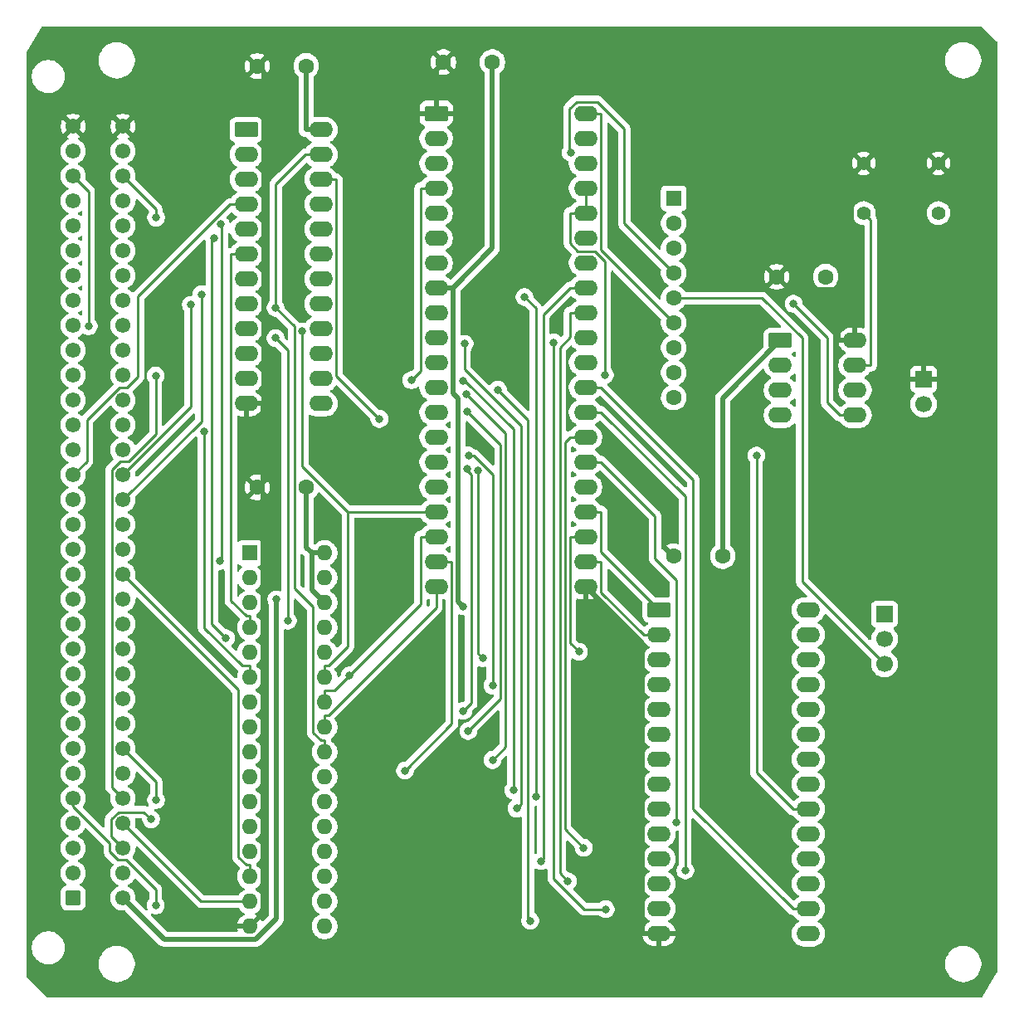
<source format=gbl>
G04 #@! TF.GenerationSoftware,KiCad,Pcbnew,9.0.5*
G04 #@! TF.CreationDate,2025-12-18T09:10:18+11:00*
G04 #@! TF.ProjectId,MECB_6800_CPU,4d454342-5f36-4383-9030-5f4350552e6b,1.0*
G04 #@! TF.SameCoordinates,Original*
G04 #@! TF.FileFunction,Copper,L2,Bot*
G04 #@! TF.FilePolarity,Positive*
%FSLAX46Y46*%
G04 Gerber Fmt 4.6, Leading zero omitted, Abs format (unit mm)*
G04 Created by KiCad (PCBNEW 9.0.5) date 2025-12-18 09:10:18*
%MOMM*%
%LPD*%
G01*
G04 APERTURE LIST*
G04 Aperture macros list*
%AMRoundRect*
0 Rectangle with rounded corners*
0 $1 Rounding radius*
0 $2 $3 $4 $5 $6 $7 $8 $9 X,Y pos of 4 corners*
0 Add a 4 corners polygon primitive as box body*
4,1,4,$2,$3,$4,$5,$6,$7,$8,$9,$2,$3,0*
0 Add four circle primitives for the rounded corners*
1,1,$1+$1,$2,$3*
1,1,$1+$1,$4,$5*
1,1,$1+$1,$6,$7*
1,1,$1+$1,$8,$9*
0 Add four rect primitives between the rounded corners*
20,1,$1+$1,$2,$3,$4,$5,0*
20,1,$1+$1,$4,$5,$6,$7,0*
20,1,$1+$1,$6,$7,$8,$9,0*
20,1,$1+$1,$8,$9,$2,$3,0*%
G04 Aperture macros list end*
G04 #@! TA.AperFunction,ComponentPad*
%ADD10R,1.600000X1.600000*%
G04 #@! TD*
G04 #@! TA.AperFunction,ComponentPad*
%ADD11O,1.600000X1.600000*%
G04 #@! TD*
G04 #@! TA.AperFunction,ComponentPad*
%ADD12RoundRect,0.249550X0.525450X-0.525450X0.525450X0.525450X-0.525450X0.525450X-0.525450X-0.525450X0*%
G04 #@! TD*
G04 #@! TA.AperFunction,ComponentPad*
%ADD13C,1.550000*%
G04 #@! TD*
G04 #@! TA.AperFunction,ComponentPad*
%ADD14RoundRect,0.250000X-0.950000X-0.550000X0.950000X-0.550000X0.950000X0.550000X-0.950000X0.550000X0*%
G04 #@! TD*
G04 #@! TA.AperFunction,ComponentPad*
%ADD15O,2.400000X1.600000*%
G04 #@! TD*
G04 #@! TA.AperFunction,ComponentPad*
%ADD16C,1.600000*%
G04 #@! TD*
G04 #@! TA.AperFunction,ComponentPad*
%ADD17C,1.397000*%
G04 #@! TD*
G04 #@! TA.AperFunction,ComponentPad*
%ADD18R,1.700000X1.700000*%
G04 #@! TD*
G04 #@! TA.AperFunction,ComponentPad*
%ADD19C,1.700000*%
G04 #@! TD*
G04 #@! TA.AperFunction,ViaPad*
%ADD20C,0.800000*%
G04 #@! TD*
G04 #@! TA.AperFunction,Conductor*
%ADD21C,0.254000*%
G04 #@! TD*
G04 #@! TA.AperFunction,Conductor*
%ADD22C,0.508000*%
G04 #@! TD*
G04 APERTURE END LIST*
D10*
X119760000Y-100680000D03*
D11*
X119760000Y-103220000D03*
X119760000Y-105760000D03*
X119760000Y-108300000D03*
X119760000Y-110840000D03*
X119760000Y-113380000D03*
X119760000Y-115920000D03*
X119760000Y-118460000D03*
X119760000Y-121000000D03*
X119760000Y-123540000D03*
X119760000Y-126080000D03*
X119760000Y-128620000D03*
X119760000Y-131160000D03*
X119760000Y-133700000D03*
X119760000Y-136240000D03*
X119760000Y-138780000D03*
X127380000Y-138780000D03*
X127380000Y-136240000D03*
X127380000Y-133700000D03*
X127380000Y-131160000D03*
X127380000Y-128620000D03*
X127380000Y-126080000D03*
X127380000Y-123540000D03*
X127380000Y-121000000D03*
X127380000Y-118460000D03*
X127380000Y-115920000D03*
X127380000Y-113380000D03*
X127380000Y-110840000D03*
X127380000Y-108300000D03*
X127380000Y-105760000D03*
X127380000Y-103220000D03*
X127380000Y-100680000D03*
D12*
X101727000Y-135890000D03*
D13*
X101727000Y-133350000D03*
X101727000Y-130810000D03*
X101727000Y-128270000D03*
X101727000Y-125730000D03*
X101727000Y-123190000D03*
X101727000Y-120650000D03*
X101727000Y-118110000D03*
X101727000Y-115570000D03*
X101727000Y-113030000D03*
X101727000Y-110490000D03*
X101727000Y-107950000D03*
X101727000Y-105410000D03*
X101727000Y-102870000D03*
X101727000Y-100330000D03*
X101727000Y-97790000D03*
X101727000Y-95250000D03*
X101727000Y-92710000D03*
X101727000Y-90170000D03*
X101727000Y-87630000D03*
X101727000Y-85090000D03*
X101727000Y-82550000D03*
X101727000Y-80010000D03*
X101727000Y-77470000D03*
X101727000Y-74930000D03*
X101727000Y-72390000D03*
X101727000Y-69850000D03*
X101727000Y-67310000D03*
X101727000Y-64770000D03*
X101727000Y-62230000D03*
X101727000Y-59690000D03*
X101727000Y-57150000D03*
X106807000Y-135890000D03*
X106807000Y-133350000D03*
X106807000Y-130810000D03*
X106807000Y-128270000D03*
X106807000Y-125730000D03*
X106807000Y-123190000D03*
X106807000Y-120650000D03*
X106807000Y-118110000D03*
X106807000Y-115570000D03*
X106807000Y-113030000D03*
X106807000Y-110490000D03*
X106807000Y-107950000D03*
X106807000Y-105410000D03*
X106807000Y-102870000D03*
X106807000Y-100330000D03*
X106807000Y-97790000D03*
X106807000Y-95250000D03*
X106807000Y-92710000D03*
X106807000Y-90170000D03*
X106807000Y-87630000D03*
X106807000Y-85090000D03*
X106807000Y-82550000D03*
X106807000Y-80010000D03*
X106807000Y-77470000D03*
X106807000Y-74930000D03*
X106807000Y-72390000D03*
X106807000Y-69850000D03*
X106807000Y-67310000D03*
X106807000Y-64770000D03*
X106807000Y-62230000D03*
X106807000Y-59690000D03*
X106807000Y-57150000D03*
D14*
X161500000Y-106500000D03*
D15*
X161500000Y-109040000D03*
X161500000Y-111580000D03*
X161500000Y-114120000D03*
X161500000Y-116660000D03*
X161500000Y-119200000D03*
X161500000Y-121740000D03*
X161500000Y-124280000D03*
X161500000Y-126820000D03*
X161500000Y-129360000D03*
X161500000Y-131900000D03*
X161500000Y-134440000D03*
X161500000Y-136980000D03*
X161500000Y-139520000D03*
X176740000Y-139520000D03*
X176740000Y-136980000D03*
X176740000Y-134440000D03*
X176740000Y-131900000D03*
X176740000Y-129360000D03*
X176740000Y-126820000D03*
X176740000Y-124280000D03*
X176740000Y-121740000D03*
X176740000Y-119200000D03*
X176740000Y-116660000D03*
X176740000Y-114120000D03*
X176740000Y-111580000D03*
X176740000Y-109040000D03*
X176740000Y-106500000D03*
D14*
X173880000Y-79000000D03*
D15*
X173880000Y-81540000D03*
X173880000Y-84080000D03*
X173880000Y-86620000D03*
X181500000Y-86620000D03*
X181500000Y-84080000D03*
X181500000Y-81540000D03*
X181500000Y-79000000D03*
D16*
X139500000Y-50600000D03*
X144500000Y-50600000D03*
X120500000Y-51000000D03*
X125500000Y-51000000D03*
D14*
X138760000Y-55840000D03*
D15*
X138760000Y-58380000D03*
X138760000Y-60920000D03*
X138760000Y-63460000D03*
X138760000Y-66000000D03*
X138760000Y-68540000D03*
X138760000Y-71080000D03*
X138760000Y-73620000D03*
X138760000Y-76160000D03*
X138760000Y-78700000D03*
X138760000Y-81240000D03*
X138760000Y-83780000D03*
X138760000Y-86320000D03*
X138760000Y-88860000D03*
X138760000Y-91400000D03*
X138760000Y-93940000D03*
X138760000Y-96480000D03*
X138760000Y-99020000D03*
X138760000Y-101560000D03*
X138760000Y-104100000D03*
X154000000Y-104100000D03*
X154000000Y-101560000D03*
X154000000Y-99020000D03*
X154000000Y-96480000D03*
X154000000Y-93940000D03*
X154000000Y-91400000D03*
X154000000Y-88860000D03*
X154000000Y-86320000D03*
X154000000Y-83780000D03*
X154000000Y-81240000D03*
X154000000Y-78700000D03*
X154000000Y-76160000D03*
X154000000Y-73620000D03*
X154000000Y-71080000D03*
X154000000Y-68540000D03*
X154000000Y-66000000D03*
X154000000Y-63460000D03*
X154000000Y-60920000D03*
X154000000Y-58380000D03*
X154000000Y-55840000D03*
D17*
X182380000Y-60920000D03*
X190000000Y-60920000D03*
X182380000Y-66000000D03*
X190000000Y-66000000D03*
D16*
X173500000Y-72500000D03*
X178500000Y-72500000D03*
D18*
X184500000Y-106920000D03*
D19*
X184500000Y-109460000D03*
X184500000Y-112000000D03*
D18*
X188500000Y-82960000D03*
D19*
X188500000Y-85500000D03*
D16*
X120500000Y-94000000D03*
X125500000Y-94000000D03*
D10*
X163000000Y-64500000D03*
D16*
X163000000Y-67040000D03*
X163000000Y-69580000D03*
X163000000Y-72120000D03*
X163000000Y-74660000D03*
X163000000Y-77200000D03*
X163000000Y-79740000D03*
X163000000Y-82280000D03*
X163000000Y-84820000D03*
X163000000Y-101000000D03*
X168000000Y-101000000D03*
D14*
X119380000Y-57500000D03*
D15*
X119380000Y-60040000D03*
X119380000Y-62580000D03*
X119380000Y-65120000D03*
X119380000Y-67660000D03*
X119380000Y-70200000D03*
X119380000Y-72740000D03*
X119380000Y-75280000D03*
X119380000Y-77820000D03*
X119380000Y-80360000D03*
X119380000Y-82900000D03*
X119380000Y-85440000D03*
X127000000Y-85440000D03*
X127000000Y-82900000D03*
X127000000Y-80360000D03*
X127000000Y-77820000D03*
X127000000Y-75280000D03*
X127000000Y-72740000D03*
X127000000Y-70200000D03*
X127000000Y-67660000D03*
X127000000Y-65120000D03*
X127000000Y-62580000D03*
X127000000Y-60040000D03*
X127000000Y-57500000D03*
D20*
X148915100Y-125558500D03*
X147780800Y-74561700D03*
X132966500Y-87001500D03*
X171436500Y-90749500D03*
X175219500Y-75263400D03*
X122372400Y-78759000D03*
X123619600Y-107576600D03*
X152475000Y-59825700D03*
X153334700Y-110769300D03*
X116095400Y-68537300D03*
X117307500Y-109387000D03*
X125094400Y-78087700D03*
X103308000Y-77538000D03*
X129925700Y-113171200D03*
X141944200Y-86283400D03*
X142029200Y-118850200D03*
X143064500Y-92291500D03*
X143495500Y-111402100D03*
X155962600Y-82510000D03*
X141843500Y-84465800D03*
X144507500Y-121802800D03*
X142055400Y-90749500D03*
X144533900Y-114219200D03*
X115067300Y-88265000D03*
X141960100Y-92100000D03*
X141526900Y-116799700D03*
X116782800Y-67165200D03*
X116662700Y-101512500D03*
X114805400Y-74287600D03*
X152201500Y-134174400D03*
X110180300Y-125885800D03*
X146964800Y-126747700D03*
X141653900Y-79344500D03*
X110136000Y-82587500D03*
X150761200Y-79215300D03*
X156048500Y-137037800D03*
X163242800Y-128144200D03*
X109668300Y-127853400D03*
X149475700Y-132125500D03*
X110180300Y-66463500D03*
X113731500Y-75361500D03*
X135577900Y-122889800D03*
X141521700Y-83134400D03*
X146634400Y-124897500D03*
X110153500Y-136644500D03*
X148354500Y-138204200D03*
X145044600Y-84015600D03*
X136225000Y-83055500D03*
X153817000Y-130753700D03*
X164183000Y-133066500D03*
X122372400Y-75666600D03*
X141526900Y-106126100D03*
X122446000Y-105416500D03*
D21*
X148915100Y-75696000D02*
X147780800Y-74561700D01*
X148915100Y-125558500D02*
X148915100Y-75696000D01*
X128582700Y-82617700D02*
X132966500Y-87001500D01*
X128582700Y-62580000D02*
X128582700Y-82617700D01*
X171436500Y-123099200D02*
X175157300Y-126820000D01*
X171436500Y-90749500D02*
X171436500Y-123099200D01*
X176740000Y-126820000D02*
X175157300Y-126820000D01*
X127000000Y-62580000D02*
X128582700Y-62580000D01*
X178664300Y-85367000D02*
X179917300Y-86620000D01*
X178664300Y-78708200D02*
X178664300Y-85367000D01*
X175219500Y-75263400D02*
X178664300Y-78708200D01*
X181500000Y-86620000D02*
X179917300Y-86620000D01*
X155582700Y-104705400D02*
X155582700Y-101560000D01*
X159917300Y-109040000D02*
X155582700Y-104705400D01*
X161500000Y-109040000D02*
X159917300Y-109040000D01*
X154000000Y-101560000D02*
X155582700Y-101560000D01*
X119760000Y-108300000D02*
X119760000Y-107117300D01*
X119380000Y-70200000D02*
X117797300Y-70200000D01*
X117797300Y-105524200D02*
X117797300Y-70200000D01*
X119390400Y-107117300D02*
X117797300Y-105524200D01*
X119760000Y-107117300D02*
X119390400Y-107117300D01*
X155582700Y-100582700D02*
X161500000Y-106500000D01*
X155582700Y-96480000D02*
X155582700Y-100582700D01*
X154000000Y-96480000D02*
X155582700Y-96480000D01*
X119380000Y-65120000D02*
X117797300Y-65120000D01*
X103110800Y-91326200D02*
X101727000Y-92710000D01*
X103110800Y-87137000D02*
X103110800Y-91326200D01*
X106427800Y-83820000D02*
X103110800Y-87137000D01*
X107204800Y-83820000D02*
X106427800Y-83820000D01*
X108336900Y-82687900D02*
X107204800Y-83820000D01*
X108336900Y-74502700D02*
X108336900Y-82687900D01*
X117719600Y-65120000D02*
X108336900Y-74502700D01*
X117797300Y-65120000D02*
X117719600Y-65120000D01*
X176111700Y-103611700D02*
X184500000Y-112000000D01*
X176111700Y-78756800D02*
X176111700Y-103611700D01*
X172014900Y-74660000D02*
X176111700Y-78756800D01*
X163000000Y-74660000D02*
X172014900Y-74660000D01*
X123619600Y-80006200D02*
X123619600Y-107576600D01*
X122372400Y-78759000D02*
X123619600Y-80006200D01*
X152378900Y-59729600D02*
X152475000Y-59825700D01*
X152378900Y-55337900D02*
X152378900Y-59729600D01*
X153063400Y-54653400D02*
X152378900Y-55337900D01*
X155194500Y-54653400D02*
X153063400Y-54653400D01*
X157943300Y-57402200D02*
X155194500Y-54653400D01*
X157943300Y-67063300D02*
X157943300Y-57402200D01*
X163000000Y-72120000D02*
X157943300Y-67063300D01*
X154000000Y-99020000D02*
X152417300Y-99020000D01*
X152417300Y-109851900D02*
X152417300Y-99020000D01*
X153334700Y-110769300D02*
X152417300Y-109851900D01*
X115871500Y-68761200D02*
X116095400Y-68537300D01*
X115871500Y-107951000D02*
X115871500Y-68761200D01*
X117307500Y-109387000D02*
X115871500Y-107951000D01*
X127380000Y-113380000D02*
X127380000Y-112197300D01*
X138760000Y-96480000D02*
X137177300Y-96480000D01*
X129743900Y-110203100D02*
X129743900Y-96480000D01*
X127749700Y-112197300D02*
X129743900Y-110203100D01*
X127380000Y-112197300D02*
X127749700Y-112197300D01*
X129743900Y-96480000D02*
X137177300Y-96480000D01*
X125094400Y-91830500D02*
X125094400Y-78087700D01*
X129743900Y-96480000D02*
X125094400Y-91830500D01*
X183082700Y-66702700D02*
X183082700Y-81540000D01*
X182380000Y-66000000D02*
X183082700Y-66702700D01*
X181500000Y-81540000D02*
X183082700Y-81540000D01*
X138760000Y-99020000D02*
X137177300Y-99020000D01*
X127380000Y-115920000D02*
X127380000Y-114737300D01*
X103308000Y-63811000D02*
X103308000Y-77538000D01*
X101727000Y-62230000D02*
X103308000Y-63811000D01*
X128359600Y-114737300D02*
X127380000Y-114737300D01*
X129925700Y-113171200D02*
X128359600Y-114737300D01*
X137177300Y-105919600D02*
X129925700Y-113171200D01*
X137177300Y-99020000D02*
X137177300Y-105919600D01*
X145325300Y-115554100D02*
X142029200Y-118850200D01*
X145325300Y-89664500D02*
X145325300Y-115554100D01*
X141944200Y-86283400D02*
X145325300Y-89664500D01*
X143064500Y-110971100D02*
X143495500Y-111402100D01*
X143064500Y-92291500D02*
X143064500Y-110971100D01*
X154000000Y-66000000D02*
X154000000Y-63460000D01*
X155962600Y-70926300D02*
X155962600Y-82510000D01*
X154933600Y-69897300D02*
X155962600Y-70926300D01*
X153208400Y-69897300D02*
X154933600Y-69897300D01*
X152417300Y-69106200D02*
X153208400Y-69897300D01*
X152417300Y-66000000D02*
X152417300Y-69106200D01*
X154000000Y-66000000D02*
X152417300Y-66000000D01*
X145848300Y-120462000D02*
X144507500Y-121802800D01*
X145848300Y-88470600D02*
X145848300Y-120462000D01*
X141843500Y-84465800D02*
X145848300Y-88470600D01*
X142629400Y-90749500D02*
X142055400Y-90749500D01*
X144533900Y-92654000D02*
X142629400Y-90749500D01*
X144533900Y-114219200D02*
X144533900Y-92654000D01*
X115067300Y-108317700D02*
X115067300Y-88265000D01*
X118946900Y-112197300D02*
X115067300Y-108317700D01*
X119760000Y-112197300D02*
X118946900Y-112197300D01*
X119760000Y-113380000D02*
X119760000Y-112197300D01*
X142335600Y-115991000D02*
X141526900Y-116799700D01*
X142335600Y-92669400D02*
X142335600Y-115991000D01*
X141960100Y-92293900D02*
X142335600Y-92669400D01*
X141960100Y-92100000D02*
X141960100Y-92293900D01*
X116878100Y-67260500D02*
X116782800Y-67165200D01*
X116878100Y-101297100D02*
X116878100Y-67260500D01*
X116662700Y-101512500D02*
X116878100Y-101297100D01*
X127747600Y-117277300D02*
X127380000Y-117277300D01*
X138760000Y-106264900D02*
X127747600Y-117277300D01*
X138760000Y-104100000D02*
X138760000Y-106264900D01*
X127380000Y-118460000D02*
X127380000Y-117277300D01*
X114805400Y-87251600D02*
X114805400Y-74287600D01*
X106807000Y-95250000D02*
X114805400Y-87251600D01*
X118577300Y-114640300D02*
X106807000Y-102870000D01*
X118577300Y-131704300D02*
X118577300Y-114640300D01*
X119390300Y-132517300D02*
X118577300Y-131704300D01*
X119760000Y-132517300D02*
X119390300Y-132517300D01*
X119760000Y-133700000D02*
X119760000Y-132517300D01*
X154000000Y-76160000D02*
X152417300Y-76160000D01*
X152417300Y-78666100D02*
X152417300Y-76160000D01*
X151371300Y-79712100D02*
X152417300Y-78666100D01*
X151371300Y-133344200D02*
X151371300Y-79712100D01*
X152201500Y-134174400D02*
X151371300Y-133344200D01*
X110180300Y-124023300D02*
X106807000Y-120650000D01*
X110180300Y-125885800D02*
X110180300Y-124023300D01*
X147417100Y-126295400D02*
X146964800Y-126747700D01*
X147417100Y-87731800D02*
X147417100Y-126295400D01*
X141653900Y-81968600D02*
X147417100Y-87731800D01*
X141653900Y-79344500D02*
X141653900Y-81968600D01*
X105648700Y-124571700D02*
X106807000Y-125730000D01*
X105648700Y-92192500D02*
X105648700Y-124571700D01*
X106513500Y-91327700D02*
X105648700Y-92192500D01*
X107377600Y-91327700D02*
X106513500Y-91327700D01*
X110136000Y-88569300D02*
X107377600Y-91327700D01*
X110136000Y-82587500D02*
X110136000Y-88569300D01*
X114777000Y-136240000D02*
X106807000Y-128270000D01*
X119760000Y-136240000D02*
X114777000Y-136240000D01*
X153887300Y-137037800D02*
X156048500Y-137037800D01*
X150761200Y-133911700D02*
X153887300Y-137037800D01*
X150761200Y-79215300D02*
X150761200Y-133911700D01*
X161075500Y-96892800D02*
X155582700Y-91400000D01*
X161075500Y-101254100D02*
X161075500Y-96892800D01*
X163242800Y-103421400D02*
X161075500Y-101254100D01*
X163242800Y-128144200D02*
X163242800Y-103421400D01*
X154000000Y-91400000D02*
X155582700Y-91400000D01*
X108927200Y-127112300D02*
X109668300Y-127853400D01*
X106324500Y-127112300D02*
X108927200Y-127112300D01*
X105587700Y-127849100D02*
X106324500Y-127112300D01*
X105587700Y-129590700D02*
X105587700Y-127849100D01*
X106807000Y-130810000D02*
X105587700Y-129590700D01*
X154000000Y-73620000D02*
X152417300Y-73620000D01*
X149697800Y-76339500D02*
X152417300Y-73620000D01*
X149697800Y-131903400D02*
X149697800Y-76339500D01*
X149475700Y-132125500D02*
X149697800Y-131903400D01*
X110180300Y-65603300D02*
X110180300Y-66463500D01*
X106807000Y-62230000D02*
X110180300Y-65603300D01*
X140342700Y-118125000D02*
X135577900Y-122889800D01*
X140342700Y-101560000D02*
X140342700Y-118125000D01*
X138760000Y-101560000D02*
X140342700Y-101560000D01*
X113731500Y-85785500D02*
X113731500Y-75361500D01*
X106807000Y-92710000D02*
X113731500Y-85785500D01*
X146634400Y-88078400D02*
X146634400Y-124897500D01*
X141690400Y-83134400D02*
X146634400Y-88078400D01*
X141521700Y-83134400D02*
X141690400Y-83134400D01*
X164964200Y-126786900D02*
X175157300Y-136980000D01*
X164964200Y-93161500D02*
X164964200Y-126786900D01*
X155582700Y-83780000D02*
X164964200Y-93161500D01*
X154000000Y-83780000D02*
X155582700Y-83780000D01*
X176740000Y-136980000D02*
X175157300Y-136980000D01*
X110153500Y-135011800D02*
X110153500Y-136644500D01*
X107109400Y-131967700D02*
X110153500Y-135011800D01*
X106278900Y-131967700D02*
X107109400Y-131967700D01*
X105446900Y-131135700D02*
X106278900Y-131967700D01*
X105446900Y-130254500D02*
X105446900Y-131135700D01*
X101727000Y-126534600D02*
X105446900Y-130254500D01*
X101727000Y-125730000D02*
X101727000Y-126534600D01*
X148132400Y-137982100D02*
X148354500Y-138204200D01*
X148132400Y-87103400D02*
X148132400Y-137982100D01*
X145044600Y-84015600D02*
X148132400Y-87103400D01*
X137177300Y-82103200D02*
X136225000Y-83055500D01*
X137177300Y-63460000D02*
X137177300Y-82103200D01*
X138760000Y-63460000D02*
X137177300Y-63460000D01*
X154000000Y-55840000D02*
X155582700Y-55840000D01*
X155582700Y-69782700D02*
X155582700Y-55840000D01*
X163000000Y-77200000D02*
X155582700Y-69782700D01*
X151901200Y-128837900D02*
X153817000Y-130753700D01*
X151901200Y-89376100D02*
X151901200Y-128837900D01*
X152417300Y-88860000D02*
X151901200Y-89376100D01*
X154000000Y-88860000D02*
X152417300Y-88860000D01*
X154000000Y-86320000D02*
X155582700Y-86320000D01*
X164183000Y-94920300D02*
X164183000Y-133066500D01*
X155582700Y-86320000D02*
X164183000Y-94920300D01*
X127000000Y-60040000D02*
X125417300Y-60040000D01*
X122372400Y-63084900D02*
X122372400Y-75666600D01*
X125417300Y-60040000D02*
X122372400Y-63084900D01*
X127012400Y-119817300D02*
X127380000Y-119817300D01*
X126197300Y-119002200D02*
X127012400Y-119817300D01*
X126197300Y-106196400D02*
X126197300Y-119002200D01*
X124285400Y-104284500D02*
X126197300Y-106196400D01*
X124285400Y-77579600D02*
X124285400Y-104284500D01*
X122372400Y-75666600D02*
X124285400Y-77579600D01*
X127380000Y-121000000D02*
X127380000Y-119817300D01*
D22*
X168000000Y-84880000D02*
X173880000Y-79000000D01*
X168000000Y-101000000D02*
X168000000Y-84880000D01*
X127380000Y-100680000D02*
X126070300Y-100680000D01*
X138760000Y-73620000D02*
X140469700Y-73620000D01*
X127000000Y-57500000D02*
X125481700Y-57500000D01*
X144500000Y-69589700D02*
X140469700Y-73620000D01*
X144500000Y-50600000D02*
X144500000Y-69589700D01*
X125500000Y-57481700D02*
X125500000Y-51000000D01*
X125481700Y-57500000D02*
X125500000Y-57481700D01*
X122446000Y-137999100D02*
X122446000Y-105416500D01*
X120353100Y-140092000D02*
X122446000Y-137999100D01*
X111009000Y-140092000D02*
X120353100Y-140092000D01*
X106807000Y-135890000D02*
X111009000Y-140092000D01*
X125500000Y-100109700D02*
X125500000Y-94000000D01*
X126070300Y-100680000D02*
X125500000Y-100109700D01*
X126070300Y-104450300D02*
X126070300Y-100680000D01*
X127380000Y-105760000D02*
X126070300Y-104450300D01*
X141034500Y-105633700D02*
X141526900Y-106126100D01*
X141034500Y-84943200D02*
X141034500Y-105633700D01*
X140469700Y-84378400D02*
X141034500Y-84943200D01*
X140469700Y-73620000D02*
X140469700Y-84378400D01*
X138760000Y-51340000D02*
X138760000Y-55840000D01*
X139500000Y-50600000D02*
X138760000Y-51340000D01*
X159790300Y-109890300D02*
X154000000Y-104100000D01*
X159790300Y-139520000D02*
X159790300Y-109890300D01*
X161500000Y-139520000D02*
X159790300Y-139520000D01*
X181160000Y-72475800D02*
X179790300Y-73845500D01*
X181160000Y-62140000D02*
X181160000Y-72475800D01*
X182380000Y-60920000D02*
X181160000Y-62140000D01*
X181500000Y-79000000D02*
X179790300Y-79000000D01*
X179790300Y-73845500D02*
X179790300Y-79000000D01*
X174845500Y-73845500D02*
X173500000Y-72500000D01*
X179790300Y-73845500D02*
X174845500Y-73845500D01*
X121069700Y-94569700D02*
X120500000Y-94000000D01*
X121069700Y-137470300D02*
X121069700Y-94569700D01*
X119760000Y-138780000D02*
X121069700Y-137470300D01*
X121089700Y-93410300D02*
X120500000Y-94000000D01*
X121089700Y-85440000D02*
X121089700Y-93410300D01*
X121088000Y-85440000D02*
X121088200Y-85440000D01*
X119380000Y-85440000D02*
X121088000Y-85440000D01*
X121088200Y-85440000D02*
X121089700Y-85440000D01*
X121141700Y-51641700D02*
X120500000Y-51000000D01*
X121141700Y-85386500D02*
X121141700Y-51641700D01*
X121088200Y-85440000D02*
X121141700Y-85386500D01*
G04 #@! TA.AperFunction,Conductor*
G36*
X108295703Y-130657882D02*
G01*
X108302181Y-130663914D01*
X114283375Y-136645108D01*
X114364411Y-136726144D01*
X114371893Y-136733626D01*
X114475971Y-136803169D01*
X114475984Y-136803176D01*
X114591626Y-136851076D01*
X114591631Y-136851078D01*
X114714404Y-136875499D01*
X114714408Y-136875500D01*
X114714409Y-136875500D01*
X118541142Y-136875500D01*
X118608181Y-136895185D01*
X118641460Y-136926615D01*
X118761926Y-137092423D01*
X118761930Y-137092428D01*
X118907571Y-137238069D01*
X118907576Y-137238073D01*
X118996655Y-137302792D01*
X119074197Y-137359129D01*
X119162819Y-137404284D01*
X119213615Y-137452259D01*
X119230410Y-137520080D01*
X119207873Y-137586214D01*
X119162819Y-137625254D01*
X119078650Y-137668140D01*
X118913105Y-137788417D01*
X118913104Y-137788417D01*
X118768417Y-137933104D01*
X118768417Y-137933105D01*
X118648140Y-138098650D01*
X118555244Y-138280970D01*
X118492009Y-138475586D01*
X118483391Y-138530000D01*
X119444314Y-138530000D01*
X119439920Y-138534394D01*
X119387259Y-138625606D01*
X119360000Y-138727339D01*
X119360000Y-138832661D01*
X119387259Y-138934394D01*
X119439920Y-139025606D01*
X119444314Y-139030000D01*
X118483391Y-139030000D01*
X118492009Y-139084413D01*
X118492009Y-139084414D01*
X118518902Y-139167182D01*
X118520897Y-139237023D01*
X118484816Y-139296856D01*
X118422115Y-139327684D01*
X118400971Y-139329500D01*
X111376199Y-139329500D01*
X111309160Y-139309815D01*
X111288518Y-139293181D01*
X109689007Y-137693670D01*
X109655522Y-137632347D01*
X109660506Y-137562655D01*
X109702378Y-137506722D01*
X109767842Y-137482305D01*
X109824139Y-137491427D01*
X109888500Y-137518087D01*
X110041398Y-137548500D01*
X110064016Y-137552999D01*
X110064020Y-137553000D01*
X110064021Y-137553000D01*
X110242980Y-137553000D01*
X110242981Y-137552999D01*
X110418500Y-137518087D01*
X110583836Y-137449602D01*
X110732635Y-137350178D01*
X110859178Y-137223635D01*
X110958602Y-137074836D01*
X111027087Y-136909500D01*
X111062000Y-136733979D01*
X111062000Y-136555021D01*
X111027087Y-136379500D01*
X110958602Y-136214164D01*
X110958600Y-136214161D01*
X110958598Y-136214157D01*
X110859178Y-136065365D01*
X110859175Y-136065361D01*
X110825319Y-136031505D01*
X110791834Y-135970182D01*
X110789000Y-135943824D01*
X110789000Y-135080525D01*
X110789001Y-135080504D01*
X110789001Y-134949207D01*
X110764578Y-134826433D01*
X110764577Y-134826430D01*
X110757732Y-134809902D01*
X110734383Y-134753533D01*
X110716673Y-134710778D01*
X110716671Y-134710775D01*
X110716669Y-134710771D01*
X110647125Y-134606692D01*
X110647122Y-134606688D01*
X110554289Y-134513855D01*
X110554266Y-134513834D01*
X107819047Y-131778615D01*
X107785562Y-131717292D01*
X107790546Y-131647600D01*
X107806405Y-131618056D01*
X107904748Y-131482701D01*
X107996466Y-131302693D01*
X108058896Y-131110554D01*
X108068872Y-131047570D01*
X108090500Y-130911019D01*
X108090500Y-130751595D01*
X108110185Y-130684556D01*
X108162989Y-130638801D01*
X108232147Y-130628857D01*
X108295703Y-130657882D01*
G37*
G04 #@! TD.AperFunction*
G04 #@! TA.AperFunction,Conductor*
G36*
X155510565Y-87162445D02*
G01*
X155554913Y-87190946D01*
X163511181Y-95147214D01*
X163544666Y-95208537D01*
X163547500Y-95234895D01*
X163547500Y-99640321D01*
X163527815Y-99707360D01*
X163475011Y-99753115D01*
X163405853Y-99763059D01*
X163385181Y-99758252D01*
X163304417Y-99732009D01*
X163102317Y-99700000D01*
X162897683Y-99700000D01*
X162695582Y-99732009D01*
X162500968Y-99795244D01*
X162318644Y-99888143D01*
X162274077Y-99920523D01*
X162274077Y-99920524D01*
X162953553Y-100600000D01*
X162947339Y-100600000D01*
X162845606Y-100627259D01*
X162754394Y-100679920D01*
X162679920Y-100754394D01*
X162627259Y-100845606D01*
X162600000Y-100947339D01*
X162600000Y-100953553D01*
X161920524Y-100274077D01*
X161907588Y-100275095D01*
X161879988Y-100296379D01*
X161810375Y-100302358D01*
X161748580Y-100269753D01*
X161714223Y-100208914D01*
X161711000Y-100180828D01*
X161711000Y-96830208D01*
X161710999Y-96830204D01*
X161686579Y-96707438D01*
X161686578Y-96707431D01*
X161642300Y-96600534D01*
X161638676Y-96591784D01*
X161638669Y-96591771D01*
X161569126Y-96487693D01*
X161529988Y-96448555D01*
X161480608Y-96399175D01*
X158761353Y-93679920D01*
X155987811Y-90906377D01*
X155987807Y-90906374D01*
X155883728Y-90836830D01*
X155883715Y-90836823D01*
X155768073Y-90788923D01*
X155768061Y-90788920D01*
X155645295Y-90764500D01*
X155645291Y-90764500D01*
X155618858Y-90764500D01*
X155551819Y-90744815D01*
X155518540Y-90713385D01*
X155398073Y-90547576D01*
X155398069Y-90547571D01*
X155252428Y-90401930D01*
X155252423Y-90401926D01*
X155085806Y-90280873D01*
X155085805Y-90280872D01*
X155085803Y-90280871D01*
X155006540Y-90240484D01*
X154955745Y-90192510D01*
X154938950Y-90124689D01*
X154961487Y-90058554D01*
X155006541Y-90019515D01*
X155085803Y-89979129D01*
X155252430Y-89858068D01*
X155398068Y-89712430D01*
X155519129Y-89545803D01*
X155612634Y-89362290D01*
X155676280Y-89166408D01*
X155708500Y-88962981D01*
X155708500Y-88757019D01*
X155698730Y-88695336D01*
X155676280Y-88553591D01*
X155612632Y-88357705D01*
X155568532Y-88271156D01*
X155519129Y-88174197D01*
X155481709Y-88122693D01*
X155398073Y-88007576D01*
X155398069Y-88007571D01*
X155252428Y-87861930D01*
X155252423Y-87861926D01*
X155085806Y-87740873D01*
X155085805Y-87740872D01*
X155085803Y-87740871D01*
X155006540Y-87700484D01*
X154955745Y-87652510D01*
X154938950Y-87584689D01*
X154961487Y-87518554D01*
X155006541Y-87479515D01*
X155020450Y-87472428D01*
X155085803Y-87439129D01*
X155230095Y-87334295D01*
X155252422Y-87318074D01*
X155252422Y-87318073D01*
X155252430Y-87318068D01*
X155379554Y-87190943D01*
X155440873Y-87157461D01*
X155510565Y-87162445D01*
G37*
G04 #@! TD.AperFunction*
G04 #@! TA.AperFunction,Conductor*
G36*
X194515677Y-47019685D02*
G01*
X194536319Y-47036319D01*
X195963681Y-48463681D01*
X195997166Y-48525004D01*
X196000000Y-48551362D01*
X196000000Y-143465654D01*
X195982329Y-143529451D01*
X194536122Y-145939797D01*
X194484751Y-145987156D01*
X194429793Y-146000000D01*
X99051362Y-146000000D01*
X98984323Y-145980315D01*
X98963681Y-145963681D01*
X97036319Y-144036319D01*
X97002834Y-143974996D01*
X97000000Y-143948638D01*
X97000000Y-140860188D01*
X97511500Y-140860188D01*
X97511500Y-141079811D01*
X97511501Y-141079828D01*
X97540167Y-141297573D01*
X97597014Y-141509729D01*
X97681063Y-141712641D01*
X97681065Y-141712645D01*
X97790884Y-141902855D01*
X97790889Y-141902861D01*
X97790890Y-141902863D01*
X97924588Y-142077102D01*
X97924594Y-142077109D01*
X98079890Y-142232405D01*
X98079897Y-142232411D01*
X98203977Y-142327621D01*
X98254145Y-142366116D01*
X98444355Y-142475935D01*
X98501756Y-142499711D01*
X98647270Y-142559985D01*
X98647271Y-142559985D01*
X98647273Y-142559986D01*
X98859425Y-142616832D01*
X99077182Y-142645500D01*
X99077189Y-142645500D01*
X99296811Y-142645500D01*
X99296818Y-142645500D01*
X99514575Y-142616832D01*
X99726727Y-142559986D01*
X99872244Y-142499711D01*
X104321500Y-142499711D01*
X104321500Y-142742288D01*
X104353161Y-142982785D01*
X104415947Y-143217104D01*
X104508773Y-143441205D01*
X104508776Y-143441212D01*
X104630064Y-143651289D01*
X104630066Y-143651292D01*
X104630067Y-143651293D01*
X104777733Y-143843736D01*
X104777739Y-143843743D01*
X104949256Y-144015260D01*
X104949263Y-144015266D01*
X105062321Y-144102018D01*
X105141711Y-144162936D01*
X105351788Y-144284224D01*
X105575900Y-144377054D01*
X105810211Y-144439838D01*
X105990586Y-144463584D01*
X106050711Y-144471500D01*
X106050712Y-144471500D01*
X106293289Y-144471500D01*
X106341388Y-144465167D01*
X106533789Y-144439838D01*
X106768100Y-144377054D01*
X106992212Y-144284224D01*
X107202289Y-144162936D01*
X107394738Y-144015265D01*
X107566265Y-143843738D01*
X107713936Y-143651289D01*
X107835224Y-143441212D01*
X107928054Y-143217100D01*
X107990838Y-142982789D01*
X108022500Y-142742288D01*
X108022500Y-142499712D01*
X108022500Y-142499711D01*
X190681500Y-142499711D01*
X190681500Y-142742288D01*
X190713161Y-142982785D01*
X190775947Y-143217104D01*
X190868773Y-143441205D01*
X190868776Y-143441212D01*
X190990064Y-143651289D01*
X190990066Y-143651292D01*
X190990067Y-143651293D01*
X191137733Y-143843736D01*
X191137739Y-143843743D01*
X191309256Y-144015260D01*
X191309263Y-144015266D01*
X191422321Y-144102018D01*
X191501711Y-144162936D01*
X191711788Y-144284224D01*
X191935900Y-144377054D01*
X192170211Y-144439838D01*
X192350586Y-144463584D01*
X192410711Y-144471500D01*
X192410712Y-144471500D01*
X192653289Y-144471500D01*
X192701388Y-144465167D01*
X192893789Y-144439838D01*
X193128100Y-144377054D01*
X193352212Y-144284224D01*
X193562289Y-144162936D01*
X193754738Y-144015265D01*
X193926265Y-143843738D01*
X194073936Y-143651289D01*
X194195224Y-143441212D01*
X194288054Y-143217100D01*
X194350838Y-142982789D01*
X194382500Y-142742288D01*
X194382500Y-142499712D01*
X194350838Y-142259211D01*
X194288054Y-142024900D01*
X194195224Y-141800788D01*
X194073936Y-141590711D01*
X193926265Y-141398262D01*
X193926260Y-141398256D01*
X193754743Y-141226739D01*
X193754736Y-141226733D01*
X193562293Y-141079067D01*
X193562292Y-141079066D01*
X193562289Y-141079064D01*
X193352212Y-140957776D01*
X193352205Y-140957773D01*
X193128104Y-140864947D01*
X192893785Y-140802161D01*
X192653289Y-140770500D01*
X192653288Y-140770500D01*
X192410712Y-140770500D01*
X192410711Y-140770500D01*
X192170214Y-140802161D01*
X191935895Y-140864947D01*
X191711794Y-140957773D01*
X191711785Y-140957777D01*
X191501706Y-141079067D01*
X191309263Y-141226733D01*
X191309256Y-141226739D01*
X191137739Y-141398256D01*
X191137733Y-141398263D01*
X190990067Y-141590706D01*
X190868777Y-141800785D01*
X190868773Y-141800794D01*
X190775947Y-142024895D01*
X190713161Y-142259214D01*
X190681500Y-142499711D01*
X108022500Y-142499711D01*
X107990838Y-142259211D01*
X107928054Y-142024900D01*
X107835224Y-141800788D01*
X107713936Y-141590711D01*
X107566265Y-141398262D01*
X107566260Y-141398256D01*
X107394743Y-141226739D01*
X107394736Y-141226733D01*
X107202293Y-141079067D01*
X107202292Y-141079066D01*
X107202289Y-141079064D01*
X106992212Y-140957776D01*
X106992205Y-140957773D01*
X106768104Y-140864947D01*
X106533785Y-140802161D01*
X106293289Y-140770500D01*
X106293288Y-140770500D01*
X106050712Y-140770500D01*
X106050711Y-140770500D01*
X105810214Y-140802161D01*
X105575895Y-140864947D01*
X105351794Y-140957773D01*
X105351785Y-140957777D01*
X105141706Y-141079067D01*
X104949263Y-141226733D01*
X104949256Y-141226739D01*
X104777739Y-141398256D01*
X104777733Y-141398263D01*
X104630067Y-141590706D01*
X104508777Y-141800785D01*
X104508773Y-141800794D01*
X104415947Y-142024895D01*
X104353161Y-142259214D01*
X104321500Y-142499711D01*
X99872244Y-142499711D01*
X99929645Y-142475935D01*
X100119855Y-142366116D01*
X100294104Y-142232410D01*
X100449410Y-142077104D01*
X100583116Y-141902855D01*
X100692935Y-141712645D01*
X100776986Y-141509727D01*
X100833832Y-141297575D01*
X100862500Y-141079818D01*
X100862500Y-140860182D01*
X100833832Y-140642425D01*
X100776986Y-140430273D01*
X100692935Y-140227355D01*
X100583116Y-140037145D01*
X100544621Y-139986977D01*
X100449411Y-139862897D01*
X100449405Y-139862890D01*
X100294109Y-139707594D01*
X100294102Y-139707588D01*
X100119863Y-139573890D01*
X100119861Y-139573889D01*
X100119855Y-139573884D01*
X99929645Y-139464065D01*
X99929641Y-139464063D01*
X99726729Y-139380014D01*
X99514573Y-139323167D01*
X99296828Y-139294501D01*
X99296823Y-139294500D01*
X99296818Y-139294500D01*
X99077182Y-139294500D01*
X99077176Y-139294500D01*
X99077171Y-139294501D01*
X98859426Y-139323167D01*
X98647270Y-139380014D01*
X98444358Y-139464063D01*
X98444354Y-139464065D01*
X98254145Y-139573884D01*
X98254136Y-139573890D01*
X98079897Y-139707588D01*
X98079890Y-139707594D01*
X97924594Y-139862890D01*
X97924588Y-139862897D01*
X97790890Y-140037136D01*
X97790884Y-140037145D01*
X97681065Y-140227354D01*
X97681063Y-140227358D01*
X97597014Y-140430270D01*
X97540167Y-140642426D01*
X97511501Y-140860171D01*
X97511500Y-140860188D01*
X97000000Y-140860188D01*
X97000000Y-110591017D01*
X100443499Y-110591017D01*
X100475103Y-110790554D01*
X100537535Y-110982697D01*
X100604945Y-111114996D01*
X100629252Y-111162701D01*
X100748001Y-111326144D01*
X100890856Y-111468999D01*
X101054299Y-111587748D01*
X101137996Y-111630393D01*
X101175524Y-111649515D01*
X101226320Y-111697489D01*
X101243115Y-111765310D01*
X101220578Y-111831445D01*
X101175524Y-111870485D01*
X101054298Y-111932252D01*
X100961369Y-111999770D01*
X100890856Y-112051001D01*
X100890854Y-112051003D01*
X100890853Y-112051003D01*
X100748003Y-112193853D01*
X100748003Y-112193854D01*
X100748001Y-112193856D01*
X100715015Y-112239257D01*
X100629252Y-112357298D01*
X100537535Y-112537302D01*
X100475103Y-112729445D01*
X100443500Y-112928980D01*
X100443500Y-113131019D01*
X100475103Y-113330554D01*
X100537535Y-113522697D01*
X100620950Y-113686408D01*
X100629252Y-113702701D01*
X100748001Y-113866144D01*
X100890856Y-114008999D01*
X101054299Y-114127748D01*
X101137996Y-114170393D01*
X101175524Y-114189515D01*
X101226320Y-114237489D01*
X101243115Y-114305310D01*
X101220578Y-114371445D01*
X101175524Y-114410485D01*
X101054298Y-114472252D01*
X101017310Y-114499126D01*
X100890856Y-114591001D01*
X100890854Y-114591003D01*
X100890853Y-114591003D01*
X100748003Y-114733853D01*
X100748003Y-114733854D01*
X100748001Y-114733856D01*
X100728654Y-114760485D01*
X100629252Y-114897298D01*
X100537535Y-115077302D01*
X100475103Y-115269445D01*
X100443500Y-115468980D01*
X100443500Y-115671019D01*
X100475103Y-115870554D01*
X100537535Y-116062697D01*
X100585947Y-116157710D01*
X100629252Y-116242701D01*
X100748001Y-116406144D01*
X100890856Y-116548999D01*
X101054299Y-116667748D01*
X101137996Y-116710393D01*
X101175524Y-116729515D01*
X101226320Y-116777489D01*
X101243115Y-116845310D01*
X101220578Y-116911445D01*
X101175524Y-116950485D01*
X101054298Y-117012252D01*
X101017310Y-117039126D01*
X100890856Y-117131001D01*
X100890854Y-117131003D01*
X100890853Y-117131003D01*
X100748003Y-117273853D01*
X100748003Y-117273854D01*
X100748001Y-117273856D01*
X100728654Y-117300485D01*
X100629252Y-117437298D01*
X100537535Y-117617302D01*
X100475103Y-117809445D01*
X100443500Y-118008980D01*
X100443500Y-118211019D01*
X100475103Y-118410554D01*
X100537535Y-118602697D01*
X100585947Y-118697710D01*
X100629252Y-118782701D01*
X100748001Y-118946144D01*
X100890856Y-119088999D01*
X101054299Y-119207748D01*
X101137996Y-119250393D01*
X101175524Y-119269515D01*
X101226320Y-119317489D01*
X101243115Y-119385310D01*
X101220578Y-119451445D01*
X101175524Y-119490485D01*
X101054298Y-119552252D01*
X100961720Y-119619515D01*
X100890856Y-119671001D01*
X100890854Y-119671003D01*
X100890853Y-119671003D01*
X100748003Y-119813853D01*
X100748003Y-119813854D01*
X100748001Y-119813856D01*
X100699311Y-119880871D01*
X100629252Y-119977298D01*
X100537535Y-120157302D01*
X100475103Y-120349445D01*
X100443500Y-120548980D01*
X100443500Y-120751019D01*
X100475103Y-120950554D01*
X100537535Y-121142697D01*
X100585947Y-121237710D01*
X100629252Y-121322701D01*
X100748001Y-121486144D01*
X100890856Y-121628999D01*
X101054299Y-121747748D01*
X101137996Y-121790393D01*
X101175524Y-121809515D01*
X101226320Y-121857489D01*
X101243115Y-121925310D01*
X101220578Y-121991445D01*
X101175524Y-122030485D01*
X101054298Y-122092252D01*
X101017306Y-122119129D01*
X100890856Y-122211001D01*
X100890854Y-122211003D01*
X100890853Y-122211003D01*
X100748003Y-122353853D01*
X100748003Y-122353854D01*
X100748001Y-122353856D01*
X100727598Y-122381938D01*
X100629252Y-122517298D01*
X100537535Y-122697302D01*
X100475103Y-122889445D01*
X100443500Y-123088980D01*
X100443500Y-123291019D01*
X100475103Y-123490554D01*
X100537535Y-123682697D01*
X100616631Y-123837931D01*
X100629252Y-123862701D01*
X100748001Y-124026144D01*
X100890856Y-124168999D01*
X101054299Y-124287748D01*
X101100988Y-124311537D01*
X101175524Y-124349515D01*
X101226320Y-124397489D01*
X101243115Y-124465310D01*
X101220578Y-124531445D01*
X101175524Y-124570485D01*
X101054298Y-124632252D01*
X101017306Y-124659129D01*
X100890856Y-124751001D01*
X100890854Y-124751003D01*
X100890853Y-124751003D01*
X100748003Y-124893853D01*
X100748003Y-124893854D01*
X100748001Y-124893856D01*
X100728655Y-124920484D01*
X100629252Y-125057298D01*
X100537535Y-125237302D01*
X100475103Y-125429445D01*
X100443500Y-125628980D01*
X100443500Y-125831019D01*
X100475103Y-126030554D01*
X100537535Y-126222697D01*
X100620950Y-126386408D01*
X100629252Y-126402701D01*
X100748001Y-126566144D01*
X100890856Y-126708999D01*
X100969040Y-126765803D01*
X101054300Y-126827749D01*
X101072816Y-126837183D01*
X101175525Y-126889515D01*
X101226320Y-126937487D01*
X101243116Y-127005308D01*
X101220579Y-127071443D01*
X101175525Y-127110484D01*
X101054298Y-127172252D01*
X101017306Y-127199129D01*
X100890856Y-127291001D01*
X100890854Y-127291003D01*
X100890853Y-127291003D01*
X100748003Y-127433853D01*
X100748003Y-127433854D01*
X100748001Y-127433856D01*
X100732276Y-127455500D01*
X100629252Y-127597298D01*
X100537535Y-127777302D01*
X100475103Y-127969445D01*
X100443500Y-128168980D01*
X100443500Y-128371019D01*
X100475103Y-128570554D01*
X100537535Y-128762697D01*
X100620950Y-128926408D01*
X100629252Y-128942701D01*
X100748001Y-129106144D01*
X100890856Y-129248999D01*
X101054299Y-129367748D01*
X101137996Y-129410393D01*
X101175524Y-129429515D01*
X101226320Y-129477489D01*
X101243115Y-129545310D01*
X101220578Y-129611445D01*
X101175524Y-129650485D01*
X101054298Y-129712252D01*
X101017306Y-129739129D01*
X100890856Y-129831001D01*
X100890854Y-129831003D01*
X100890853Y-129831003D01*
X100748003Y-129973853D01*
X100748003Y-129973854D01*
X100748001Y-129973856D01*
X100728655Y-130000484D01*
X100629252Y-130137298D01*
X100537535Y-130317302D01*
X100475103Y-130509445D01*
X100443500Y-130708980D01*
X100443500Y-130911019D01*
X100475103Y-131110554D01*
X100537535Y-131302697D01*
X100617367Y-131459375D01*
X100629252Y-131482701D01*
X100748001Y-131646144D01*
X100890856Y-131788999D01*
X101054299Y-131907748D01*
X101137996Y-131950393D01*
X101175524Y-131969515D01*
X101226320Y-132017489D01*
X101243115Y-132085310D01*
X101220578Y-132151445D01*
X101175524Y-132190485D01*
X101054298Y-132252252D01*
X100961720Y-132319515D01*
X100890856Y-132371001D01*
X100890854Y-132371003D01*
X100890853Y-132371003D01*
X100748003Y-132513853D01*
X100748003Y-132513854D01*
X100748001Y-132513856D01*
X100699311Y-132580871D01*
X100629252Y-132677298D01*
X100537535Y-132857302D01*
X100475103Y-133049445D01*
X100443500Y-133248980D01*
X100443500Y-133451019D01*
X100475103Y-133650554D01*
X100537535Y-133842697D01*
X100604586Y-133974291D01*
X100629252Y-134022701D01*
X100748001Y-134186144D01*
X100890856Y-134328999D01*
X100901895Y-134337019D01*
X101016691Y-134420424D01*
X101059356Y-134475755D01*
X101065335Y-134545368D01*
X101032729Y-134607163D01*
X100982809Y-134638448D01*
X100879005Y-134672845D01*
X100879000Y-134672847D01*
X100728177Y-134765876D01*
X100602876Y-134891177D01*
X100509847Y-135042000D01*
X100509845Y-135042005D01*
X100454106Y-135210214D01*
X100454105Y-135210222D01*
X100443500Y-135314022D01*
X100443500Y-136465977D01*
X100453382Y-136562701D01*
X100454106Y-136569785D01*
X100509846Y-136737997D01*
X100602875Y-136888821D01*
X100728179Y-137014125D01*
X100879003Y-137107154D01*
X101047215Y-137162894D01*
X101151032Y-137173500D01*
X101151037Y-137173500D01*
X102302963Y-137173500D01*
X102302968Y-137173500D01*
X102406785Y-137162894D01*
X102574997Y-137107154D01*
X102725821Y-137014125D01*
X102851125Y-136888821D01*
X102944154Y-136737997D01*
X102999894Y-136569785D01*
X103010500Y-136465968D01*
X103010500Y-135314032D01*
X102999894Y-135210215D01*
X102944154Y-135042003D01*
X102851125Y-134891179D01*
X102725821Y-134765875D01*
X102619886Y-134700534D01*
X102574999Y-134672847D01*
X102574994Y-134672845D01*
X102572793Y-134672115D01*
X102471189Y-134638447D01*
X102413745Y-134598675D01*
X102386922Y-134534159D01*
X102399237Y-134465384D01*
X102437306Y-134420425D01*
X102563144Y-134328999D01*
X102705999Y-134186144D01*
X102824748Y-134022701D01*
X102916466Y-133842693D01*
X102978896Y-133650554D01*
X103003243Y-133496836D01*
X103010500Y-133451019D01*
X103010500Y-133248980D01*
X102978896Y-133049445D01*
X102927685Y-132891835D01*
X102916466Y-132857307D01*
X102916464Y-132857304D01*
X102916464Y-132857302D01*
X102824747Y-132677298D01*
X102824745Y-132677295D01*
X102705999Y-132513856D01*
X102563144Y-132371001D01*
X102436694Y-132279129D01*
X102399699Y-132252250D01*
X102278476Y-132190485D01*
X102227679Y-132142511D01*
X102210884Y-132074690D01*
X102233421Y-132008555D01*
X102278476Y-131969515D01*
X102399699Y-131907749D01*
X102399698Y-131907749D01*
X102399701Y-131907748D01*
X102563144Y-131788999D01*
X102705999Y-131646144D01*
X102824748Y-131482701D01*
X102916466Y-131302693D01*
X102978896Y-131110554D01*
X102988872Y-131047570D01*
X103010500Y-130911019D01*
X103010500Y-130708980D01*
X102978896Y-130509445D01*
X102918434Y-130323364D01*
X102916466Y-130317307D01*
X102916464Y-130317304D01*
X102916464Y-130317302D01*
X102837296Y-130161926D01*
X102824748Y-130137299D01*
X102705999Y-129973856D01*
X102563144Y-129831001D01*
X102436694Y-129739129D01*
X102399699Y-129712250D01*
X102278476Y-129650485D01*
X102227679Y-129602511D01*
X102210884Y-129534690D01*
X102233421Y-129468555D01*
X102278476Y-129429515D01*
X102399699Y-129367749D01*
X102399698Y-129367749D01*
X102399701Y-129367748D01*
X102563144Y-129248999D01*
X102705999Y-129106144D01*
X102824748Y-128942701D01*
X102886203Y-128822088D01*
X102934177Y-128771292D01*
X103001998Y-128754497D01*
X103068133Y-128777034D01*
X103084369Y-128790702D01*
X104775081Y-130481414D01*
X104808566Y-130542737D01*
X104811400Y-130569095D01*
X104811400Y-131198295D01*
X104835820Y-131321061D01*
X104835823Y-131321073D01*
X104883723Y-131436715D01*
X104883730Y-131436728D01*
X104953274Y-131540807D01*
X104953277Y-131540811D01*
X105785275Y-132372808D01*
X105794488Y-132382021D01*
X105827973Y-132443344D01*
X105822989Y-132513036D01*
X105807125Y-132542587D01*
X105709254Y-132677295D01*
X105617535Y-132857302D01*
X105555103Y-133049445D01*
X105523500Y-133248980D01*
X105523500Y-133451019D01*
X105555103Y-133650554D01*
X105617535Y-133842697D01*
X105684586Y-133974291D01*
X105709252Y-134022701D01*
X105828001Y-134186144D01*
X105970856Y-134328999D01*
X106134299Y-134447748D01*
X106217996Y-134490393D01*
X106255524Y-134509515D01*
X106306320Y-134557489D01*
X106323115Y-134625310D01*
X106300578Y-134691445D01*
X106255524Y-134730485D01*
X106134298Y-134792252D01*
X106087253Y-134826433D01*
X105970856Y-134911001D01*
X105970854Y-134911003D01*
X105970853Y-134911003D01*
X105828003Y-135053853D01*
X105828003Y-135053854D01*
X105828001Y-135053856D01*
X105813078Y-135074396D01*
X105709252Y-135217298D01*
X105617535Y-135397302D01*
X105555103Y-135589445D01*
X105523500Y-135788980D01*
X105523500Y-135991019D01*
X105555103Y-136190554D01*
X105617535Y-136382697D01*
X105665947Y-136477710D01*
X105709252Y-136562701D01*
X105828001Y-136726144D01*
X105970856Y-136868999D01*
X106134299Y-136987748D01*
X106219346Y-137031081D01*
X106314302Y-137079464D01*
X106314304Y-137079464D01*
X106314307Y-137079466D01*
X106399522Y-137107154D01*
X106506445Y-137141896D01*
X106705981Y-137173500D01*
X106705986Y-137173500D01*
X106908011Y-137173500D01*
X106908014Y-137173500D01*
X106935519Y-137169143D01*
X107004810Y-137178097D01*
X107042598Y-137203935D01*
X110416728Y-140578065D01*
X110470522Y-140631859D01*
X110522936Y-140684273D01*
X110647814Y-140767714D01*
X110647820Y-140767717D01*
X110647821Y-140767718D01*
X110786587Y-140825197D01*
X110786591Y-140825197D01*
X110786592Y-140825198D01*
X110933897Y-140854500D01*
X110933900Y-140854500D01*
X120428202Y-140854500D01*
X120527304Y-140834786D01*
X120575513Y-140825197D01*
X120714279Y-140767718D01*
X120839165Y-140684273D01*
X123038273Y-138485165D01*
X123121719Y-138360279D01*
X123143636Y-138307366D01*
X123164796Y-138256281D01*
X123179195Y-138221517D01*
X123179197Y-138221513D01*
X123200441Y-138114716D01*
X123208500Y-138074202D01*
X123208500Y-108572220D01*
X123228185Y-108505181D01*
X123280989Y-108459426D01*
X123350147Y-108449482D01*
X123356693Y-108450603D01*
X123530118Y-108485099D01*
X123530120Y-108485100D01*
X123530121Y-108485100D01*
X123709080Y-108485100D01*
X123709081Y-108485099D01*
X123884600Y-108450187D01*
X124049936Y-108381702D01*
X124198735Y-108282278D01*
X124325278Y-108155735D01*
X124424702Y-108006936D01*
X124493187Y-107841600D01*
X124528100Y-107666079D01*
X124528100Y-107487121D01*
X124493187Y-107311600D01*
X124424702Y-107146264D01*
X124424700Y-107146261D01*
X124424698Y-107146257D01*
X124325278Y-106997465D01*
X124325275Y-106997461D01*
X124291419Y-106963605D01*
X124257934Y-106902282D01*
X124255100Y-106875924D01*
X124255100Y-105452295D01*
X124274785Y-105385256D01*
X124327589Y-105339501D01*
X124396747Y-105329557D01*
X124460303Y-105358582D01*
X124466781Y-105364614D01*
X125525481Y-106423314D01*
X125558966Y-106484637D01*
X125561800Y-106510995D01*
X125561800Y-119064795D01*
X125586220Y-119187561D01*
X125586223Y-119187573D01*
X125634123Y-119303215D01*
X125634130Y-119303228D01*
X125703674Y-119407307D01*
X125703677Y-119407311D01*
X126333137Y-120036770D01*
X126366622Y-120098093D01*
X126361638Y-120167784D01*
X126345774Y-120197336D01*
X126260873Y-120314193D01*
X126167367Y-120497705D01*
X126103719Y-120693591D01*
X126071500Y-120897019D01*
X126071500Y-121102980D01*
X126103719Y-121306408D01*
X126167367Y-121502294D01*
X126260873Y-121685806D01*
X126381926Y-121852423D01*
X126381930Y-121852428D01*
X126527571Y-121998069D01*
X126527576Y-121998073D01*
X126694195Y-122119128D01*
X126773459Y-122159516D01*
X126824254Y-122207490D01*
X126841049Y-122275311D01*
X126818511Y-122341446D01*
X126773459Y-122380484D01*
X126694195Y-122420871D01*
X126527576Y-122541926D01*
X126527571Y-122541930D01*
X126381930Y-122687571D01*
X126381926Y-122687576D01*
X126260873Y-122854193D01*
X126167367Y-123037705D01*
X126103719Y-123233591D01*
X126071500Y-123437019D01*
X126071500Y-123642980D01*
X126103719Y-123846408D01*
X126167367Y-124042294D01*
X126231671Y-124168496D01*
X126246105Y-124196824D01*
X126260873Y-124225806D01*
X126381926Y-124392423D01*
X126381930Y-124392428D01*
X126527571Y-124538069D01*
X126527576Y-124538073D01*
X126694195Y-124659128D01*
X126773459Y-124699516D01*
X126824254Y-124747490D01*
X126841049Y-124815311D01*
X126818511Y-124881446D01*
X126773459Y-124920484D01*
X126694195Y-124960871D01*
X126527576Y-125081926D01*
X126527571Y-125081930D01*
X126381930Y-125227571D01*
X126381926Y-125227576D01*
X126260873Y-125394193D01*
X126167367Y-125577705D01*
X126103719Y-125773591D01*
X126071500Y-125977019D01*
X126071500Y-126182980D01*
X126103719Y-126386408D01*
X126167367Y-126582294D01*
X126222705Y-126690898D01*
X126257602Y-126759388D01*
X126260873Y-126765806D01*
X126381926Y-126932423D01*
X126381930Y-126932428D01*
X126527571Y-127078069D01*
X126527576Y-127078073D01*
X126694195Y-127199128D01*
X126773459Y-127239516D01*
X126824254Y-127287490D01*
X126841049Y-127355311D01*
X126818511Y-127421446D01*
X126773459Y-127460484D01*
X126694195Y-127500871D01*
X126527576Y-127621926D01*
X126527571Y-127621930D01*
X126381930Y-127767571D01*
X126381926Y-127767576D01*
X126260873Y-127934193D01*
X126167367Y-128117705D01*
X126103719Y-128313591D01*
X126072997Y-128507570D01*
X126071500Y-128517019D01*
X126071500Y-128722981D01*
X126072135Y-128726988D01*
X126103719Y-128926408D01*
X126167367Y-129122294D01*
X126260873Y-129305806D01*
X126381926Y-129472423D01*
X126381930Y-129472428D01*
X126527571Y-129618069D01*
X126527576Y-129618073D01*
X126694195Y-129739128D01*
X126773459Y-129779516D01*
X126824254Y-129827490D01*
X126841049Y-129895311D01*
X126818511Y-129961446D01*
X126773459Y-130000484D01*
X126694195Y-130040871D01*
X126527576Y-130161926D01*
X126527571Y-130161930D01*
X126381930Y-130307571D01*
X126381926Y-130307576D01*
X126260873Y-130474193D01*
X126167367Y-130657705D01*
X126103719Y-130853591D01*
X126071500Y-131057019D01*
X126071500Y-131262980D01*
X126103719Y-131466408D01*
X126167367Y-131662294D01*
X126260873Y-131845806D01*
X126381926Y-132012423D01*
X126381930Y-132012428D01*
X126527571Y-132158069D01*
X126527576Y-132158073D01*
X126694195Y-132279128D01*
X126773459Y-132319516D01*
X126824254Y-132367490D01*
X126841049Y-132435311D01*
X126818511Y-132501446D01*
X126773459Y-132540484D01*
X126694195Y-132580871D01*
X126527576Y-132701926D01*
X126527571Y-132701930D01*
X126381930Y-132847571D01*
X126381926Y-132847576D01*
X126260873Y-133014193D01*
X126167367Y-133197705D01*
X126103719Y-133393591D01*
X126071500Y-133597019D01*
X126071500Y-133802980D01*
X126103719Y-134006408D01*
X126167367Y-134202294D01*
X126260873Y-134385806D01*
X126381926Y-134552423D01*
X126381930Y-134552428D01*
X126527571Y-134698069D01*
X126527576Y-134698073D01*
X126694195Y-134819128D01*
X126773459Y-134859516D01*
X126824254Y-134907490D01*
X126841049Y-134975311D01*
X126818511Y-135041446D01*
X126773459Y-135080484D01*
X126694195Y-135120871D01*
X126527576Y-135241926D01*
X126527571Y-135241930D01*
X126381930Y-135387571D01*
X126381926Y-135387576D01*
X126260873Y-135554193D01*
X126167367Y-135737705D01*
X126103719Y-135933591D01*
X126071500Y-136137019D01*
X126071500Y-136342980D01*
X126103719Y-136546408D01*
X126167367Y-136742294D01*
X126222797Y-136851079D01*
X126252564Y-136909500D01*
X126260873Y-136925806D01*
X126381926Y-137092423D01*
X126381930Y-137092428D01*
X126527571Y-137238069D01*
X126527576Y-137238073D01*
X126694195Y-137359128D01*
X126773459Y-137399516D01*
X126824254Y-137447490D01*
X126841049Y-137515311D01*
X126818511Y-137581446D01*
X126773459Y-137620484D01*
X126694195Y-137660871D01*
X126527576Y-137781926D01*
X126527571Y-137781930D01*
X126381930Y-137927571D01*
X126381926Y-137927576D01*
X126260873Y-138094193D01*
X126167367Y-138277705D01*
X126103719Y-138473591D01*
X126071500Y-138677019D01*
X126071500Y-138882980D01*
X126103719Y-139086408D01*
X126167367Y-139282294D01*
X126217159Y-139380014D01*
X126259985Y-139464065D01*
X126260873Y-139465806D01*
X126381926Y-139632423D01*
X126381930Y-139632428D01*
X126527571Y-139778069D01*
X126527576Y-139778073D01*
X126644318Y-139862890D01*
X126694197Y-139899129D01*
X126811128Y-139958709D01*
X126877705Y-139992632D01*
X126877707Y-139992632D01*
X126877710Y-139992634D01*
X126968982Y-140022290D01*
X127073591Y-140056280D01*
X127175305Y-140072390D01*
X127277019Y-140088500D01*
X127277020Y-140088500D01*
X127482980Y-140088500D01*
X127482981Y-140088500D01*
X127686408Y-140056280D01*
X127882290Y-139992634D01*
X128065803Y-139899129D01*
X128232430Y-139778068D01*
X128378068Y-139632430D01*
X128499129Y-139465803D01*
X128592634Y-139282290D01*
X128656280Y-139086408D01*
X128688500Y-138882981D01*
X128688500Y-138677019D01*
X128680357Y-138625606D01*
X128656280Y-138473591D01*
X128619529Y-138360484D01*
X128592634Y-138277710D01*
X128592632Y-138277707D01*
X128592632Y-138277705D01*
X128546664Y-138187490D01*
X128499129Y-138094197D01*
X128483661Y-138072908D01*
X128378073Y-137927576D01*
X128378069Y-137927571D01*
X128232428Y-137781930D01*
X128232423Y-137781926D01*
X128065806Y-137660873D01*
X128065805Y-137660872D01*
X128065803Y-137660871D01*
X127986540Y-137620484D01*
X127935745Y-137572510D01*
X127918950Y-137504689D01*
X127941487Y-137438554D01*
X127986541Y-137399515D01*
X128065803Y-137359129D01*
X128232430Y-137238068D01*
X128378068Y-137092430D01*
X128499129Y-136925803D01*
X128592634Y-136742290D01*
X128656280Y-136546408D01*
X128688500Y-136342981D01*
X128688500Y-136137019D01*
X128665374Y-135991011D01*
X128656280Y-135933591D01*
X128619529Y-135820484D01*
X128592634Y-135737710D01*
X128592632Y-135737707D01*
X128592632Y-135737705D01*
X128542111Y-135638554D01*
X128499129Y-135554197D01*
X128483661Y-135532908D01*
X128378073Y-135387576D01*
X128378069Y-135387571D01*
X128232428Y-135241930D01*
X128232423Y-135241926D01*
X128065806Y-135120873D01*
X128065805Y-135120872D01*
X128065803Y-135120871D01*
X127986540Y-135080484D01*
X127935745Y-135032510D01*
X127918950Y-134964689D01*
X127941487Y-134898554D01*
X127986541Y-134859515D01*
X128065803Y-134819129D01*
X128232430Y-134698068D01*
X128378068Y-134552430D01*
X128499129Y-134385803D01*
X128592634Y-134202290D01*
X128656280Y-134006408D01*
X128688500Y-133802981D01*
X128688500Y-133597019D01*
X128665375Y-133451014D01*
X128656280Y-133393591D01*
X128609862Y-133250732D01*
X128592634Y-133197710D01*
X128592632Y-133197707D01*
X128592632Y-133197705D01*
X128522220Y-133059516D01*
X128499129Y-133014197D01*
X128472119Y-132977021D01*
X128378073Y-132847576D01*
X128378069Y-132847571D01*
X128232428Y-132701930D01*
X128232423Y-132701926D01*
X128065806Y-132580873D01*
X128065805Y-132580872D01*
X128065803Y-132580871D01*
X127986540Y-132540484D01*
X127935745Y-132492510D01*
X127918950Y-132424689D01*
X127941487Y-132358554D01*
X127986541Y-132319515D01*
X128065803Y-132279129D01*
X128232430Y-132158068D01*
X128378068Y-132012430D01*
X128499129Y-131845803D01*
X128592634Y-131662290D01*
X128656280Y-131466408D01*
X128688500Y-131262981D01*
X128688500Y-131057019D01*
X128665375Y-130911014D01*
X128656280Y-130853591D01*
X128619529Y-130740484D01*
X128592634Y-130657710D01*
X128592632Y-130657707D01*
X128592632Y-130657705D01*
X128522220Y-130519516D01*
X128499129Y-130474197D01*
X128429151Y-130377880D01*
X128378073Y-130307576D01*
X128378069Y-130307571D01*
X128232428Y-130161930D01*
X128232423Y-130161926D01*
X128065806Y-130040873D01*
X128065805Y-130040872D01*
X128065803Y-130040871D01*
X127986540Y-130000484D01*
X127935745Y-129952510D01*
X127918950Y-129884689D01*
X127941487Y-129818554D01*
X127986541Y-129779515D01*
X128065803Y-129739129D01*
X128232430Y-129618068D01*
X128378068Y-129472430D01*
X128499129Y-129305803D01*
X128592634Y-129122290D01*
X128656280Y-128926408D01*
X128688500Y-128722981D01*
X128688500Y-128517019D01*
X128665376Y-128371019D01*
X128656280Y-128313591D01*
X128619529Y-128200484D01*
X128592634Y-128117710D01*
X128592632Y-128117707D01*
X128592632Y-128117705D01*
X128522220Y-127979516D01*
X128499129Y-127934197D01*
X128433331Y-127843633D01*
X128378073Y-127767576D01*
X128378069Y-127767571D01*
X128232428Y-127621930D01*
X128232423Y-127621926D01*
X128065806Y-127500873D01*
X128065805Y-127500872D01*
X128065803Y-127500871D01*
X127986540Y-127460484D01*
X127935745Y-127412510D01*
X127918950Y-127344689D01*
X127941487Y-127278554D01*
X127986541Y-127239515D01*
X128065803Y-127199129D01*
X128232430Y-127078068D01*
X128378068Y-126932430D01*
X128499129Y-126765803D01*
X128592634Y-126582290D01*
X128656280Y-126386408D01*
X128688500Y-126182981D01*
X128688500Y-125977019D01*
X128672201Y-125874113D01*
X128656280Y-125773591D01*
X128619529Y-125660484D01*
X128592634Y-125577710D01*
X128592632Y-125577707D01*
X128592632Y-125577705D01*
X128541133Y-125476634D01*
X128499129Y-125394197D01*
X128483661Y-125372908D01*
X128378073Y-125227576D01*
X128378069Y-125227571D01*
X128232428Y-125081930D01*
X128232423Y-125081926D01*
X128065806Y-124960873D01*
X128065805Y-124960872D01*
X128065803Y-124960871D01*
X127986540Y-124920484D01*
X127935745Y-124872510D01*
X127918950Y-124804689D01*
X127941487Y-124738554D01*
X127986541Y-124699515D01*
X128065803Y-124659129D01*
X128232430Y-124538068D01*
X128378068Y-124392430D01*
X128499129Y-124225803D01*
X128592634Y-124042290D01*
X128656280Y-123846408D01*
X128688500Y-123642981D01*
X128688500Y-123437019D01*
X128664353Y-123284561D01*
X128656280Y-123233591D01*
X128619529Y-123120484D01*
X128592634Y-123037710D01*
X128592632Y-123037707D01*
X128592632Y-123037705D01*
X128542111Y-122938554D01*
X128499129Y-122854197D01*
X128459986Y-122800321D01*
X128378073Y-122687576D01*
X128378069Y-122687571D01*
X128232428Y-122541930D01*
X128232423Y-122541926D01*
X128065806Y-122420873D01*
X128065805Y-122420872D01*
X128065803Y-122420871D01*
X127986540Y-122380484D01*
X127935745Y-122332510D01*
X127918950Y-122264689D01*
X127941487Y-122198554D01*
X127986541Y-122159515D01*
X128065803Y-122119129D01*
X128232430Y-121998068D01*
X128378068Y-121852430D01*
X128499129Y-121685803D01*
X128592634Y-121502290D01*
X128656280Y-121306408D01*
X128688500Y-121102981D01*
X128688500Y-120897019D01*
X128665376Y-120751019D01*
X128656280Y-120693591D01*
X128619529Y-120580484D01*
X128592634Y-120497710D01*
X128592632Y-120497707D01*
X128592632Y-120497705D01*
X128522220Y-120359516D01*
X128499129Y-120314197D01*
X128415265Y-120198767D01*
X128378073Y-120147576D01*
X128378069Y-120147571D01*
X128232428Y-120001930D01*
X128232423Y-120001926D01*
X128066615Y-119881460D01*
X128046441Y-119855298D01*
X128025432Y-119829768D01*
X128024955Y-119827435D01*
X128023949Y-119826130D01*
X128016353Y-119795662D01*
X128015500Y-119788427D01*
X128015500Y-119754709D01*
X128005737Y-119705630D01*
X128005165Y-119700773D01*
X128010227Y-119670963D01*
X128012922Y-119640854D01*
X128016018Y-119636867D01*
X128016864Y-119631890D01*
X128037238Y-119609550D01*
X128055784Y-119585676D01*
X128063539Y-119580516D01*
X128065793Y-119579133D01*
X128065803Y-119579129D01*
X128232430Y-119458068D01*
X128378068Y-119312430D01*
X128499129Y-119145803D01*
X128592634Y-118962290D01*
X128656280Y-118766408D01*
X128688500Y-118562981D01*
X128688500Y-118357019D01*
X128674886Y-118271065D01*
X128656280Y-118153591D01*
X128619529Y-118040484D01*
X128592634Y-117957710D01*
X128592632Y-117957707D01*
X128592632Y-117957705D01*
X128522220Y-117819516D01*
X128499129Y-117774197D01*
X128451179Y-117708199D01*
X128414225Y-117657335D01*
X128390745Y-117591529D01*
X128406571Y-117523475D01*
X128426858Y-117496773D01*
X139253625Y-106670008D01*
X139323173Y-106565922D01*
X139371078Y-106450269D01*
X139395500Y-106327491D01*
X139395500Y-106202309D01*
X139395500Y-105489410D01*
X139402463Y-105465695D01*
X139405281Y-105441140D01*
X139412135Y-105432758D01*
X139415185Y-105422371D01*
X139433862Y-105406186D01*
X139449510Y-105387051D01*
X139464388Y-105379736D01*
X139467989Y-105376616D01*
X139481178Y-105371480D01*
X139544883Y-105350782D01*
X139614724Y-105348787D01*
X139674556Y-105384868D01*
X139705384Y-105447569D01*
X139707200Y-105468713D01*
X139707200Y-117810405D01*
X139687515Y-117877444D01*
X139670881Y-117898086D01*
X135623986Y-121944981D01*
X135562663Y-121978466D01*
X135536305Y-121981300D01*
X135488416Y-121981300D01*
X135312907Y-122016211D01*
X135312899Y-122016213D01*
X135147567Y-122084696D01*
X135147557Y-122084701D01*
X134998765Y-122184121D01*
X134998761Y-122184124D01*
X134872224Y-122310661D01*
X134872221Y-122310665D01*
X134772801Y-122459457D01*
X134772796Y-122459467D01*
X134704313Y-122624799D01*
X134704311Y-122624807D01*
X134669400Y-122800316D01*
X134669400Y-122979283D01*
X134704311Y-123154792D01*
X134704313Y-123154800D01*
X134772796Y-123320132D01*
X134772801Y-123320142D01*
X134872221Y-123468934D01*
X134872224Y-123468938D01*
X134998761Y-123595475D01*
X134998765Y-123595478D01*
X135147557Y-123694898D01*
X135147561Y-123694900D01*
X135147564Y-123694902D01*
X135312900Y-123763387D01*
X135488416Y-123798299D01*
X135488420Y-123798300D01*
X135488421Y-123798300D01*
X135667380Y-123798300D01*
X135667381Y-123798299D01*
X135842900Y-123763387D01*
X136008236Y-123694902D01*
X136157035Y-123595478D01*
X136283578Y-123468935D01*
X136383002Y-123320136D01*
X136451487Y-123154800D01*
X136486400Y-122979279D01*
X136486400Y-122931395D01*
X136506085Y-122864356D01*
X136522719Y-122843714D01*
X140836322Y-118530111D01*
X140836325Y-118530108D01*
X140905873Y-118426022D01*
X140908423Y-118419867D01*
X140953776Y-118310373D01*
X140953778Y-118310369D01*
X140978200Y-118187591D01*
X140978200Y-118062409D01*
X140978200Y-117741353D01*
X140997885Y-117674314D01*
X141050689Y-117628559D01*
X141119847Y-117618615D01*
X141149650Y-117626791D01*
X141261900Y-117673287D01*
X141437416Y-117708199D01*
X141437420Y-117708200D01*
X141437421Y-117708200D01*
X141616380Y-117708200D01*
X141616381Y-117708199D01*
X141791900Y-117673287D01*
X141957236Y-117604802D01*
X142106035Y-117505378D01*
X142232578Y-117378835D01*
X142332002Y-117230036D01*
X142400487Y-117064700D01*
X142435400Y-116889179D01*
X142435400Y-116841293D01*
X142455085Y-116774254D01*
X142471715Y-116753616D01*
X142740705Y-116484626D01*
X142740708Y-116484625D01*
X142829225Y-116396108D01*
X142898773Y-116292022D01*
X142946678Y-116176369D01*
X142950730Y-116155998D01*
X142969290Y-116062697D01*
X142971101Y-116053592D01*
X142971101Y-115923299D01*
X142971100Y-115923273D01*
X142971100Y-112353818D01*
X142990785Y-112286779D01*
X143043589Y-112241024D01*
X143112747Y-112231080D01*
X143142544Y-112239254D01*
X143230500Y-112275687D01*
X143406016Y-112310599D01*
X143406020Y-112310600D01*
X143406021Y-112310600D01*
X143584980Y-112310600D01*
X143584980Y-112310599D01*
X143750209Y-112277734D01*
X143819800Y-112283961D01*
X143874978Y-112326824D01*
X143898222Y-112392714D01*
X143898400Y-112399351D01*
X143898400Y-113518524D01*
X143878715Y-113585563D01*
X143862081Y-113606205D01*
X143828224Y-113640061D01*
X143828221Y-113640065D01*
X143728801Y-113788857D01*
X143728796Y-113788867D01*
X143660313Y-113954199D01*
X143660311Y-113954207D01*
X143625400Y-114129716D01*
X143625400Y-114308683D01*
X143660311Y-114484192D01*
X143660313Y-114484200D01*
X143728796Y-114649532D01*
X143728801Y-114649542D01*
X143828221Y-114798334D01*
X143828224Y-114798338D01*
X143954761Y-114924875D01*
X143954765Y-114924878D01*
X144103557Y-115024298D01*
X144103561Y-115024300D01*
X144103564Y-115024302D01*
X144268900Y-115092787D01*
X144444416Y-115127699D01*
X144444420Y-115127700D01*
X144553605Y-115127700D01*
X144620644Y-115147385D01*
X144666399Y-115200189D01*
X144676343Y-115269347D01*
X144647318Y-115332903D01*
X144641286Y-115339381D01*
X142075286Y-117905381D01*
X142013963Y-117938866D01*
X141987605Y-117941700D01*
X141939716Y-117941700D01*
X141764207Y-117976611D01*
X141764199Y-117976613D01*
X141598867Y-118045096D01*
X141598857Y-118045101D01*
X141450065Y-118144521D01*
X141450061Y-118144524D01*
X141323524Y-118271061D01*
X141323521Y-118271065D01*
X141224101Y-118419857D01*
X141224096Y-118419867D01*
X141155613Y-118585199D01*
X141155611Y-118585207D01*
X141120700Y-118760716D01*
X141120700Y-118939683D01*
X141155611Y-119115192D01*
X141155613Y-119115200D01*
X141224096Y-119280532D01*
X141224101Y-119280542D01*
X141323521Y-119429334D01*
X141323524Y-119429338D01*
X141450061Y-119555875D01*
X141450065Y-119555878D01*
X141598857Y-119655298D01*
X141598861Y-119655300D01*
X141598864Y-119655302D01*
X141764200Y-119723787D01*
X141919657Y-119754709D01*
X141939716Y-119758699D01*
X141939720Y-119758700D01*
X141939721Y-119758700D01*
X142118680Y-119758700D01*
X142118681Y-119758699D01*
X142294200Y-119723787D01*
X142459536Y-119655302D01*
X142608335Y-119555878D01*
X142734878Y-119429335D01*
X142834302Y-119280536D01*
X142902787Y-119115200D01*
X142937700Y-118939679D01*
X142937700Y-118891795D01*
X142957385Y-118824756D01*
X142974019Y-118804114D01*
X145001119Y-116777014D01*
X145062442Y-116743529D01*
X145132134Y-116748513D01*
X145188067Y-116790385D01*
X145212484Y-116855849D01*
X145212800Y-116864695D01*
X145212800Y-120147405D01*
X145193115Y-120214444D01*
X145176481Y-120235086D01*
X144553586Y-120857981D01*
X144492263Y-120891466D01*
X144465905Y-120894300D01*
X144418016Y-120894300D01*
X144242507Y-120929211D01*
X144242499Y-120929213D01*
X144077167Y-120997696D01*
X144077157Y-120997701D01*
X143928365Y-121097121D01*
X143928361Y-121097124D01*
X143801824Y-121223661D01*
X143801821Y-121223665D01*
X143702401Y-121372457D01*
X143702396Y-121372467D01*
X143633913Y-121537799D01*
X143633911Y-121537807D01*
X143599000Y-121713316D01*
X143599000Y-121892283D01*
X143633911Y-122067792D01*
X143633913Y-122067800D01*
X143702396Y-122233132D01*
X143702401Y-122233142D01*
X143801821Y-122381934D01*
X143801824Y-122381938D01*
X143928361Y-122508475D01*
X143928365Y-122508478D01*
X144077157Y-122607898D01*
X144077161Y-122607900D01*
X144077164Y-122607902D01*
X144242500Y-122676387D01*
X144418016Y-122711299D01*
X144418020Y-122711300D01*
X144418021Y-122711300D01*
X144596980Y-122711300D01*
X144596981Y-122711299D01*
X144772500Y-122676387D01*
X144937836Y-122607902D01*
X145086635Y-122508478D01*
X145213178Y-122381935D01*
X145312602Y-122233136D01*
X145381087Y-122067800D01*
X145416000Y-121892279D01*
X145416000Y-121844395D01*
X145435685Y-121777356D01*
X145452319Y-121756714D01*
X145787219Y-121421814D01*
X145848542Y-121388329D01*
X145918234Y-121393313D01*
X145974167Y-121435185D01*
X145998584Y-121500649D01*
X145998900Y-121509495D01*
X145998900Y-124196824D01*
X145979215Y-124263863D01*
X145962581Y-124284505D01*
X145928724Y-124318361D01*
X145928721Y-124318365D01*
X145829301Y-124467157D01*
X145829296Y-124467167D01*
X145760813Y-124632499D01*
X145760811Y-124632507D01*
X145725900Y-124808016D01*
X145725900Y-124986983D01*
X145760811Y-125162492D01*
X145760813Y-125162500D01*
X145829296Y-125327832D01*
X145829301Y-125327842D01*
X145928721Y-125476634D01*
X145928724Y-125476638D01*
X146055261Y-125603175D01*
X146055265Y-125603178D01*
X146204057Y-125702598D01*
X146204061Y-125702600D01*
X146204064Y-125702602D01*
X146369400Y-125771087D01*
X146400787Y-125777330D01*
X146462696Y-125809713D01*
X146497272Y-125870428D01*
X146493534Y-125940198D01*
X146452668Y-125996870D01*
X146445488Y-126002049D01*
X146385661Y-126042024D01*
X146259124Y-126168561D01*
X146259121Y-126168565D01*
X146159701Y-126317357D01*
X146159696Y-126317367D01*
X146091213Y-126482699D01*
X146091211Y-126482707D01*
X146056300Y-126658216D01*
X146056300Y-126837183D01*
X146091211Y-127012692D01*
X146091213Y-127012700D01*
X146159696Y-127178032D01*
X146159701Y-127178042D01*
X146259121Y-127326834D01*
X146259124Y-127326838D01*
X146385661Y-127453375D01*
X146385665Y-127453378D01*
X146534457Y-127552798D01*
X146534461Y-127552800D01*
X146534464Y-127552802D01*
X146699800Y-127621287D01*
X146875316Y-127656199D01*
X146875320Y-127656200D01*
X146875321Y-127656200D01*
X147054280Y-127656200D01*
X147054281Y-127656199D01*
X147229800Y-127621287D01*
X147325448Y-127581667D01*
X147394916Y-127574199D01*
X147457395Y-127605474D01*
X147493048Y-127665562D01*
X147496900Y-127696229D01*
X147496900Y-137875938D01*
X147487462Y-137923388D01*
X147480914Y-137939196D01*
X147480911Y-137939207D01*
X147446000Y-138114716D01*
X147446000Y-138293683D01*
X147480911Y-138469192D01*
X147480913Y-138469200D01*
X147549396Y-138634532D01*
X147549401Y-138634542D01*
X147648821Y-138783334D01*
X147648824Y-138783338D01*
X147775361Y-138909875D01*
X147775365Y-138909878D01*
X147924157Y-139009298D01*
X147924161Y-139009300D01*
X147924164Y-139009302D01*
X148089500Y-139077787D01*
X148265016Y-139112699D01*
X148265020Y-139112700D01*
X148265021Y-139112700D01*
X148443980Y-139112700D01*
X148443981Y-139112699D01*
X148619500Y-139077787D01*
X148784836Y-139009302D01*
X148933635Y-138909878D01*
X149060178Y-138783335D01*
X149159602Y-138634536D01*
X149228087Y-138469200D01*
X149263000Y-138293679D01*
X149263000Y-138114721D01*
X149228087Y-137939200D01*
X149159602Y-137773864D01*
X149159600Y-137773861D01*
X149159598Y-137773857D01*
X149060178Y-137625065D01*
X149060175Y-137625061D01*
X148933638Y-137498524D01*
X148933634Y-137498521D01*
X148823009Y-137424603D01*
X148778204Y-137370990D01*
X148767900Y-137321501D01*
X148767900Y-132977194D01*
X148787585Y-132910155D01*
X148840389Y-132864400D01*
X148909547Y-132854456D01*
X148960789Y-132874091D01*
X149045364Y-132930602D01*
X149210700Y-132999087D01*
X149364126Y-133029605D01*
X149386216Y-133033999D01*
X149386220Y-133034000D01*
X149386221Y-133034000D01*
X149565180Y-133034000D01*
X149565181Y-133033999D01*
X149740700Y-132999087D01*
X149906036Y-132930602D01*
X149906041Y-132930598D01*
X149906044Y-132930597D01*
X149932808Y-132912714D01*
X149999485Y-132891835D01*
X150066866Y-132910319D01*
X150113556Y-132962297D01*
X150125700Y-133015815D01*
X150125700Y-133974295D01*
X150150120Y-134097061D01*
X150150123Y-134097073D01*
X150198023Y-134212715D01*
X150198030Y-134212728D01*
X150267574Y-134316807D01*
X150267577Y-134316811D01*
X153482188Y-137531422D01*
X153482192Y-137531425D01*
X153586271Y-137600969D01*
X153586284Y-137600976D01*
X153668873Y-137635185D01*
X153701931Y-137648878D01*
X153798768Y-137668140D01*
X153824704Y-137673299D01*
X153824708Y-137673300D01*
X153824709Y-137673300D01*
X153949891Y-137673300D01*
X155347825Y-137673300D01*
X155414864Y-137692985D01*
X155435507Y-137709620D01*
X155469361Y-137743475D01*
X155469365Y-137743478D01*
X155618157Y-137842898D01*
X155618161Y-137842900D01*
X155618164Y-137842902D01*
X155783500Y-137911387D01*
X155923322Y-137939199D01*
X155959016Y-137946299D01*
X155959020Y-137946300D01*
X155959021Y-137946300D01*
X156137980Y-137946300D01*
X156137981Y-137946299D01*
X156313500Y-137911387D01*
X156478836Y-137842902D01*
X156627635Y-137743478D01*
X156754178Y-137616935D01*
X156853602Y-137468136D01*
X156922087Y-137302800D01*
X156957000Y-137127279D01*
X156957000Y-136948321D01*
X156922087Y-136772800D01*
X156853602Y-136607464D01*
X156853600Y-136607461D01*
X156853598Y-136607457D01*
X156754178Y-136458665D01*
X156754175Y-136458661D01*
X156627638Y-136332124D01*
X156627634Y-136332121D01*
X156478842Y-136232701D01*
X156478832Y-136232696D01*
X156313500Y-136164213D01*
X156313492Y-136164211D01*
X156137983Y-136129300D01*
X156137979Y-136129300D01*
X155959021Y-136129300D01*
X155959016Y-136129300D01*
X155783507Y-136164211D01*
X155783499Y-136164213D01*
X155618167Y-136232696D01*
X155618157Y-136232701D01*
X155469365Y-136332121D01*
X155469361Y-136332124D01*
X155435507Y-136365980D01*
X155374185Y-136399466D01*
X155347825Y-136402300D01*
X154201895Y-136402300D01*
X154134856Y-136382615D01*
X154114214Y-136365981D01*
X152792154Y-135043921D01*
X152758669Y-134982598D01*
X152763653Y-134912906D01*
X152792152Y-134868560D01*
X152907178Y-134753535D01*
X153006602Y-134604736D01*
X153075087Y-134439400D01*
X153110000Y-134263879D01*
X153110000Y-134084921D01*
X153075087Y-133909400D01*
X153006602Y-133744064D01*
X153006600Y-133744061D01*
X153006598Y-133744057D01*
X152907178Y-133595265D01*
X152907175Y-133595261D01*
X152780638Y-133468724D01*
X152780634Y-133468721D01*
X152631842Y-133369301D01*
X152631832Y-133369296D01*
X152466500Y-133300813D01*
X152466492Y-133300811D01*
X152290983Y-133265900D01*
X152290979Y-133265900D01*
X152243095Y-133265900D01*
X152213654Y-133257255D01*
X152183668Y-133250732D01*
X152178652Y-133246977D01*
X152176056Y-133246215D01*
X152155414Y-133229581D01*
X152043119Y-133117286D01*
X152009634Y-133055963D01*
X152006800Y-133029605D01*
X152006800Y-130141595D01*
X152026485Y-130074556D01*
X152079289Y-130028801D01*
X152148447Y-130018857D01*
X152212003Y-130047882D01*
X152218481Y-130053914D01*
X152872181Y-130707614D01*
X152905666Y-130768937D01*
X152908500Y-130795295D01*
X152908500Y-130843183D01*
X152943411Y-131018692D01*
X152943413Y-131018700D01*
X153011896Y-131184032D01*
X153011901Y-131184042D01*
X153111321Y-131332834D01*
X153111324Y-131332838D01*
X153237861Y-131459375D01*
X153237865Y-131459378D01*
X153386657Y-131558798D01*
X153386661Y-131558800D01*
X153386664Y-131558802D01*
X153552000Y-131627287D01*
X153727516Y-131662199D01*
X153727520Y-131662200D01*
X153727521Y-131662200D01*
X153906480Y-131662200D01*
X153906481Y-131662199D01*
X154082000Y-131627287D01*
X154247336Y-131558802D01*
X154396135Y-131459378D01*
X154522678Y-131332835D01*
X154622102Y-131184036D01*
X154690587Y-131018700D01*
X154725500Y-130843179D01*
X154725500Y-130664221D01*
X154690587Y-130488700D01*
X154622102Y-130323364D01*
X154622100Y-130323361D01*
X154622098Y-130323357D01*
X154522678Y-130174565D01*
X154522675Y-130174561D01*
X154396138Y-130048024D01*
X154396134Y-130048021D01*
X154247342Y-129948601D01*
X154247332Y-129948596D01*
X154082000Y-129880113D01*
X154081992Y-129880111D01*
X153906483Y-129845200D01*
X153906479Y-129845200D01*
X153858595Y-129845200D01*
X153791556Y-129825515D01*
X153770914Y-129808881D01*
X152573019Y-128610986D01*
X152539534Y-128549663D01*
X152536700Y-128523305D01*
X152536700Y-111555476D01*
X152556385Y-111488437D01*
X152609189Y-111442682D01*
X152678347Y-111432738D01*
X152741903Y-111461763D01*
X152748381Y-111467795D01*
X152755561Y-111474975D01*
X152755565Y-111474978D01*
X152904357Y-111574398D01*
X152904361Y-111574400D01*
X152904364Y-111574402D01*
X153069700Y-111642887D01*
X153245216Y-111677799D01*
X153245220Y-111677800D01*
X153245221Y-111677800D01*
X153424180Y-111677800D01*
X153424181Y-111677799D01*
X153599700Y-111642887D01*
X153765036Y-111574402D01*
X153913835Y-111474978D01*
X154040378Y-111348435D01*
X154139802Y-111199636D01*
X154208287Y-111034300D01*
X154243200Y-110858779D01*
X154243200Y-110679821D01*
X154208287Y-110504300D01*
X154139802Y-110338964D01*
X154139800Y-110338961D01*
X154139798Y-110338957D01*
X154040378Y-110190165D01*
X154040375Y-110190161D01*
X153913838Y-110063624D01*
X153913834Y-110063621D01*
X153765042Y-109964201D01*
X153765032Y-109964196D01*
X153599700Y-109895713D01*
X153599692Y-109895711D01*
X153424183Y-109860800D01*
X153424179Y-109860800D01*
X153376295Y-109860800D01*
X153309256Y-109841115D01*
X153288614Y-109824481D01*
X153089119Y-109624986D01*
X153055634Y-109563663D01*
X153052800Y-109537305D01*
X153052800Y-105459776D01*
X153072485Y-105392737D01*
X153125289Y-105346982D01*
X153194447Y-105337038D01*
X153215119Y-105341845D01*
X153295582Y-105367990D01*
X153497683Y-105400000D01*
X153750000Y-105400000D01*
X153750000Y-104415686D01*
X153754394Y-104420080D01*
X153845606Y-104472741D01*
X153947339Y-104500000D01*
X154052661Y-104500000D01*
X154154394Y-104472741D01*
X154245606Y-104420080D01*
X154250000Y-104415686D01*
X154250000Y-105400000D01*
X154502317Y-105400000D01*
X154704417Y-105367990D01*
X154899031Y-105304755D01*
X155073337Y-105215942D01*
X155142007Y-105203046D01*
X155206747Y-105229322D01*
X155217313Y-105238746D01*
X159423675Y-109445108D01*
X159468318Y-109489751D01*
X159512193Y-109533626D01*
X159616271Y-109603169D01*
X159616284Y-109603176D01*
X159708677Y-109641446D01*
X159731931Y-109651078D01*
X159854704Y-109675499D01*
X159854708Y-109675500D01*
X159854709Y-109675500D01*
X159881142Y-109675500D01*
X159948181Y-109695185D01*
X159981460Y-109726615D01*
X160101926Y-109892423D01*
X160101930Y-109892428D01*
X160247571Y-110038069D01*
X160247576Y-110038073D01*
X160414195Y-110159128D01*
X160493459Y-110199516D01*
X160544254Y-110247490D01*
X160561049Y-110315311D01*
X160538511Y-110381446D01*
X160493459Y-110420484D01*
X160414195Y-110460871D01*
X160247576Y-110581926D01*
X160247571Y-110581930D01*
X160101930Y-110727571D01*
X160101926Y-110727576D01*
X159980873Y-110894193D01*
X159887367Y-111077705D01*
X159823719Y-111273591D01*
X159793916Y-111461763D01*
X159791500Y-111477019D01*
X159791500Y-111682981D01*
X159792996Y-111692428D01*
X159823719Y-111886408D01*
X159887367Y-112082294D01*
X159944210Y-112193853D01*
X159978658Y-112261460D01*
X159980873Y-112265806D01*
X160101926Y-112432423D01*
X160101930Y-112432428D01*
X160247571Y-112578069D01*
X160247576Y-112578073D01*
X160414195Y-112699128D01*
X160493459Y-112739516D01*
X160544254Y-112787490D01*
X160561049Y-112855311D01*
X160538511Y-112921446D01*
X160493459Y-112960484D01*
X160414195Y-113000871D01*
X160247576Y-113121926D01*
X160247571Y-113121930D01*
X160101930Y-113267571D01*
X160101926Y-113267576D01*
X159980873Y-113434193D01*
X159887367Y-113617705D01*
X159823719Y-113813591D01*
X159792771Y-114008996D01*
X159791500Y-114017019D01*
X159791500Y-114222981D01*
X159792996Y-114232428D01*
X159823719Y-114426408D01*
X159887367Y-114622294D01*
X159944210Y-114733853D01*
X159977067Y-114798338D01*
X159980873Y-114805806D01*
X160101926Y-114972423D01*
X160101930Y-114972428D01*
X160247571Y-115118069D01*
X160247576Y-115118073D01*
X160414195Y-115239128D01*
X160493459Y-115279516D01*
X160544254Y-115327490D01*
X160561049Y-115395311D01*
X160538511Y-115461446D01*
X160493459Y-115500484D01*
X160414195Y-115540871D01*
X160247576Y-115661926D01*
X160247571Y-115661930D01*
X160101930Y-115807571D01*
X160101926Y-115807576D01*
X159980873Y-115974193D01*
X159887367Y-116157705D01*
X159823719Y-116353591D01*
X159792771Y-116548996D01*
X159791500Y-116557019D01*
X159791500Y-116762981D01*
X159793723Y-116777014D01*
X159823719Y-116966408D01*
X159887367Y-117162294D01*
X159980873Y-117345806D01*
X160101926Y-117512423D01*
X160101930Y-117512428D01*
X160247571Y-117658069D01*
X160247576Y-117658073D01*
X160414195Y-117779128D01*
X160493459Y-117819516D01*
X160544254Y-117867490D01*
X160561049Y-117935311D01*
X160538511Y-118001446D01*
X160493459Y-118040484D01*
X160414195Y-118080871D01*
X160247576Y-118201926D01*
X160247571Y-118201930D01*
X160101930Y-118347571D01*
X160101926Y-118347576D01*
X159980873Y-118514193D01*
X159887367Y-118697705D01*
X159823719Y-118893591D01*
X159796604Y-119064791D01*
X159791500Y-119097019D01*
X159791500Y-119302981D01*
X159792996Y-119312428D01*
X159823719Y-119506408D01*
X159887367Y-119702294D01*
X159944210Y-119813853D01*
X159978658Y-119881460D01*
X159980873Y-119885806D01*
X160101926Y-120052423D01*
X160101930Y-120052428D01*
X160247571Y-120198069D01*
X160247576Y-120198073D01*
X160414195Y-120319128D01*
X160493459Y-120359516D01*
X160544254Y-120407490D01*
X160561049Y-120475311D01*
X160538511Y-120541446D01*
X160493459Y-120580484D01*
X160414195Y-120620871D01*
X160247576Y-120741926D01*
X160247571Y-120741930D01*
X160101930Y-120887571D01*
X160101926Y-120887576D01*
X159980873Y-121054193D01*
X159887367Y-121237705D01*
X159823719Y-121433591D01*
X159792771Y-121628996D01*
X159791500Y-121637019D01*
X159791500Y-121842981D01*
X159792996Y-121852428D01*
X159823719Y-122046408D01*
X159887367Y-122242294D01*
X159980873Y-122425806D01*
X160101926Y-122592423D01*
X160101930Y-122592428D01*
X160247571Y-122738069D01*
X160247576Y-122738073D01*
X160414195Y-122859128D01*
X160493459Y-122899516D01*
X160544254Y-122947490D01*
X160561049Y-123015311D01*
X160538511Y-123081446D01*
X160493459Y-123120484D01*
X160414195Y-123160871D01*
X160247576Y-123281926D01*
X160247571Y-123281930D01*
X160101930Y-123427571D01*
X160101926Y-123427576D01*
X159980873Y-123594193D01*
X159887367Y-123777705D01*
X159823719Y-123973591D01*
X159792771Y-124168996D01*
X159791500Y-124177019D01*
X159791500Y-124382981D01*
X159795905Y-124410794D01*
X159823719Y-124586408D01*
X159887367Y-124782294D01*
X159980873Y-124965806D01*
X160101926Y-125132423D01*
X160101930Y-125132428D01*
X160247571Y-125278069D01*
X160247576Y-125278073D01*
X160414195Y-125399128D01*
X160493459Y-125439516D01*
X160544254Y-125487490D01*
X160561049Y-125555311D01*
X160538511Y-125621446D01*
X160493459Y-125660484D01*
X160414195Y-125700871D01*
X160247576Y-125821926D01*
X160247571Y-125821930D01*
X160101930Y-125967571D01*
X160101926Y-125967576D01*
X159980873Y-126134193D01*
X159887367Y-126317705D01*
X159823719Y-126513591D01*
X159792771Y-126708996D01*
X159791500Y-126717019D01*
X159791500Y-126922981D01*
X159792996Y-126932428D01*
X159823719Y-127126408D01*
X159887367Y-127322294D01*
X159942797Y-127431079D01*
X159954157Y-127453375D01*
X159980873Y-127505806D01*
X160101926Y-127672423D01*
X160101930Y-127672428D01*
X160247571Y-127818069D01*
X160247576Y-127818073D01*
X160414195Y-127939128D01*
X160493459Y-127979516D01*
X160544254Y-128027490D01*
X160561049Y-128095311D01*
X160538511Y-128161446D01*
X160493459Y-128200484D01*
X160414195Y-128240871D01*
X160247576Y-128361926D01*
X160247571Y-128361930D01*
X160101930Y-128507571D01*
X160101926Y-128507576D01*
X159980873Y-128674193D01*
X159887367Y-128857705D01*
X159823719Y-129053591D01*
X159801149Y-129196098D01*
X159791500Y-129257019D01*
X159791500Y-129462981D01*
X159795905Y-129490794D01*
X159823719Y-129666408D01*
X159887367Y-129862294D01*
X159944210Y-129973853D01*
X159967141Y-130018857D01*
X159980873Y-130045806D01*
X160101926Y-130212423D01*
X160101930Y-130212428D01*
X160247571Y-130358069D01*
X160247576Y-130358073D01*
X160414195Y-130479128D01*
X160493459Y-130519516D01*
X160544254Y-130567490D01*
X160561049Y-130635311D01*
X160538511Y-130701446D01*
X160493459Y-130740484D01*
X160414195Y-130780871D01*
X160247576Y-130901926D01*
X160247571Y-130901930D01*
X160101930Y-131047571D01*
X160101926Y-131047576D01*
X159980873Y-131214193D01*
X159887367Y-131397705D01*
X159823719Y-131593591D01*
X159796272Y-131766891D01*
X159791500Y-131797019D01*
X159791500Y-132002981D01*
X159792996Y-132012428D01*
X159823719Y-132206408D01*
X159887367Y-132402294D01*
X159937889Y-132501446D01*
X159978658Y-132581460D01*
X159980873Y-132585806D01*
X160101926Y-132752423D01*
X160101930Y-132752428D01*
X160247571Y-132898069D01*
X160247576Y-132898073D01*
X160414195Y-133019128D01*
X160493459Y-133059516D01*
X160544254Y-133107490D01*
X160561049Y-133175311D01*
X160538511Y-133241446D01*
X160493459Y-133280484D01*
X160414195Y-133320871D01*
X160247576Y-133441926D01*
X160247571Y-133441930D01*
X160101930Y-133587571D01*
X160101926Y-133587576D01*
X159980873Y-133754193D01*
X159887367Y-133937705D01*
X159823719Y-134133591D01*
X159794701Y-134316807D01*
X159791500Y-134337019D01*
X159791500Y-134542981D01*
X159792996Y-134552428D01*
X159823719Y-134746408D01*
X159887367Y-134942294D01*
X159980873Y-135125806D01*
X160101926Y-135292423D01*
X160101930Y-135292428D01*
X160247571Y-135438069D01*
X160247576Y-135438073D01*
X160414195Y-135559128D01*
X160493459Y-135599516D01*
X160544254Y-135647490D01*
X160561049Y-135715311D01*
X160538511Y-135781446D01*
X160493459Y-135820484D01*
X160414195Y-135860871D01*
X160247576Y-135981926D01*
X160247571Y-135981930D01*
X160101930Y-136127571D01*
X160101926Y-136127576D01*
X159980873Y-136294193D01*
X159887367Y-136477705D01*
X159823719Y-136673591D01*
X159792771Y-136868996D01*
X159791500Y-136877019D01*
X159791500Y-137082981D01*
X159792996Y-137092428D01*
X159823719Y-137286408D01*
X159887367Y-137482294D01*
X159942797Y-137591079D01*
X159972247Y-137648878D01*
X159980873Y-137665806D01*
X160101926Y-137832423D01*
X160101930Y-137832428D01*
X160247571Y-137978069D01*
X160247576Y-137978073D01*
X160379885Y-138074200D01*
X160414197Y-138099129D01*
X160502819Y-138144284D01*
X160553615Y-138192259D01*
X160570410Y-138260080D01*
X160547873Y-138326214D01*
X160502819Y-138365254D01*
X160418650Y-138408140D01*
X160253105Y-138528417D01*
X160253104Y-138528417D01*
X160108417Y-138673104D01*
X160108417Y-138673105D01*
X159988140Y-138838650D01*
X159895244Y-139020970D01*
X159832009Y-139215586D01*
X159823391Y-139270000D01*
X161184314Y-139270000D01*
X161179920Y-139274394D01*
X161127259Y-139365606D01*
X161100000Y-139467339D01*
X161100000Y-139572661D01*
X161127259Y-139674394D01*
X161179920Y-139765606D01*
X161184314Y-139770000D01*
X159823391Y-139770000D01*
X159832009Y-139824413D01*
X159895244Y-140019029D01*
X159988140Y-140201349D01*
X160108417Y-140366894D01*
X160108417Y-140366895D01*
X160253104Y-140511582D01*
X160418650Y-140631859D01*
X160600968Y-140724755D01*
X160795582Y-140787990D01*
X160997683Y-140820000D01*
X161250000Y-140820000D01*
X161250000Y-139835686D01*
X161254394Y-139840080D01*
X161345606Y-139892741D01*
X161447339Y-139920000D01*
X161552661Y-139920000D01*
X161654394Y-139892741D01*
X161745606Y-139840080D01*
X161750000Y-139835686D01*
X161750000Y-140820000D01*
X162002317Y-140820000D01*
X162204417Y-140787990D01*
X162399031Y-140724755D01*
X162581349Y-140631859D01*
X162746894Y-140511582D01*
X162746895Y-140511582D01*
X162891582Y-140366895D01*
X162891582Y-140366894D01*
X163011859Y-140201349D01*
X163104755Y-140019029D01*
X163167990Y-139824413D01*
X163176609Y-139770000D01*
X161815686Y-139770000D01*
X161820080Y-139765606D01*
X161872741Y-139674394D01*
X161900000Y-139572661D01*
X161900000Y-139467339D01*
X161872741Y-139365606D01*
X161820080Y-139274394D01*
X161815686Y-139270000D01*
X163176609Y-139270000D01*
X163167990Y-139215586D01*
X163104755Y-139020970D01*
X163011859Y-138838650D01*
X162891582Y-138673105D01*
X162891582Y-138673104D01*
X162746895Y-138528417D01*
X162581349Y-138408140D01*
X162497180Y-138365254D01*
X162446384Y-138317280D01*
X162429589Y-138249459D01*
X162452126Y-138183324D01*
X162497179Y-138144284D01*
X162585803Y-138099129D01*
X162752430Y-137978068D01*
X162898068Y-137832430D01*
X163019129Y-137665803D01*
X163112634Y-137482290D01*
X163176280Y-137286408D01*
X163208500Y-137082981D01*
X163208500Y-136877019D01*
X163191993Y-136772799D01*
X163176280Y-136673591D01*
X163137754Y-136555021D01*
X163112634Y-136477710D01*
X163112632Y-136477707D01*
X163112632Y-136477705D01*
X163062593Y-136379500D01*
X163019129Y-136294197D01*
X162956278Y-136207689D01*
X162898073Y-136127576D01*
X162898069Y-136127571D01*
X162752428Y-135981930D01*
X162752423Y-135981926D01*
X162585806Y-135860873D01*
X162585805Y-135860872D01*
X162585803Y-135860871D01*
X162506540Y-135820484D01*
X162455745Y-135772510D01*
X162438950Y-135704689D01*
X162461487Y-135638554D01*
X162506541Y-135599515D01*
X162585803Y-135559129D01*
X162752430Y-135438068D01*
X162898068Y-135292430D01*
X163019129Y-135125803D01*
X163112634Y-134942290D01*
X163176280Y-134746408D01*
X163208500Y-134542981D01*
X163208500Y-134337019D01*
X163188812Y-134212715D01*
X163176280Y-134133591D01*
X163124520Y-133974291D01*
X163112634Y-133937710D01*
X163112632Y-133937707D01*
X163112632Y-133937705D01*
X163064220Y-133842693D01*
X163019129Y-133754197D01*
X163003661Y-133732908D01*
X162898073Y-133587576D01*
X162898069Y-133587571D01*
X162752428Y-133441930D01*
X162752423Y-133441926D01*
X162585806Y-133320873D01*
X162585805Y-133320872D01*
X162585803Y-133320871D01*
X162506540Y-133280484D01*
X162455745Y-133232510D01*
X162438950Y-133164689D01*
X162461487Y-133098554D01*
X162506541Y-133059515D01*
X162585803Y-133019129D01*
X162752430Y-132898068D01*
X162898068Y-132752430D01*
X163019129Y-132585803D01*
X163112634Y-132402290D01*
X163176280Y-132206408D01*
X163208500Y-132002981D01*
X163208500Y-131797019D01*
X163192477Y-131695855D01*
X163176280Y-131593591D01*
X163132670Y-131459375D01*
X163112634Y-131397710D01*
X163112632Y-131397707D01*
X163112632Y-131397705D01*
X163071342Y-131316670D01*
X163019129Y-131214197D01*
X162997213Y-131184032D01*
X162898073Y-131047576D01*
X162898069Y-131047571D01*
X162752428Y-130901930D01*
X162752423Y-130901926D01*
X162585806Y-130780873D01*
X162585805Y-130780872D01*
X162585803Y-130780871D01*
X162506540Y-130740484D01*
X162455745Y-130692510D01*
X162438950Y-130624689D01*
X162461487Y-130558554D01*
X162506541Y-130519515D01*
X162585803Y-130479129D01*
X162752430Y-130358068D01*
X162898068Y-130212430D01*
X163019129Y-130045803D01*
X163112634Y-129862290D01*
X163176280Y-129666408D01*
X163208500Y-129462981D01*
X163208500Y-129257019D01*
X163198851Y-129196098D01*
X163207806Y-129126804D01*
X163252802Y-129073352D01*
X163302473Y-129054141D01*
X163311842Y-129052700D01*
X163332279Y-129052700D01*
X163401984Y-129038834D01*
X163404649Y-129038425D01*
X163436707Y-129042713D01*
X163468900Y-129045594D01*
X163471117Y-129047316D01*
X163473902Y-129047689D01*
X163498548Y-129068625D01*
X163524077Y-129088457D01*
X163525011Y-129091105D01*
X163527152Y-129092924D01*
X163536565Y-129123855D01*
X163547322Y-129154346D01*
X163547464Y-129159671D01*
X163547494Y-129159767D01*
X163547469Y-129159852D01*
X163547500Y-129160984D01*
X163547500Y-132365824D01*
X163527815Y-132432863D01*
X163511181Y-132453505D01*
X163477324Y-132487361D01*
X163477321Y-132487365D01*
X163377901Y-132636157D01*
X163377896Y-132636167D01*
X163309413Y-132801499D01*
X163309411Y-132801507D01*
X163274500Y-132977016D01*
X163274500Y-133155983D01*
X163309411Y-133331492D01*
X163309413Y-133331500D01*
X163377896Y-133496832D01*
X163377901Y-133496842D01*
X163477321Y-133645634D01*
X163477324Y-133645638D01*
X163603861Y-133772175D01*
X163603865Y-133772178D01*
X163752657Y-133871598D01*
X163752661Y-133871600D01*
X163752664Y-133871602D01*
X163918000Y-133940087D01*
X164089957Y-133974291D01*
X164093516Y-133974999D01*
X164093520Y-133975000D01*
X164093521Y-133975000D01*
X164272480Y-133975000D01*
X164272481Y-133974999D01*
X164448000Y-133940087D01*
X164613336Y-133871602D01*
X164762135Y-133772178D01*
X164888678Y-133645635D01*
X164988102Y-133496836D01*
X165056587Y-133331500D01*
X165091500Y-133155979D01*
X165091500Y-132977021D01*
X165056587Y-132801500D01*
X164988102Y-132636164D01*
X164988100Y-132636161D01*
X164988098Y-132636157D01*
X164888678Y-132487365D01*
X164888675Y-132487361D01*
X164854819Y-132453505D01*
X164821334Y-132392182D01*
X164818500Y-132365824D01*
X164818500Y-127839295D01*
X164838185Y-127772256D01*
X164890989Y-127726501D01*
X164960147Y-127716557D01*
X165023703Y-127745582D01*
X165030181Y-127751614D01*
X174663675Y-137385108D01*
X174717121Y-137438554D01*
X174752193Y-137473626D01*
X174856271Y-137543169D01*
X174856284Y-137543176D01*
X174948677Y-137581446D01*
X174971931Y-137591078D01*
X175094704Y-137615499D01*
X175094708Y-137615500D01*
X175094709Y-137615500D01*
X175121142Y-137615500D01*
X175188181Y-137635185D01*
X175221460Y-137666615D01*
X175341926Y-137832423D01*
X175341930Y-137832428D01*
X175487571Y-137978069D01*
X175487576Y-137978073D01*
X175654195Y-138099128D01*
X175733459Y-138139516D01*
X175784254Y-138187490D01*
X175801049Y-138255311D01*
X175778511Y-138321446D01*
X175733459Y-138360484D01*
X175654195Y-138400871D01*
X175487576Y-138521926D01*
X175487571Y-138521930D01*
X175341930Y-138667571D01*
X175341926Y-138667576D01*
X175220873Y-138834193D01*
X175127367Y-139017705D01*
X175063719Y-139213591D01*
X175039643Y-139365606D01*
X175031500Y-139417019D01*
X175031500Y-139622981D01*
X175032996Y-139632428D01*
X175063719Y-139826408D01*
X175127367Y-140022294D01*
X175220873Y-140205806D01*
X175341926Y-140372423D01*
X175341930Y-140372428D01*
X175487571Y-140518069D01*
X175487576Y-140518073D01*
X175570149Y-140578065D01*
X175654197Y-140639129D01*
X175742789Y-140684269D01*
X175837705Y-140732632D01*
X175837707Y-140732632D01*
X175837710Y-140732634D01*
X175942707Y-140766749D01*
X176033591Y-140796280D01*
X176135305Y-140812390D01*
X176237019Y-140828500D01*
X176237020Y-140828500D01*
X177242980Y-140828500D01*
X177242981Y-140828500D01*
X177446408Y-140796280D01*
X177642290Y-140732634D01*
X177825803Y-140639129D01*
X177992430Y-140518068D01*
X178138068Y-140372430D01*
X178259129Y-140205803D01*
X178352634Y-140022290D01*
X178416280Y-139826408D01*
X178448500Y-139622981D01*
X178448500Y-139417019D01*
X178428886Y-139293181D01*
X178416280Y-139213591D01*
X178374307Y-139084413D01*
X178352634Y-139017710D01*
X178352632Y-139017707D01*
X178352632Y-139017705D01*
X178310182Y-138934394D01*
X178259129Y-138834197D01*
X178181493Y-138727339D01*
X178138073Y-138667576D01*
X178138069Y-138667571D01*
X177992428Y-138521930D01*
X177992423Y-138521926D01*
X177825806Y-138400873D01*
X177825805Y-138400872D01*
X177825803Y-138400871D01*
X177746540Y-138360484D01*
X177695745Y-138312510D01*
X177678950Y-138244689D01*
X177701487Y-138178554D01*
X177746541Y-138139515D01*
X177825803Y-138099129D01*
X177992430Y-137978068D01*
X178138068Y-137832430D01*
X178259129Y-137665803D01*
X178352634Y-137482290D01*
X178416280Y-137286408D01*
X178448500Y-137082981D01*
X178448500Y-136877019D01*
X178431993Y-136772799D01*
X178416280Y-136673591D01*
X178377754Y-136555021D01*
X178352634Y-136477710D01*
X178352632Y-136477707D01*
X178352632Y-136477705D01*
X178302593Y-136379500D01*
X178259129Y-136294197D01*
X178196278Y-136207689D01*
X178138073Y-136127576D01*
X178138069Y-136127571D01*
X177992428Y-135981930D01*
X177992423Y-135981926D01*
X177825806Y-135860873D01*
X177825805Y-135860872D01*
X177825803Y-135860871D01*
X177746540Y-135820484D01*
X177695745Y-135772510D01*
X177678950Y-135704689D01*
X177701487Y-135638554D01*
X177746541Y-135599515D01*
X177825803Y-135559129D01*
X177992430Y-135438068D01*
X178138068Y-135292430D01*
X178259129Y-135125803D01*
X178352634Y-134942290D01*
X178416280Y-134746408D01*
X178448500Y-134542981D01*
X178448500Y-134337019D01*
X178428812Y-134212715D01*
X178416280Y-134133591D01*
X178364520Y-133974291D01*
X178352634Y-133937710D01*
X178352632Y-133937707D01*
X178352632Y-133937705D01*
X178304220Y-133842693D01*
X178259129Y-133754197D01*
X178243661Y-133732908D01*
X178138073Y-133587576D01*
X178138069Y-133587571D01*
X177992428Y-133441930D01*
X177992423Y-133441926D01*
X177825806Y-133320873D01*
X177825805Y-133320872D01*
X177825803Y-133320871D01*
X177746540Y-133280484D01*
X177695745Y-133232510D01*
X177678950Y-133164689D01*
X177701487Y-133098554D01*
X177746541Y-133059515D01*
X177825803Y-133019129D01*
X177992430Y-132898068D01*
X178138068Y-132752430D01*
X178259129Y-132585803D01*
X178352634Y-132402290D01*
X178416280Y-132206408D01*
X178448500Y-132002981D01*
X178448500Y-131797019D01*
X178432477Y-131695855D01*
X178416280Y-131593591D01*
X178372670Y-131459375D01*
X178352634Y-131397710D01*
X178352632Y-131397707D01*
X178352632Y-131397705D01*
X178311342Y-131316670D01*
X178259129Y-131214197D01*
X178237213Y-131184032D01*
X178138073Y-131047576D01*
X178138069Y-131047571D01*
X177992428Y-130901930D01*
X177992423Y-130901926D01*
X177825806Y-130780873D01*
X177825805Y-130780872D01*
X177825803Y-130780871D01*
X177746540Y-130740484D01*
X177695745Y-130692510D01*
X177678950Y-130624689D01*
X177701487Y-130558554D01*
X177746541Y-130519515D01*
X177825803Y-130479129D01*
X177992430Y-130358068D01*
X178138068Y-130212430D01*
X178259129Y-130045803D01*
X178352634Y-129862290D01*
X178416280Y-129666408D01*
X178448500Y-129462981D01*
X178448500Y-129257019D01*
X178433097Y-129159767D01*
X178416280Y-129053591D01*
X178374955Y-128926408D01*
X178352634Y-128857710D01*
X178352632Y-128857707D01*
X178352632Y-128857705D01*
X178311527Y-128777034D01*
X178259129Y-128674197D01*
X178212677Y-128610261D01*
X178138073Y-128507576D01*
X178138069Y-128507571D01*
X177992428Y-128361930D01*
X177992423Y-128361926D01*
X177825806Y-128240873D01*
X177825805Y-128240872D01*
X177825803Y-128240871D01*
X177746540Y-128200484D01*
X177695745Y-128152510D01*
X177678950Y-128084689D01*
X177701487Y-128018554D01*
X177746541Y-127979515D01*
X177825803Y-127939129D01*
X177992430Y-127818068D01*
X178138068Y-127672430D01*
X178259129Y-127505803D01*
X178352634Y-127322290D01*
X178416280Y-127126408D01*
X178448500Y-126922981D01*
X178448500Y-126717019D01*
X178428074Y-126588056D01*
X178416280Y-126513591D01*
X178374955Y-126386408D01*
X178352634Y-126317710D01*
X178352632Y-126317707D01*
X178352632Y-126317705D01*
X178304220Y-126222693D01*
X178259129Y-126134197D01*
X178192162Y-126042024D01*
X178138073Y-125967576D01*
X178138069Y-125967571D01*
X177992428Y-125821930D01*
X177992423Y-125821926D01*
X177825806Y-125700873D01*
X177825805Y-125700872D01*
X177825803Y-125700871D01*
X177746540Y-125660484D01*
X177695745Y-125612510D01*
X177678950Y-125544689D01*
X177701487Y-125478554D01*
X177746541Y-125439515D01*
X177825803Y-125399129D01*
X177992430Y-125278068D01*
X178138068Y-125132430D01*
X178259129Y-124965803D01*
X178352634Y-124782290D01*
X178416280Y-124586408D01*
X178448500Y-124382981D01*
X178448500Y-124177019D01*
X178447229Y-124168996D01*
X178416280Y-123973591D01*
X178359324Y-123798300D01*
X178352634Y-123777710D01*
X178352632Y-123777707D01*
X178352632Y-123777705D01*
X178318709Y-123711128D01*
X178259129Y-123594197D01*
X178212251Y-123529675D01*
X178138073Y-123427576D01*
X178138069Y-123427571D01*
X177992428Y-123281930D01*
X177992423Y-123281926D01*
X177825806Y-123160873D01*
X177825805Y-123160872D01*
X177825803Y-123160871D01*
X177746540Y-123120484D01*
X177695745Y-123072510D01*
X177678950Y-123004689D01*
X177701487Y-122938554D01*
X177746541Y-122899515D01*
X177825803Y-122859129D01*
X177992430Y-122738068D01*
X178138068Y-122592430D01*
X178259129Y-122425803D01*
X178352634Y-122242290D01*
X178416280Y-122046408D01*
X178448500Y-121842981D01*
X178448500Y-121637019D01*
X178428302Y-121509495D01*
X178416280Y-121433591D01*
X178352632Y-121237705D01*
X178304220Y-121142693D01*
X178259129Y-121054197D01*
X178243661Y-121032908D01*
X178138073Y-120887576D01*
X178138069Y-120887571D01*
X177992428Y-120741930D01*
X177992423Y-120741926D01*
X177825806Y-120620873D01*
X177825805Y-120620872D01*
X177825803Y-120620871D01*
X177746540Y-120580484D01*
X177695745Y-120532510D01*
X177678950Y-120464689D01*
X177701487Y-120398554D01*
X177746541Y-120359515D01*
X177825803Y-120319129D01*
X177992430Y-120198068D01*
X178138068Y-120052430D01*
X178259129Y-119885803D01*
X178352634Y-119702290D01*
X178416280Y-119506408D01*
X178448500Y-119302981D01*
X178448500Y-119097019D01*
X178443396Y-119064791D01*
X178416280Y-118893591D01*
X178374955Y-118766408D01*
X178352634Y-118697710D01*
X178352632Y-118697707D01*
X178352632Y-118697705D01*
X178304220Y-118602693D01*
X178259129Y-118514197D01*
X178195071Y-118426028D01*
X178138073Y-118347576D01*
X178138069Y-118347571D01*
X177992428Y-118201930D01*
X177992423Y-118201926D01*
X177825806Y-118080873D01*
X177825805Y-118080872D01*
X177825803Y-118080871D01*
X177746540Y-118040484D01*
X177695745Y-117992510D01*
X177678950Y-117924689D01*
X177701487Y-117858554D01*
X177746541Y-117819515D01*
X177825803Y-117779129D01*
X177992430Y-117658068D01*
X178138068Y-117512430D01*
X178259129Y-117345803D01*
X178352634Y-117162290D01*
X178416280Y-116966408D01*
X178448500Y-116762981D01*
X178448500Y-116557019D01*
X178437034Y-116484625D01*
X178416280Y-116353591D01*
X178358697Y-116176370D01*
X178352634Y-116157710D01*
X178352632Y-116157707D01*
X178352632Y-116157705D01*
X178299582Y-116053591D01*
X178259129Y-115974197D01*
X178222131Y-115923273D01*
X178138073Y-115807576D01*
X178138069Y-115807571D01*
X177992428Y-115661930D01*
X177992423Y-115661926D01*
X177825806Y-115540873D01*
X177825805Y-115540872D01*
X177825803Y-115540871D01*
X177746540Y-115500484D01*
X177695745Y-115452510D01*
X177678950Y-115384689D01*
X177701487Y-115318554D01*
X177746541Y-115279515D01*
X177825803Y-115239129D01*
X177992430Y-115118068D01*
X178138068Y-114972430D01*
X178259129Y-114805803D01*
X178352634Y-114622290D01*
X178416280Y-114426408D01*
X178448500Y-114222981D01*
X178448500Y-114017019D01*
X178447229Y-114008996D01*
X178416280Y-113813591D01*
X178360122Y-113640756D01*
X178352634Y-113617710D01*
X178352632Y-113617707D01*
X178352632Y-113617705D01*
X178300142Y-113514689D01*
X178259129Y-113434197D01*
X178186531Y-113334274D01*
X178138073Y-113267576D01*
X178138069Y-113267571D01*
X177992428Y-113121930D01*
X177992423Y-113121926D01*
X177825806Y-113000873D01*
X177825805Y-113000872D01*
X177825803Y-113000871D01*
X177746540Y-112960484D01*
X177695745Y-112912510D01*
X177678950Y-112844689D01*
X177701487Y-112778554D01*
X177746541Y-112739515D01*
X177825803Y-112699129D01*
X177992430Y-112578068D01*
X178138068Y-112432430D01*
X178259129Y-112265803D01*
X178352634Y-112082290D01*
X178416280Y-111886408D01*
X178448500Y-111682981D01*
X178448500Y-111477019D01*
X178446084Y-111461763D01*
X178416280Y-111273591D01*
X178352632Y-111077705D01*
X178304220Y-110982693D01*
X178259129Y-110894197D01*
X178233397Y-110858780D01*
X178138073Y-110727576D01*
X178138069Y-110727571D01*
X177992428Y-110581930D01*
X177992423Y-110581926D01*
X177825806Y-110460873D01*
X177825805Y-110460872D01*
X177825803Y-110460871D01*
X177746540Y-110420484D01*
X177695745Y-110372510D01*
X177678950Y-110304689D01*
X177701487Y-110238554D01*
X177746541Y-110199515D01*
X177825803Y-110159129D01*
X177992430Y-110038068D01*
X178138068Y-109892430D01*
X178259129Y-109725803D01*
X178352634Y-109542290D01*
X178416280Y-109346408D01*
X178448500Y-109142981D01*
X178448500Y-108937019D01*
X178428043Y-108807861D01*
X178416280Y-108733591D01*
X178374955Y-108606408D01*
X178352634Y-108537710D01*
X178352632Y-108537707D01*
X178352632Y-108537705D01*
X178312435Y-108458815D01*
X178259129Y-108354197D01*
X178243661Y-108332908D01*
X178138073Y-108187576D01*
X178138069Y-108187571D01*
X177992428Y-108041930D01*
X177992423Y-108041926D01*
X177825806Y-107920873D01*
X177825805Y-107920872D01*
X177825803Y-107920871D01*
X177746540Y-107880484D01*
X177695745Y-107832510D01*
X177678950Y-107764689D01*
X177701487Y-107698554D01*
X177746541Y-107659515D01*
X177825803Y-107619129D01*
X177992430Y-107498068D01*
X178138068Y-107352430D01*
X178259129Y-107185803D01*
X178352634Y-107002290D01*
X178354498Y-106997790D01*
X178356309Y-106998540D01*
X178391036Y-106947706D01*
X178455383Y-106920480D01*
X178524235Y-106932365D01*
X178557252Y-106955985D01*
X183147754Y-111546487D01*
X183181239Y-111607810D01*
X183178005Y-111672484D01*
X183174950Y-111681884D01*
X183141500Y-111893084D01*
X183141500Y-112106915D01*
X183174951Y-112318117D01*
X183241026Y-112521480D01*
X183241027Y-112521483D01*
X183282261Y-112602408D01*
X183338106Y-112712009D01*
X183463794Y-112885004D01*
X183614996Y-113036206D01*
X183787991Y-113161894D01*
X183851093Y-113194046D01*
X183978516Y-113258972D01*
X183978519Y-113258973D01*
X184080200Y-113292010D01*
X184181884Y-113325049D01*
X184393084Y-113358500D01*
X184393085Y-113358500D01*
X184606915Y-113358500D01*
X184606916Y-113358500D01*
X184818116Y-113325049D01*
X185021483Y-113258972D01*
X185212009Y-113161894D01*
X185385004Y-113036206D01*
X185536206Y-112885004D01*
X185661894Y-112712009D01*
X185758972Y-112521483D01*
X185825049Y-112318116D01*
X185858500Y-112106916D01*
X185858500Y-111893084D01*
X185825049Y-111681884D01*
X185790127Y-111574403D01*
X185758973Y-111478519D01*
X185758972Y-111478516D01*
X185661893Y-111287990D01*
X185536206Y-111114996D01*
X185385004Y-110963794D01*
X185212009Y-110838106D01*
X185212005Y-110838103D01*
X185208132Y-110835730D01*
X185161254Y-110783920D01*
X185149829Y-110714991D01*
X185177483Y-110650827D01*
X185208132Y-110624270D01*
X185212005Y-110621896D01*
X185212004Y-110621896D01*
X185212009Y-110621894D01*
X185385004Y-110496206D01*
X185536206Y-110345004D01*
X185661894Y-110172009D01*
X185758972Y-109981483D01*
X185825049Y-109778116D01*
X185858500Y-109566916D01*
X185858500Y-109353084D01*
X185825049Y-109141884D01*
X185764869Y-108956667D01*
X185758973Y-108938519D01*
X185758972Y-108938516D01*
X185661893Y-108747990D01*
X185536206Y-108574996D01*
X185431028Y-108469818D01*
X185397543Y-108408495D01*
X185402527Y-108338803D01*
X185444399Y-108282870D01*
X185475367Y-108265959D01*
X185596204Y-108220889D01*
X185713261Y-108133261D01*
X185800889Y-108016204D01*
X185851510Y-107880485D01*
X185851988Y-107879204D01*
X185851988Y-107879203D01*
X185851989Y-107879201D01*
X185855591Y-107845692D01*
X185858499Y-107818654D01*
X185858500Y-107818637D01*
X185858500Y-106021362D01*
X185858499Y-106021345D01*
X185854289Y-105982191D01*
X185851989Y-105960799D01*
X185840244Y-105929311D01*
X185813277Y-105857009D01*
X185800889Y-105823796D01*
X185713261Y-105706739D01*
X185596204Y-105619111D01*
X185558385Y-105605005D01*
X185459203Y-105568011D01*
X185398654Y-105561500D01*
X185398638Y-105561500D01*
X183601362Y-105561500D01*
X183601345Y-105561500D01*
X183540797Y-105568011D01*
X183540795Y-105568011D01*
X183403795Y-105619111D01*
X183286739Y-105706739D01*
X183199111Y-105823795D01*
X183148011Y-105960795D01*
X183148011Y-105960797D01*
X183141500Y-106021345D01*
X183141500Y-107818654D01*
X183148011Y-107879202D01*
X183148011Y-107879204D01*
X183186603Y-107982669D01*
X183199111Y-108016204D01*
X183286739Y-108133261D01*
X183403796Y-108220889D01*
X183524626Y-108265956D01*
X183580557Y-108307827D01*
X183604974Y-108373291D01*
X183590122Y-108441564D01*
X183568972Y-108469818D01*
X183463793Y-108574997D01*
X183338106Y-108747990D01*
X183241027Y-108938516D01*
X183241026Y-108938519D01*
X183174951Y-109141882D01*
X183141500Y-109353084D01*
X183141500Y-109443405D01*
X183121815Y-109510444D01*
X183069011Y-109556199D01*
X182999853Y-109566143D01*
X182936297Y-109537118D01*
X182929819Y-109531086D01*
X176783519Y-103384786D01*
X176750034Y-103323463D01*
X176747200Y-103297105D01*
X176747200Y-78694208D01*
X176747199Y-78694204D01*
X176742868Y-78672430D01*
X176722778Y-78571431D01*
X176721253Y-78567749D01*
X176674876Y-78455784D01*
X176674869Y-78455771D01*
X176605326Y-78351693D01*
X176569710Y-78316077D01*
X176516808Y-78263175D01*
X175041137Y-76787504D01*
X173509144Y-75255510D01*
X173427550Y-75173916D01*
X174311000Y-75173916D01*
X174311000Y-75352883D01*
X174345911Y-75528392D01*
X174345913Y-75528400D01*
X174414396Y-75693732D01*
X174414401Y-75693742D01*
X174513821Y-75842534D01*
X174513824Y-75842538D01*
X174640361Y-75969075D01*
X174640365Y-75969078D01*
X174789157Y-76068498D01*
X174789161Y-76068500D01*
X174789164Y-76068502D01*
X174954500Y-76136987D01*
X175130016Y-76171899D01*
X175130020Y-76171900D01*
X175130021Y-76171900D01*
X175177905Y-76171900D01*
X175244944Y-76191585D01*
X175265586Y-76208219D01*
X177992481Y-78935114D01*
X178025966Y-78996437D01*
X178028800Y-79022795D01*
X178028800Y-85429595D01*
X178053220Y-85552361D01*
X178053223Y-85552373D01*
X178101123Y-85668015D01*
X178101130Y-85668028D01*
X178170674Y-85772107D01*
X178170677Y-85772111D01*
X179423675Y-87025108D01*
X179489546Y-87090979D01*
X179512193Y-87113626D01*
X179616271Y-87183169D01*
X179616284Y-87183176D01*
X179708810Y-87221501D01*
X179731931Y-87231078D01*
X179854704Y-87255499D01*
X179854708Y-87255500D01*
X179854709Y-87255500D01*
X179881142Y-87255500D01*
X179948181Y-87275185D01*
X179981460Y-87306615D01*
X180101926Y-87472423D01*
X180101930Y-87472428D01*
X180247571Y-87618069D01*
X180247576Y-87618073D01*
X180361006Y-87700484D01*
X180414197Y-87739129D01*
X180531128Y-87798709D01*
X180597705Y-87832632D01*
X180597707Y-87832632D01*
X180597710Y-87832634D01*
X180687874Y-87861930D01*
X180793591Y-87896280D01*
X180880209Y-87909999D01*
X180997019Y-87928500D01*
X180997020Y-87928500D01*
X182002980Y-87928500D01*
X182002981Y-87928500D01*
X182206408Y-87896280D01*
X182402290Y-87832634D01*
X182585803Y-87739129D01*
X182752430Y-87618068D01*
X182898068Y-87472430D01*
X183019129Y-87305803D01*
X183112634Y-87122290D01*
X183176280Y-86926408D01*
X183208500Y-86722981D01*
X183208500Y-86517019D01*
X183193508Y-86422365D01*
X183176280Y-86313591D01*
X183135390Y-86187747D01*
X183112634Y-86117710D01*
X183112632Y-86117707D01*
X183112632Y-86117705D01*
X183069284Y-86032632D01*
X183019129Y-85934197D01*
X182956278Y-85847689D01*
X182898073Y-85767576D01*
X182898069Y-85767571D01*
X182752428Y-85621930D01*
X182752423Y-85621926D01*
X182585806Y-85500873D01*
X182585805Y-85500872D01*
X182585803Y-85500871D01*
X182506540Y-85460484D01*
X182455745Y-85412510D01*
X182450934Y-85393084D01*
X187141500Y-85393084D01*
X187141500Y-85606916D01*
X187153262Y-85681176D01*
X187174951Y-85818117D01*
X187241026Y-86021480D01*
X187241027Y-86021483D01*
X187314306Y-86165299D01*
X187338106Y-86212009D01*
X187463794Y-86385004D01*
X187614996Y-86536206D01*
X187787991Y-86661894D01*
X187837229Y-86686982D01*
X187978516Y-86758972D01*
X187978519Y-86758973D01*
X188080200Y-86792010D01*
X188181884Y-86825049D01*
X188393084Y-86858500D01*
X188393085Y-86858500D01*
X188606915Y-86858500D01*
X188606916Y-86858500D01*
X188818116Y-86825049D01*
X189021483Y-86758972D01*
X189212009Y-86661894D01*
X189385004Y-86536206D01*
X189536206Y-86385004D01*
X189661894Y-86212009D01*
X189758972Y-86021483D01*
X189825049Y-85818116D01*
X189858500Y-85606916D01*
X189858500Y-85393084D01*
X189825049Y-85181884D01*
X189762372Y-84988980D01*
X189758973Y-84978519D01*
X189758972Y-84978516D01*
X189704308Y-84871234D01*
X189661894Y-84787991D01*
X189536206Y-84614996D01*
X189424421Y-84503211D01*
X189390936Y-84441888D01*
X189395920Y-84372196D01*
X189437792Y-84316263D01*
X189468770Y-84299348D01*
X189592084Y-84253355D01*
X189592093Y-84253350D01*
X189707187Y-84167190D01*
X189707190Y-84167187D01*
X189793350Y-84052093D01*
X189793354Y-84052086D01*
X189843596Y-83917379D01*
X189843598Y-83917372D01*
X189849999Y-83857844D01*
X189850000Y-83857827D01*
X189850000Y-83210000D01*
X188933012Y-83210000D01*
X188965925Y-83152993D01*
X189000000Y-83025826D01*
X189000000Y-82894174D01*
X188965925Y-82767007D01*
X188933012Y-82710000D01*
X189850000Y-82710000D01*
X189850000Y-82062172D01*
X189849999Y-82062155D01*
X189843598Y-82002627D01*
X189843596Y-82002620D01*
X189793354Y-81867913D01*
X189793350Y-81867906D01*
X189707190Y-81752812D01*
X189707187Y-81752809D01*
X189592093Y-81666649D01*
X189592086Y-81666645D01*
X189457379Y-81616403D01*
X189457372Y-81616401D01*
X189397844Y-81610000D01*
X188750000Y-81610000D01*
X188750000Y-82526988D01*
X188692993Y-82494075D01*
X188565826Y-82460000D01*
X188434174Y-82460000D01*
X188307007Y-82494075D01*
X188250000Y-82526988D01*
X188250000Y-81610000D01*
X187602155Y-81610000D01*
X187542627Y-81616401D01*
X187542620Y-81616403D01*
X187407913Y-81666645D01*
X187407906Y-81666649D01*
X187292812Y-81752809D01*
X187292809Y-81752812D01*
X187206649Y-81867906D01*
X187206645Y-81867913D01*
X187156403Y-82002620D01*
X187156401Y-82002627D01*
X187150000Y-82062155D01*
X187150000Y-82710000D01*
X188066988Y-82710000D01*
X188034075Y-82767007D01*
X188000000Y-82894174D01*
X188000000Y-83025826D01*
X188034075Y-83152993D01*
X188066988Y-83210000D01*
X187150000Y-83210000D01*
X187150000Y-83857844D01*
X187156401Y-83917372D01*
X187156403Y-83917379D01*
X187206645Y-84052086D01*
X187206649Y-84052093D01*
X187292809Y-84167187D01*
X187292812Y-84167190D01*
X187407906Y-84253350D01*
X187407913Y-84253354D01*
X187531230Y-84299348D01*
X187587164Y-84341219D01*
X187611581Y-84406683D01*
X187596730Y-84474956D01*
X187575579Y-84503211D01*
X187463793Y-84614997D01*
X187338106Y-84787990D01*
X187241027Y-84978516D01*
X187241026Y-84978519D01*
X187174951Y-85181882D01*
X187157410Y-85292634D01*
X187141500Y-85393084D01*
X182450934Y-85393084D01*
X182438950Y-85344689D01*
X182461487Y-85278554D01*
X182506541Y-85239515D01*
X182585803Y-85199129D01*
X182752430Y-85078068D01*
X182898068Y-84932430D01*
X183019129Y-84765803D01*
X183112634Y-84582290D01*
X183176280Y-84386408D01*
X183208500Y-84182981D01*
X183208500Y-83977019D01*
X183200908Y-83929086D01*
X183176280Y-83773591D01*
X183131130Y-83634634D01*
X183112634Y-83577710D01*
X183112632Y-83577707D01*
X183112632Y-83577705D01*
X183073913Y-83501716D01*
X183019129Y-83394197D01*
X183001275Y-83369623D01*
X182898073Y-83227576D01*
X182898069Y-83227571D01*
X182752428Y-83081930D01*
X182752423Y-83081926D01*
X182585806Y-82960873D01*
X182585805Y-82960872D01*
X182585803Y-82960871D01*
X182506540Y-82920484D01*
X182455745Y-82872510D01*
X182438950Y-82804689D01*
X182461487Y-82738554D01*
X182506541Y-82699515D01*
X182585803Y-82659129D01*
X182752430Y-82538068D01*
X182898068Y-82392430D01*
X182912552Y-82372494D01*
X183018540Y-82226615D01*
X183073870Y-82183949D01*
X183118858Y-82175500D01*
X183145292Y-82175500D01*
X183145293Y-82175499D01*
X183268069Y-82151078D01*
X183383722Y-82103173D01*
X183487808Y-82033625D01*
X183518813Y-82002620D01*
X183550264Y-81971170D01*
X183576322Y-81945111D01*
X183576325Y-81945108D01*
X183645873Y-81841022D01*
X183693778Y-81725369D01*
X183718200Y-81602591D01*
X183718200Y-66640109D01*
X183693778Y-66517331D01*
X183693776Y-66517326D01*
X183645876Y-66401684D01*
X183645869Y-66401671D01*
X183585977Y-66312037D01*
X183565099Y-66245360D01*
X183566606Y-66223747D01*
X183570605Y-66198499D01*
X183587000Y-66094993D01*
X183587000Y-65905007D01*
X188793000Y-65905007D01*
X188793000Y-66094992D01*
X188822721Y-66282641D01*
X188881427Y-66463324D01*
X188881428Y-66463327D01*
X188927111Y-66552983D01*
X188967681Y-66632606D01*
X189079352Y-66786308D01*
X189213692Y-66920648D01*
X189367394Y-67032319D01*
X189450420Y-67074622D01*
X189536672Y-67118571D01*
X189536675Y-67118572D01*
X189611797Y-67142980D01*
X189717360Y-67177279D01*
X189905007Y-67207000D01*
X189905008Y-67207000D01*
X190094992Y-67207000D01*
X190094993Y-67207000D01*
X190282640Y-67177279D01*
X190463327Y-67118571D01*
X190632606Y-67032319D01*
X190786308Y-66920648D01*
X190920648Y-66786308D01*
X191032319Y-66632606D01*
X191118571Y-66463327D01*
X191177279Y-66282640D01*
X191207000Y-66094993D01*
X191207000Y-65905007D01*
X191177279Y-65717360D01*
X191121668Y-65546204D01*
X191118572Y-65536675D01*
X191118571Y-65536672D01*
X191053621Y-65409202D01*
X191032319Y-65367394D01*
X190920648Y-65213692D01*
X190786308Y-65079352D01*
X190632606Y-64967681D01*
X190463327Y-64881428D01*
X190463324Y-64881427D01*
X190282641Y-64822721D01*
X190188816Y-64807860D01*
X190094993Y-64793000D01*
X189905007Y-64793000D01*
X189851682Y-64801446D01*
X189717358Y-64822721D01*
X189536675Y-64881427D01*
X189536672Y-64881428D01*
X189367393Y-64967681D01*
X189299486Y-65017019D01*
X189213692Y-65079352D01*
X189213690Y-65079354D01*
X189213689Y-65079354D01*
X189079354Y-65213689D01*
X189079354Y-65213690D01*
X189079352Y-65213692D01*
X189043751Y-65262693D01*
X188967681Y-65367393D01*
X188881428Y-65536672D01*
X188881427Y-65536675D01*
X188822721Y-65717358D01*
X188793000Y-65905007D01*
X183587000Y-65905007D01*
X183557279Y-65717360D01*
X183501668Y-65546204D01*
X183498572Y-65536675D01*
X183498571Y-65536672D01*
X183433621Y-65409202D01*
X183412319Y-65367394D01*
X183300648Y-65213692D01*
X183166308Y-65079352D01*
X183012606Y-64967681D01*
X182843327Y-64881428D01*
X182843324Y-64881427D01*
X182662641Y-64822721D01*
X182568816Y-64807860D01*
X182474993Y-64793000D01*
X182285007Y-64793000D01*
X182231682Y-64801446D01*
X182097358Y-64822721D01*
X181916675Y-64881427D01*
X181916672Y-64881428D01*
X181747393Y-64967681D01*
X181679486Y-65017019D01*
X181593692Y-65079352D01*
X181593690Y-65079354D01*
X181593689Y-65079354D01*
X181459354Y-65213689D01*
X181459354Y-65213690D01*
X181459352Y-65213692D01*
X181423751Y-65262693D01*
X181347681Y-65367393D01*
X181261428Y-65536672D01*
X181261427Y-65536675D01*
X181202721Y-65717358D01*
X181173000Y-65905007D01*
X181173000Y-66094992D01*
X181202721Y-66282641D01*
X181261427Y-66463324D01*
X181261428Y-66463327D01*
X181307111Y-66552983D01*
X181347681Y-66632606D01*
X181459352Y-66786308D01*
X181593692Y-66920648D01*
X181747394Y-67032319D01*
X181830420Y-67074622D01*
X181916672Y-67118571D01*
X181916675Y-67118572D01*
X181991797Y-67142980D01*
X182097360Y-67177279D01*
X182285007Y-67207000D01*
X182323200Y-67207000D01*
X182390239Y-67226685D01*
X182435994Y-67279489D01*
X182447200Y-67331000D01*
X182447200Y-77640223D01*
X182427515Y-77707262D01*
X182374711Y-77753017D01*
X182305553Y-77762961D01*
X182284882Y-77758154D01*
X182204419Y-77732010D01*
X182002317Y-77700000D01*
X181750000Y-77700000D01*
X181750000Y-78684314D01*
X181745606Y-78679920D01*
X181654394Y-78627259D01*
X181552661Y-78600000D01*
X181447339Y-78600000D01*
X181345606Y-78627259D01*
X181254394Y-78679920D01*
X181250000Y-78684314D01*
X181250000Y-77700000D01*
X180997683Y-77700000D01*
X180795582Y-77732009D01*
X180600968Y-77795244D01*
X180418650Y-77888140D01*
X180253105Y-78008417D01*
X180253104Y-78008417D01*
X180108417Y-78153104D01*
X180108417Y-78153105D01*
X179988140Y-78318650D01*
X179895244Y-78500970D01*
X179832009Y-78695586D01*
X179823391Y-78750000D01*
X181184314Y-78750000D01*
X181179920Y-78754394D01*
X181127259Y-78845606D01*
X181100000Y-78947339D01*
X181100000Y-79052661D01*
X181127259Y-79154394D01*
X181179920Y-79245606D01*
X181184314Y-79250000D01*
X179823391Y-79250000D01*
X179832009Y-79304413D01*
X179895244Y-79499029D01*
X179988140Y-79681349D01*
X180108417Y-79846894D01*
X180108417Y-79846895D01*
X180253104Y-79991582D01*
X180418652Y-80111861D01*
X180502818Y-80154745D01*
X180553614Y-80202719D01*
X180570410Y-80270540D01*
X180547873Y-80336675D01*
X180502820Y-80375714D01*
X180414195Y-80420871D01*
X180247576Y-80541926D01*
X180247571Y-80541930D01*
X180101930Y-80687571D01*
X180101926Y-80687576D01*
X179980873Y-80854193D01*
X179887367Y-81037705D01*
X179823719Y-81233591D01*
X179791500Y-81437019D01*
X179791500Y-81642980D01*
X179823719Y-81846408D01*
X179887367Y-82042294D01*
X179945899Y-82157167D01*
X179974957Y-82214197D01*
X179980873Y-82225806D01*
X180101926Y-82392423D01*
X180101930Y-82392428D01*
X180247571Y-82538069D01*
X180247576Y-82538073D01*
X180414195Y-82659128D01*
X180493459Y-82699516D01*
X180544254Y-82747490D01*
X180561049Y-82815311D01*
X180538511Y-82881446D01*
X180493459Y-82920484D01*
X180414195Y-82960871D01*
X180247576Y-83081926D01*
X180247571Y-83081930D01*
X180101930Y-83227571D01*
X180101926Y-83227576D01*
X179980873Y-83394193D01*
X179887367Y-83577705D01*
X179823719Y-83773591D01*
X179791500Y-83977019D01*
X179791500Y-84182980D01*
X179823719Y-84386408D01*
X179887367Y-84582294D01*
X179922348Y-84650946D01*
X179977226Y-84758650D01*
X179980873Y-84765806D01*
X180101926Y-84932423D01*
X180101930Y-84932428D01*
X180247571Y-85078069D01*
X180247576Y-85078073D01*
X180414195Y-85199128D01*
X180493459Y-85239516D01*
X180544254Y-85287490D01*
X180561049Y-85355311D01*
X180538511Y-85421446D01*
X180493459Y-85460484D01*
X180414195Y-85500871D01*
X180247577Y-85621925D01*
X180120448Y-85749054D01*
X180059125Y-85782538D01*
X179989433Y-85777554D01*
X179945086Y-85749053D01*
X179336119Y-85140086D01*
X179302634Y-85078763D01*
X179299800Y-85052405D01*
X179299800Y-78645608D01*
X179299799Y-78645604D01*
X179290728Y-78600000D01*
X179275378Y-78522831D01*
X179263436Y-78494000D01*
X179227476Y-78407184D01*
X179227469Y-78407171D01*
X179157926Y-78303093D01*
X179118008Y-78263175D01*
X179069408Y-78214575D01*
X176164319Y-75309486D01*
X176130834Y-75248163D01*
X176128000Y-75221805D01*
X176128000Y-75173920D01*
X176127999Y-75173916D01*
X176121419Y-75140834D01*
X176093087Y-74998400D01*
X176024602Y-74833064D01*
X176024600Y-74833061D01*
X176024598Y-74833057D01*
X175925178Y-74684265D01*
X175925175Y-74684261D01*
X175798638Y-74557724D01*
X175798634Y-74557721D01*
X175649842Y-74458301D01*
X175649832Y-74458296D01*
X175484500Y-74389813D01*
X175484492Y-74389811D01*
X175308983Y-74354900D01*
X175308979Y-74354900D01*
X175130021Y-74354900D01*
X175130016Y-74354900D01*
X174954507Y-74389811D01*
X174954499Y-74389813D01*
X174789167Y-74458296D01*
X174789157Y-74458301D01*
X174640365Y-74557721D01*
X174640361Y-74557724D01*
X174513824Y-74684261D01*
X174513821Y-74684265D01*
X174414401Y-74833057D01*
X174414396Y-74833067D01*
X174345913Y-74998399D01*
X174345911Y-74998407D01*
X174311000Y-75173916D01*
X173427550Y-75173916D01*
X172420011Y-74166377D01*
X172420007Y-74166374D01*
X172315928Y-74096830D01*
X172315915Y-74096823D01*
X172200273Y-74048923D01*
X172200261Y-74048920D01*
X172077495Y-74024500D01*
X172077491Y-74024500D01*
X164218858Y-74024500D01*
X164151819Y-74004815D01*
X164118540Y-73973385D01*
X163998073Y-73807576D01*
X163998069Y-73807571D01*
X163852428Y-73661930D01*
X163852423Y-73661926D01*
X163811967Y-73632533D01*
X163685806Y-73540873D01*
X163685805Y-73540872D01*
X163685803Y-73540871D01*
X163606540Y-73500484D01*
X163555745Y-73452510D01*
X163538950Y-73384689D01*
X163561487Y-73318554D01*
X163606541Y-73279515D01*
X163685803Y-73239129D01*
X163852430Y-73118068D01*
X163998068Y-72972430D01*
X164119129Y-72805803D01*
X164212634Y-72622290D01*
X164276280Y-72426408D01*
X164280830Y-72397682D01*
X172200000Y-72397682D01*
X172200000Y-72602317D01*
X172232009Y-72804417D01*
X172295244Y-72999031D01*
X172388141Y-73181350D01*
X172388147Y-73181359D01*
X172420523Y-73225921D01*
X172420524Y-73225922D01*
X173100000Y-72546446D01*
X173100000Y-72552661D01*
X173127259Y-72654394D01*
X173179920Y-72745606D01*
X173254394Y-72820080D01*
X173345606Y-72872741D01*
X173447339Y-72900000D01*
X173453553Y-72900000D01*
X172774076Y-73579474D01*
X172818650Y-73611859D01*
X173000968Y-73704755D01*
X173195582Y-73767990D01*
X173397683Y-73800000D01*
X173602317Y-73800000D01*
X173804417Y-73767990D01*
X173999031Y-73704755D01*
X174181349Y-73611859D01*
X174225921Y-73579474D01*
X173546447Y-72900000D01*
X173552661Y-72900000D01*
X173654394Y-72872741D01*
X173745606Y-72820080D01*
X173820080Y-72745606D01*
X173872741Y-72654394D01*
X173900000Y-72552661D01*
X173900000Y-72546448D01*
X174579474Y-73225922D01*
X174579474Y-73225921D01*
X174611859Y-73181349D01*
X174704755Y-72999031D01*
X174767990Y-72804417D01*
X174800000Y-72602317D01*
X174800000Y-72397689D01*
X174799998Y-72397674D01*
X174799894Y-72397019D01*
X177191500Y-72397019D01*
X177191500Y-72602980D01*
X177223719Y-72806408D01*
X177287367Y-73002294D01*
X177318147Y-73062701D01*
X177378602Y-73181350D01*
X177380873Y-73185806D01*
X177501926Y-73352423D01*
X177501930Y-73352428D01*
X177647571Y-73498069D01*
X177647576Y-73498073D01*
X177706486Y-73540873D01*
X177814197Y-73619129D01*
X177904832Y-73665310D01*
X177997705Y-73712632D01*
X177997707Y-73712632D01*
X177997710Y-73712634D01*
X178075988Y-73738068D01*
X178193591Y-73776280D01*
X178261830Y-73787088D01*
X178397019Y-73808500D01*
X178397020Y-73808500D01*
X178602980Y-73808500D01*
X178602981Y-73808500D01*
X178806408Y-73776280D01*
X179002290Y-73712634D01*
X179185803Y-73619129D01*
X179352430Y-73498068D01*
X179498068Y-73352430D01*
X179619129Y-73185803D01*
X179712634Y-73002290D01*
X179776280Y-72806408D01*
X179808500Y-72602981D01*
X179808500Y-72397019D01*
X179776280Y-72193592D01*
X179712634Y-71997710D01*
X179712632Y-71997707D01*
X179712632Y-71997705D01*
X179667186Y-71908514D01*
X179619129Y-71814197D01*
X179566624Y-71741930D01*
X179498073Y-71647576D01*
X179498069Y-71647571D01*
X179352428Y-71501930D01*
X179352423Y-71501926D01*
X179185806Y-71380873D01*
X179185805Y-71380872D01*
X179185803Y-71380871D01*
X179107986Y-71341221D01*
X179002294Y-71287367D01*
X178806408Y-71223719D01*
X178630794Y-71195905D01*
X178602981Y-71191500D01*
X178397019Y-71191500D01*
X178372550Y-71195375D01*
X178193591Y-71223719D01*
X177997705Y-71287367D01*
X177814193Y-71380873D01*
X177647576Y-71501926D01*
X177647571Y-71501930D01*
X177501930Y-71647571D01*
X177501926Y-71647576D01*
X177380873Y-71814193D01*
X177287367Y-71997705D01*
X177223719Y-72193591D01*
X177191500Y-72397019D01*
X174799894Y-72397019D01*
X174767990Y-72195582D01*
X174704755Y-72000968D01*
X174611859Y-71818650D01*
X174579474Y-71774077D01*
X174579474Y-71774076D01*
X173900000Y-72453551D01*
X173900000Y-72447339D01*
X173872741Y-72345606D01*
X173820080Y-72254394D01*
X173745606Y-72179920D01*
X173654394Y-72127259D01*
X173552661Y-72100000D01*
X173546446Y-72100000D01*
X174225922Y-71420524D01*
X174225921Y-71420523D01*
X174181359Y-71388147D01*
X174181350Y-71388141D01*
X173999031Y-71295244D01*
X173804417Y-71232009D01*
X173602317Y-71200000D01*
X173397683Y-71200000D01*
X173195582Y-71232009D01*
X173000968Y-71295244D01*
X172818644Y-71388143D01*
X172774077Y-71420523D01*
X172774077Y-71420524D01*
X173453554Y-72100000D01*
X173447339Y-72100000D01*
X173345606Y-72127259D01*
X173254394Y-72179920D01*
X173179920Y-72254394D01*
X173127259Y-72345606D01*
X173100000Y-72447339D01*
X173100000Y-72453553D01*
X172420524Y-71774077D01*
X172420523Y-71774077D01*
X172388143Y-71818644D01*
X172295244Y-72000968D01*
X172232009Y-72195582D01*
X172200000Y-72397682D01*
X164280830Y-72397682D01*
X164308500Y-72222981D01*
X164308500Y-72017019D01*
X164289539Y-71897307D01*
X164276280Y-71813591D01*
X164222336Y-71647570D01*
X164212634Y-71617710D01*
X164212632Y-71617707D01*
X164212632Y-71617705D01*
X164164926Y-71524078D01*
X164153639Y-71501926D01*
X164119129Y-71434197D01*
X164085668Y-71388141D01*
X163998073Y-71267576D01*
X163998069Y-71267571D01*
X163852428Y-71121930D01*
X163852423Y-71121926D01*
X163685806Y-71000873D01*
X163685805Y-71000872D01*
X163685803Y-71000871D01*
X163606540Y-70960484D01*
X163555745Y-70912510D01*
X163538950Y-70844689D01*
X163561487Y-70778554D01*
X163606541Y-70739515D01*
X163685803Y-70699129D01*
X163852430Y-70578068D01*
X163998068Y-70432430D01*
X164119129Y-70265803D01*
X164212634Y-70082290D01*
X164276280Y-69886408D01*
X164308500Y-69682981D01*
X164308500Y-69477019D01*
X164289539Y-69357307D01*
X164276280Y-69273591D01*
X164242228Y-69168791D01*
X164212634Y-69077710D01*
X164212632Y-69077707D01*
X164212632Y-69077705D01*
X164163030Y-68980357D01*
X164119129Y-68894197D01*
X164086837Y-68849751D01*
X163998073Y-68727576D01*
X163998069Y-68727571D01*
X163852428Y-68581930D01*
X163852423Y-68581926D01*
X163685806Y-68460873D01*
X163685805Y-68460872D01*
X163685803Y-68460871D01*
X163606540Y-68420484D01*
X163555745Y-68372510D01*
X163538950Y-68304689D01*
X163561487Y-68238554D01*
X163606541Y-68199515D01*
X163685803Y-68159129D01*
X163852430Y-68038068D01*
X163998068Y-67892430D01*
X164119129Y-67725803D01*
X164212634Y-67542290D01*
X164276280Y-67346408D01*
X164308500Y-67142981D01*
X164308500Y-66937019D01*
X164289539Y-66817307D01*
X164276280Y-66733591D01*
X164243468Y-66632606D01*
X164212634Y-66537710D01*
X164212632Y-66537707D01*
X164212632Y-66537705D01*
X164166601Y-66447366D01*
X164119129Y-66354197D01*
X164086837Y-66309751D01*
X163998073Y-66187576D01*
X163998069Y-66187571D01*
X163852426Y-66041928D01*
X163832477Y-66027435D01*
X163789810Y-65972106D01*
X163783830Y-65902492D01*
X163816436Y-65840697D01*
X163877274Y-65806339D01*
X163892092Y-65803828D01*
X163909201Y-65801989D01*
X163909206Y-65801987D01*
X163909207Y-65801987D01*
X163935535Y-65792166D01*
X164046204Y-65750889D01*
X164163261Y-65663261D01*
X164250889Y-65546204D01*
X164301989Y-65409201D01*
X164306795Y-65364500D01*
X164308499Y-65348654D01*
X164308500Y-65348637D01*
X164308500Y-63651362D01*
X164308499Y-63651345D01*
X164304105Y-63610485D01*
X164301989Y-63590799D01*
X164298160Y-63580534D01*
X164268122Y-63500000D01*
X164250889Y-63453796D01*
X164163261Y-63336739D01*
X164046204Y-63249111D01*
X163909203Y-63198011D01*
X163848654Y-63191500D01*
X163848638Y-63191500D01*
X162151362Y-63191500D01*
X162151345Y-63191500D01*
X162090797Y-63198011D01*
X162090795Y-63198011D01*
X161953795Y-63249111D01*
X161836739Y-63336739D01*
X161749111Y-63453795D01*
X161698011Y-63590795D01*
X161698011Y-63590797D01*
X161691500Y-63651345D01*
X161691500Y-65348654D01*
X161698011Y-65409202D01*
X161698011Y-65409204D01*
X161731023Y-65497710D01*
X161749111Y-65546204D01*
X161836739Y-65663261D01*
X161953796Y-65750889D01*
X162030564Y-65779522D01*
X162090795Y-65801988D01*
X162090798Y-65801989D01*
X162107893Y-65803827D01*
X162172444Y-65830565D01*
X162212293Y-65887957D01*
X162214786Y-65957782D01*
X162179134Y-66017871D01*
X162167524Y-66027434D01*
X162147571Y-66041930D01*
X162001930Y-66187571D01*
X162001926Y-66187576D01*
X161880873Y-66354193D01*
X161787367Y-66537705D01*
X161723719Y-66733591D01*
X161691500Y-66937019D01*
X161691500Y-67142980D01*
X161723719Y-67346408D01*
X161787367Y-67542294D01*
X161814496Y-67595536D01*
X161871156Y-67706737D01*
X161880873Y-67725806D01*
X162001926Y-67892423D01*
X162001930Y-67892428D01*
X162147571Y-68038069D01*
X162147576Y-68038073D01*
X162314195Y-68159128D01*
X162393459Y-68199516D01*
X162444254Y-68247490D01*
X162461049Y-68315311D01*
X162438511Y-68381446D01*
X162393459Y-68420484D01*
X162314195Y-68460871D01*
X162147576Y-68581926D01*
X162147571Y-68581930D01*
X162001930Y-68727571D01*
X162001926Y-68727576D01*
X161880873Y-68894193D01*
X161787367Y-69077705D01*
X161723719Y-69273591D01*
X161691500Y-69477019D01*
X161691500Y-69613405D01*
X161671815Y-69680444D01*
X161619011Y-69726199D01*
X161549853Y-69736143D01*
X161486297Y-69707118D01*
X161479819Y-69701086D01*
X158615119Y-66836386D01*
X158581634Y-66775063D01*
X158578800Y-66748705D01*
X158578800Y-60825676D01*
X181181500Y-60825676D01*
X181181500Y-61014323D01*
X181211011Y-61200650D01*
X181269304Y-61380061D01*
X181269305Y-61380063D01*
X181354952Y-61548153D01*
X181373189Y-61573255D01*
X181373190Y-61573255D01*
X181973600Y-60972845D01*
X181973600Y-60973504D01*
X182001295Y-61076865D01*
X182054799Y-61169536D01*
X182130464Y-61245201D01*
X182223135Y-61298705D01*
X182326496Y-61326400D01*
X182327153Y-61326400D01*
X181726743Y-61926808D01*
X181726743Y-61926809D01*
X181751844Y-61945046D01*
X181919935Y-62030694D01*
X181919938Y-62030695D01*
X182099349Y-62088988D01*
X182285677Y-62118500D01*
X182474323Y-62118500D01*
X182660650Y-62088988D01*
X182840061Y-62030695D01*
X182840064Y-62030694D01*
X183008151Y-61945048D01*
X183033256Y-61926808D01*
X182432848Y-61326400D01*
X182433504Y-61326400D01*
X182536865Y-61298705D01*
X182629536Y-61245201D01*
X182705201Y-61169536D01*
X182758705Y-61076865D01*
X182786400Y-60973504D01*
X182786400Y-60972847D01*
X183386808Y-61573256D01*
X183386808Y-61573255D01*
X183405048Y-61548151D01*
X183490694Y-61380064D01*
X183490695Y-61380061D01*
X183548988Y-61200650D01*
X183578500Y-61014323D01*
X183578500Y-60825676D01*
X188801500Y-60825676D01*
X188801500Y-61014323D01*
X188831011Y-61200650D01*
X188889304Y-61380061D01*
X188889305Y-61380063D01*
X188974952Y-61548153D01*
X188993189Y-61573255D01*
X188993190Y-61573255D01*
X189593600Y-60972845D01*
X189593600Y-60973504D01*
X189621295Y-61076865D01*
X189674799Y-61169536D01*
X189750464Y-61245201D01*
X189843135Y-61298705D01*
X189946496Y-61326400D01*
X189947153Y-61326400D01*
X189346743Y-61926808D01*
X189346743Y-61926809D01*
X189371844Y-61945046D01*
X189539935Y-62030694D01*
X189539938Y-62030695D01*
X189719349Y-62088988D01*
X189905677Y-62118500D01*
X190094323Y-62118500D01*
X190280650Y-62088988D01*
X190460061Y-62030695D01*
X190460064Y-62030694D01*
X190628151Y-61945048D01*
X190653255Y-61926808D01*
X190653256Y-61926808D01*
X190052848Y-61326400D01*
X190053504Y-61326400D01*
X190156865Y-61298705D01*
X190249536Y-61245201D01*
X190325201Y-61169536D01*
X190378705Y-61076865D01*
X190406400Y-60973504D01*
X190406400Y-60972847D01*
X191006808Y-61573256D01*
X191006808Y-61573255D01*
X191025048Y-61548151D01*
X191110694Y-61380064D01*
X191110695Y-61380061D01*
X191168988Y-61200650D01*
X191198500Y-61014323D01*
X191198500Y-60825676D01*
X191168988Y-60639349D01*
X191110695Y-60459938D01*
X191110694Y-60459935D01*
X191025046Y-60291844D01*
X191006809Y-60266743D01*
X191006808Y-60266743D01*
X190406400Y-60867151D01*
X190406400Y-60866496D01*
X190378705Y-60763135D01*
X190325201Y-60670464D01*
X190249536Y-60594799D01*
X190156865Y-60541295D01*
X190053504Y-60513600D01*
X190052847Y-60513600D01*
X190653255Y-59913190D01*
X190653255Y-59913189D01*
X190628153Y-59894952D01*
X190460063Y-59809305D01*
X190460061Y-59809304D01*
X190280650Y-59751011D01*
X190094323Y-59721500D01*
X189905677Y-59721500D01*
X189719349Y-59751011D01*
X189539938Y-59809304D01*
X189539936Y-59809305D01*
X189371844Y-59894953D01*
X189371839Y-59894957D01*
X189346743Y-59913188D01*
X189346743Y-59913191D01*
X189947154Y-60513600D01*
X189946496Y-60513600D01*
X189843135Y-60541295D01*
X189750464Y-60594799D01*
X189674799Y-60670464D01*
X189621295Y-60763135D01*
X189593600Y-60866496D01*
X189593600Y-60867152D01*
X188993191Y-60266743D01*
X188993188Y-60266743D01*
X188974957Y-60291839D01*
X188974953Y-60291844D01*
X188889305Y-60459936D01*
X188889304Y-60459938D01*
X188831011Y-60639349D01*
X188801500Y-60825676D01*
X183578500Y-60825676D01*
X183548988Y-60639349D01*
X183490695Y-60459938D01*
X183490694Y-60459935D01*
X183405046Y-60291844D01*
X183386809Y-60266743D01*
X183386808Y-60266743D01*
X182786400Y-60867151D01*
X182786400Y-60866496D01*
X182758705Y-60763135D01*
X182705201Y-60670464D01*
X182629536Y-60594799D01*
X182536865Y-60541295D01*
X182433504Y-60513600D01*
X182432847Y-60513600D01*
X183033255Y-59913190D01*
X183033255Y-59913189D01*
X183008153Y-59894952D01*
X182840063Y-59809305D01*
X182840061Y-59809304D01*
X182660650Y-59751011D01*
X182474323Y-59721500D01*
X182285677Y-59721500D01*
X182099349Y-59751011D01*
X181919938Y-59809304D01*
X181919936Y-59809305D01*
X181751844Y-59894953D01*
X181751839Y-59894957D01*
X181726743Y-59913188D01*
X181726743Y-59913191D01*
X182327154Y-60513600D01*
X182326496Y-60513600D01*
X182223135Y-60541295D01*
X182130464Y-60594799D01*
X182054799Y-60670464D01*
X182001295Y-60763135D01*
X181973600Y-60866496D01*
X181973600Y-60867152D01*
X181373191Y-60266743D01*
X181373188Y-60266743D01*
X181354957Y-60291839D01*
X181354953Y-60291844D01*
X181269305Y-60459936D01*
X181269304Y-60459938D01*
X181211011Y-60639349D01*
X181181500Y-60825676D01*
X158578800Y-60825676D01*
X158578800Y-57339608D01*
X158578799Y-57339604D01*
X158554379Y-57216838D01*
X158554378Y-57216831D01*
X158526696Y-57150000D01*
X158506476Y-57101184D01*
X158506469Y-57101171D01*
X158436926Y-56997093D01*
X158396840Y-56957007D01*
X158348408Y-56908575D01*
X157029833Y-55590000D01*
X155599611Y-54159777D01*
X155599607Y-54159774D01*
X155495528Y-54090230D01*
X155495515Y-54090223D01*
X155379873Y-54042323D01*
X155379861Y-54042320D01*
X155257095Y-54017900D01*
X155257091Y-54017900D01*
X153125991Y-54017900D01*
X153000809Y-54017900D01*
X153000804Y-54017900D01*
X152878038Y-54042320D01*
X152878026Y-54042323D01*
X152762384Y-54090223D01*
X152762371Y-54090230D01*
X152658292Y-54159774D01*
X152658288Y-54159777D01*
X152120383Y-54697684D01*
X151973792Y-54844275D01*
X151929532Y-54888534D01*
X151885273Y-54932793D01*
X151815730Y-55036871D01*
X151815723Y-55036884D01*
X151767823Y-55152526D01*
X151767820Y-55152538D01*
X151743400Y-55275304D01*
X151743400Y-59247745D01*
X151723715Y-59314784D01*
X151722502Y-59316636D01*
X151669901Y-59395357D01*
X151669896Y-59395367D01*
X151601413Y-59560699D01*
X151601411Y-59560707D01*
X151566500Y-59736216D01*
X151566500Y-59915183D01*
X151601411Y-60090692D01*
X151601413Y-60090700D01*
X151669896Y-60256032D01*
X151669901Y-60256042D01*
X151769321Y-60404834D01*
X151769324Y-60404838D01*
X151895861Y-60531375D01*
X151895865Y-60531378D01*
X152044657Y-60630798D01*
X152044663Y-60630801D01*
X152044664Y-60630802D01*
X152210000Y-60699287D01*
X152210002Y-60699287D01*
X152214953Y-60701338D01*
X152269356Y-60745179D01*
X152291421Y-60811473D01*
X152291500Y-60815899D01*
X152291500Y-61022980D01*
X152323719Y-61226408D01*
X152387367Y-61422294D01*
X152451496Y-61548151D01*
X152464287Y-61573256D01*
X152480873Y-61605806D01*
X152601926Y-61772423D01*
X152601930Y-61772428D01*
X152747571Y-61918069D01*
X152747576Y-61918073D01*
X152914195Y-62039128D01*
X152993459Y-62079516D01*
X153044254Y-62127490D01*
X153061049Y-62195311D01*
X153038511Y-62261446D01*
X152993459Y-62300484D01*
X152914195Y-62340871D01*
X152747576Y-62461926D01*
X152747571Y-62461930D01*
X152601930Y-62607571D01*
X152601926Y-62607576D01*
X152480873Y-62774193D01*
X152387367Y-62957705D01*
X152323719Y-63153591D01*
X152291500Y-63357019D01*
X152291500Y-63562980D01*
X152323719Y-63766408D01*
X152387367Y-63962294D01*
X152480873Y-64145806D01*
X152601926Y-64312423D01*
X152601930Y-64312428D01*
X152747571Y-64458069D01*
X152747576Y-64458073D01*
X152914195Y-64579128D01*
X152993459Y-64619516D01*
X153044254Y-64667490D01*
X153061049Y-64735311D01*
X153038511Y-64801446D01*
X152993459Y-64840484D01*
X152914195Y-64880871D01*
X152747576Y-65001926D01*
X152747571Y-65001930D01*
X152601930Y-65147571D01*
X152601926Y-65147576D01*
X152481460Y-65313385D01*
X152426130Y-65356051D01*
X152381142Y-65364500D01*
X152354704Y-65364500D01*
X152231938Y-65388920D01*
X152231926Y-65388923D01*
X152116284Y-65436823D01*
X152116271Y-65436830D01*
X152012192Y-65506374D01*
X152012188Y-65506377D01*
X151923677Y-65594888D01*
X151923674Y-65594892D01*
X151854130Y-65698971D01*
X151854123Y-65698984D01*
X151806223Y-65814626D01*
X151806220Y-65814638D01*
X151781800Y-65937404D01*
X151781800Y-69168795D01*
X151806220Y-69291561D01*
X151806223Y-69291573D01*
X151854123Y-69407215D01*
X151854130Y-69407228D01*
X151923674Y-69511307D01*
X151923677Y-69511311D01*
X152543037Y-70130671D01*
X152576522Y-70191994D01*
X152571538Y-70261686D01*
X152555675Y-70291237D01*
X152480870Y-70394197D01*
X152387367Y-70577705D01*
X152323719Y-70773591D01*
X152291500Y-70977019D01*
X152291500Y-71182980D01*
X152323719Y-71386408D01*
X152387367Y-71582294D01*
X152420628Y-71647571D01*
X152477862Y-71759898D01*
X152480873Y-71765806D01*
X152601926Y-71932423D01*
X152601930Y-71932428D01*
X152747571Y-72078069D01*
X152747576Y-72078073D01*
X152914195Y-72199128D01*
X152993459Y-72239516D01*
X153044254Y-72287490D01*
X153061049Y-72355311D01*
X153038511Y-72421446D01*
X152993459Y-72460484D01*
X152914195Y-72500871D01*
X152747576Y-72621926D01*
X152747571Y-72621930D01*
X152601930Y-72767571D01*
X152601926Y-72767576D01*
X152481460Y-72933385D01*
X152426130Y-72976051D01*
X152381142Y-72984500D01*
X152354704Y-72984500D01*
X152231938Y-73008920D01*
X152231926Y-73008923D01*
X152116284Y-73056823D01*
X152116271Y-73056830D01*
X152012192Y-73126374D01*
X152012188Y-73126377D01*
X149687206Y-75451359D01*
X149625883Y-75484844D01*
X149556191Y-75479860D01*
X149500258Y-75437988D01*
X149484964Y-75411131D01*
X149481016Y-75401600D01*
X149478273Y-75394978D01*
X149478271Y-75394975D01*
X149478269Y-75394971D01*
X149408726Y-75290893D01*
X149365996Y-75248163D01*
X149320208Y-75202375D01*
X148725619Y-74607786D01*
X148692134Y-74546463D01*
X148689300Y-74520105D01*
X148689300Y-74472220D01*
X148689299Y-74472216D01*
X148680418Y-74427570D01*
X148654387Y-74296700D01*
X148585902Y-74131364D01*
X148585900Y-74131361D01*
X148585898Y-74131357D01*
X148486478Y-73982565D01*
X148486475Y-73982561D01*
X148359938Y-73856024D01*
X148359934Y-73856021D01*
X148211142Y-73756601D01*
X148211132Y-73756596D01*
X148045800Y-73688113D01*
X148045792Y-73688111D01*
X147870283Y-73653200D01*
X147870279Y-73653200D01*
X147691321Y-73653200D01*
X147691316Y-73653200D01*
X147515807Y-73688111D01*
X147515799Y-73688113D01*
X147350467Y-73756596D01*
X147350457Y-73756601D01*
X147201665Y-73856021D01*
X147201661Y-73856024D01*
X147075124Y-73982561D01*
X147075121Y-73982565D01*
X146975701Y-74131357D01*
X146975696Y-74131367D01*
X146907213Y-74296699D01*
X146907211Y-74296707D01*
X146872300Y-74472216D01*
X146872300Y-74651183D01*
X146907211Y-74826692D01*
X146907213Y-74826700D01*
X146975696Y-74992032D01*
X146975701Y-74992042D01*
X147075121Y-75140834D01*
X147075124Y-75140838D01*
X147201661Y-75267375D01*
X147201665Y-75267378D01*
X147350457Y-75366798D01*
X147350461Y-75366800D01*
X147350464Y-75366802D01*
X147515800Y-75435287D01*
X147691316Y-75470199D01*
X147691320Y-75470200D01*
X147691321Y-75470200D01*
X147739205Y-75470200D01*
X147806244Y-75489885D01*
X147826886Y-75506519D01*
X148243281Y-75922914D01*
X148276766Y-75984237D01*
X148279600Y-76010595D01*
X148279600Y-86052505D01*
X148259915Y-86119544D01*
X148207111Y-86165299D01*
X148137953Y-86175243D01*
X148074397Y-86146218D01*
X148067919Y-86140186D01*
X145989419Y-84061686D01*
X145955934Y-84000363D01*
X145953100Y-83974005D01*
X145953100Y-83926120D01*
X145953099Y-83926116D01*
X145947520Y-83898068D01*
X145918187Y-83750600D01*
X145849702Y-83585264D01*
X145849700Y-83585261D01*
X145849698Y-83585257D01*
X145750278Y-83436465D01*
X145750275Y-83436461D01*
X145623738Y-83309924D01*
X145623734Y-83309921D01*
X145474942Y-83210501D01*
X145474932Y-83210496D01*
X145309600Y-83142013D01*
X145309592Y-83142011D01*
X145134083Y-83107100D01*
X145134079Y-83107100D01*
X144955121Y-83107100D01*
X144955116Y-83107100D01*
X144779607Y-83142011D01*
X144779599Y-83142013D01*
X144614267Y-83210496D01*
X144614257Y-83210501D01*
X144465465Y-83309921D01*
X144465461Y-83309924D01*
X144338924Y-83436461D01*
X144338921Y-83436465D01*
X144295322Y-83501716D01*
X144241710Y-83546521D01*
X144172385Y-83555228D01*
X144109357Y-83525073D01*
X144104539Y-83520506D01*
X142325719Y-81741686D01*
X142292234Y-81680363D01*
X142289400Y-81654005D01*
X142289400Y-80045175D01*
X142309085Y-79978136D01*
X142325720Y-79957493D01*
X142359575Y-79923638D01*
X142359578Y-79923635D01*
X142459002Y-79774836D01*
X142527487Y-79609500D01*
X142562400Y-79433979D01*
X142562400Y-79255021D01*
X142527487Y-79079500D01*
X142459002Y-78914164D01*
X142459000Y-78914161D01*
X142458998Y-78914157D01*
X142359578Y-78765365D01*
X142359575Y-78765361D01*
X142233038Y-78638824D01*
X142233034Y-78638821D01*
X142084242Y-78539401D01*
X142084232Y-78539396D01*
X141918900Y-78470913D01*
X141918892Y-78470911D01*
X141743383Y-78436000D01*
X141743379Y-78436000D01*
X141564421Y-78436000D01*
X141564416Y-78436000D01*
X141382925Y-78472101D01*
X141382508Y-78470004D01*
X141322299Y-78470528D01*
X141263195Y-78433265D01*
X141233620Y-78369964D01*
X141232200Y-78351252D01*
X141232200Y-73987200D01*
X141251885Y-73920161D01*
X141268519Y-73899519D01*
X145092269Y-70075769D01*
X145092273Y-70075765D01*
X145175718Y-69950879D01*
X145233197Y-69812113D01*
X145255955Y-69697705D01*
X145262500Y-69664802D01*
X145262500Y-51726586D01*
X145282185Y-51659547D01*
X145313614Y-51626268D01*
X145352430Y-51598068D01*
X145498068Y-51452430D01*
X145619129Y-51285803D01*
X145712634Y-51102290D01*
X145776280Y-50906408D01*
X145808500Y-50702981D01*
X145808500Y-50497019D01*
X145776933Y-50297712D01*
X145776933Y-50297711D01*
X190681500Y-50297711D01*
X190681500Y-50540288D01*
X190713161Y-50780785D01*
X190775947Y-51015104D01*
X190868773Y-51239205D01*
X190868777Y-51239214D01*
X190890974Y-51277661D01*
X190990064Y-51449289D01*
X190990066Y-51449292D01*
X190990067Y-51449293D01*
X191137733Y-51641736D01*
X191137739Y-51641743D01*
X191309256Y-51813260D01*
X191309262Y-51813265D01*
X191501711Y-51960936D01*
X191711788Y-52082224D01*
X191935900Y-52175054D01*
X192170211Y-52237838D01*
X192350586Y-52261584D01*
X192410711Y-52269500D01*
X192410712Y-52269500D01*
X192653289Y-52269500D01*
X192701388Y-52263167D01*
X192893789Y-52237838D01*
X193128100Y-52175054D01*
X193352212Y-52082224D01*
X193562289Y-51960936D01*
X193754738Y-51813265D01*
X193926265Y-51641738D01*
X194073936Y-51449289D01*
X194195224Y-51239212D01*
X194288054Y-51015100D01*
X194350838Y-50780789D01*
X194382500Y-50540288D01*
X194382500Y-50297712D01*
X194381957Y-50293591D01*
X194369636Y-50200000D01*
X194350838Y-50057211D01*
X194288054Y-49822900D01*
X194195224Y-49598788D01*
X194073936Y-49388711D01*
X193926265Y-49196262D01*
X193926260Y-49196256D01*
X193754743Y-49024739D01*
X193754736Y-49024733D01*
X193562293Y-48877067D01*
X193562292Y-48877066D01*
X193562289Y-48877064D01*
X193352212Y-48755776D01*
X193252300Y-48714391D01*
X193128104Y-48662947D01*
X192893785Y-48600161D01*
X192653289Y-48568500D01*
X192653288Y-48568500D01*
X192410712Y-48568500D01*
X192410711Y-48568500D01*
X192170214Y-48600161D01*
X191935895Y-48662947D01*
X191711794Y-48755773D01*
X191711785Y-48755777D01*
X191501706Y-48877067D01*
X191309263Y-49024733D01*
X191309256Y-49024739D01*
X191137739Y-49196256D01*
X191137733Y-49196263D01*
X190990067Y-49388706D01*
X190868777Y-49598785D01*
X190868773Y-49598794D01*
X190775947Y-49822895D01*
X190713161Y-50057214D01*
X190681500Y-50297711D01*
X145776933Y-50297711D01*
X145776280Y-50293591D01*
X145728835Y-50147571D01*
X145712634Y-50097710D01*
X145712632Y-50097707D01*
X145712632Y-50097705D01*
X145662785Y-49999876D01*
X145619129Y-49914197D01*
X145532705Y-49795244D01*
X145498073Y-49747576D01*
X145498069Y-49747571D01*
X145352428Y-49601930D01*
X145352423Y-49601926D01*
X145185806Y-49480873D01*
X145185805Y-49480872D01*
X145185803Y-49480871D01*
X145128496Y-49451671D01*
X145002294Y-49387367D01*
X144806408Y-49323719D01*
X144630794Y-49295905D01*
X144602981Y-49291500D01*
X144397019Y-49291500D01*
X144372550Y-49295375D01*
X144193591Y-49323719D01*
X143997705Y-49387367D01*
X143814193Y-49480873D01*
X143647576Y-49601926D01*
X143647571Y-49601930D01*
X143501930Y-49747571D01*
X143501926Y-49747576D01*
X143380873Y-49914193D01*
X143287367Y-50097705D01*
X143223719Y-50293591D01*
X143191500Y-50497019D01*
X143191500Y-50702980D01*
X143223719Y-50906408D01*
X143287367Y-51102294D01*
X143313914Y-51154394D01*
X143378602Y-51281350D01*
X143380873Y-51285806D01*
X143501926Y-51452423D01*
X143501930Y-51452428D01*
X143501932Y-51452430D01*
X143647570Y-51598068D01*
X143686385Y-51626268D01*
X143729050Y-51681596D01*
X143737500Y-51726586D01*
X143737500Y-69222499D01*
X143717815Y-69289538D01*
X143701181Y-69310180D01*
X140288610Y-72722750D01*
X140227287Y-72756235D01*
X140157595Y-72751251D01*
X140113248Y-72722750D01*
X140012428Y-72621930D01*
X140012423Y-72621926D01*
X139845806Y-72500873D01*
X139845805Y-72500872D01*
X139845803Y-72500871D01*
X139766540Y-72460484D01*
X139715745Y-72412510D01*
X139698950Y-72344689D01*
X139721487Y-72278554D01*
X139766541Y-72239515D01*
X139845803Y-72199129D01*
X140012430Y-72078068D01*
X140158068Y-71932430D01*
X140279129Y-71765803D01*
X140372634Y-71582290D01*
X140436280Y-71386408D01*
X140468500Y-71182981D01*
X140468500Y-70977019D01*
X140436280Y-70773592D01*
X140412085Y-70699129D01*
X140372752Y-70578073D01*
X140372634Y-70577710D01*
X140372632Y-70577707D01*
X140372632Y-70577705D01*
X140336304Y-70506408D01*
X140279129Y-70394197D01*
X140212857Y-70302981D01*
X140158073Y-70227576D01*
X140158069Y-70227571D01*
X140012428Y-70081930D01*
X140012423Y-70081926D01*
X139845806Y-69960873D01*
X139845805Y-69960872D01*
X139845803Y-69960871D01*
X139766540Y-69920484D01*
X139715745Y-69872510D01*
X139698950Y-69804689D01*
X139721487Y-69738554D01*
X139766541Y-69699515D01*
X139845803Y-69659129D01*
X140012430Y-69538068D01*
X140158068Y-69392430D01*
X140279129Y-69225803D01*
X140372634Y-69042290D01*
X140436280Y-68846408D01*
X140468500Y-68642981D01*
X140468500Y-68437019D01*
X140436280Y-68233592D01*
X140412085Y-68159129D01*
X140383278Y-68070470D01*
X140372634Y-68037710D01*
X140372632Y-68037707D01*
X140372632Y-68037705D01*
X140336304Y-67966408D01*
X140279129Y-67854197D01*
X140212857Y-67762981D01*
X140158073Y-67687576D01*
X140158069Y-67687571D01*
X140012428Y-67541930D01*
X140012423Y-67541926D01*
X139845806Y-67420873D01*
X139845805Y-67420872D01*
X139845803Y-67420871D01*
X139766540Y-67380484D01*
X139715745Y-67332510D01*
X139698950Y-67264689D01*
X139721487Y-67198554D01*
X139766541Y-67159515D01*
X139845803Y-67119129D01*
X140012430Y-66998068D01*
X140158068Y-66852430D01*
X140279129Y-66685803D01*
X140372634Y-66502290D01*
X140436280Y-66306408D01*
X140468500Y-66102981D01*
X140468500Y-65897019D01*
X140436280Y-65693592D01*
X140372634Y-65497710D01*
X140372632Y-65497707D01*
X140372632Y-65497705D01*
X140306234Y-65367394D01*
X140279129Y-65314197D01*
X140212857Y-65222981D01*
X140158073Y-65147576D01*
X140158069Y-65147571D01*
X140012428Y-65001930D01*
X140012423Y-65001926D01*
X139845806Y-64880873D01*
X139845805Y-64880872D01*
X139845803Y-64880871D01*
X139766540Y-64840484D01*
X139715745Y-64792510D01*
X139698950Y-64724689D01*
X139721487Y-64658554D01*
X139766541Y-64619515D01*
X139769746Y-64617882D01*
X139845803Y-64579129D01*
X140012430Y-64458068D01*
X140158068Y-64312430D01*
X140279129Y-64145803D01*
X140372634Y-63962290D01*
X140436280Y-63766408D01*
X140468500Y-63562981D01*
X140468500Y-63357019D01*
X140436280Y-63153592D01*
X140372634Y-62957710D01*
X140372632Y-62957707D01*
X140372632Y-62957705D01*
X140317202Y-62848920D01*
X140279129Y-62774197D01*
X140212857Y-62682981D01*
X140158073Y-62607576D01*
X140158069Y-62607571D01*
X140012428Y-62461930D01*
X140012423Y-62461926D01*
X139845806Y-62340873D01*
X139845805Y-62340872D01*
X139845803Y-62340871D01*
X139766540Y-62300484D01*
X139715745Y-62252510D01*
X139698950Y-62184689D01*
X139721487Y-62118554D01*
X139766541Y-62079515D01*
X139845803Y-62039129D01*
X140012430Y-61918068D01*
X140158068Y-61772430D01*
X140279129Y-61605803D01*
X140372634Y-61422290D01*
X140436280Y-61226408D01*
X140468500Y-61022981D01*
X140468500Y-60817019D01*
X140454053Y-60725803D01*
X140436280Y-60613591D01*
X140372632Y-60417705D01*
X140336304Y-60346408D01*
X140279129Y-60234197D01*
X140212857Y-60142981D01*
X140158073Y-60067576D01*
X140158069Y-60067571D01*
X140012428Y-59921930D01*
X140012423Y-59921926D01*
X139845806Y-59800873D01*
X139845805Y-59800872D01*
X139845803Y-59800871D01*
X139766540Y-59760484D01*
X139715745Y-59712510D01*
X139698950Y-59644689D01*
X139721487Y-59578554D01*
X139766541Y-59539515D01*
X139845803Y-59499129D01*
X140012430Y-59378068D01*
X140158068Y-59232430D01*
X140279129Y-59065803D01*
X140372634Y-58882290D01*
X140436280Y-58686408D01*
X140468500Y-58482981D01*
X140468500Y-58277019D01*
X140454053Y-58185803D01*
X140436280Y-58073591D01*
X140372632Y-57877705D01*
X140293508Y-57722418D01*
X140279129Y-57694197D01*
X140231844Y-57629114D01*
X140158073Y-57527576D01*
X140158069Y-57527571D01*
X140012428Y-57381930D01*
X140012423Y-57381926D01*
X139922398Y-57316519D01*
X139879732Y-57261189D01*
X139873753Y-57191576D01*
X139906359Y-57129781D01*
X139956280Y-57098495D01*
X140029117Y-57074359D01*
X140029124Y-57074356D01*
X140178345Y-56982315D01*
X140302315Y-56858345D01*
X140394356Y-56709124D01*
X140394358Y-56709119D01*
X140449505Y-56542697D01*
X140449506Y-56542690D01*
X140459999Y-56439986D01*
X140460000Y-56439973D01*
X140460000Y-56090000D01*
X139075686Y-56090000D01*
X139080080Y-56085606D01*
X139132741Y-55994394D01*
X139160000Y-55892661D01*
X139160000Y-55787339D01*
X139132741Y-55685606D01*
X139080080Y-55594394D01*
X139075686Y-55590000D01*
X140459999Y-55590000D01*
X140459999Y-55240028D01*
X140459998Y-55240013D01*
X140449505Y-55137302D01*
X140394358Y-54970880D01*
X140394356Y-54970875D01*
X140302315Y-54821654D01*
X140178345Y-54697684D01*
X140029124Y-54605643D01*
X140029119Y-54605641D01*
X139862697Y-54550494D01*
X139862690Y-54550493D01*
X139759986Y-54540000D01*
X139010000Y-54540000D01*
X139010000Y-55524314D01*
X139005606Y-55519920D01*
X138914394Y-55467259D01*
X138812661Y-55440000D01*
X138707339Y-55440000D01*
X138605606Y-55467259D01*
X138514394Y-55519920D01*
X138510000Y-55524314D01*
X138510000Y-54540000D01*
X137760028Y-54540000D01*
X137760012Y-54540001D01*
X137657302Y-54550494D01*
X137490880Y-54605641D01*
X137490875Y-54605643D01*
X137341654Y-54697684D01*
X137217684Y-54821654D01*
X137125643Y-54970875D01*
X137125641Y-54970880D01*
X137070494Y-55137302D01*
X137070493Y-55137309D01*
X137060000Y-55240013D01*
X137060000Y-55590000D01*
X138444314Y-55590000D01*
X138439920Y-55594394D01*
X138387259Y-55685606D01*
X138360000Y-55787339D01*
X138360000Y-55892661D01*
X138387259Y-55994394D01*
X138439920Y-56085606D01*
X138444314Y-56090000D01*
X137060001Y-56090000D01*
X137060001Y-56439986D01*
X137070494Y-56542697D01*
X137125641Y-56709119D01*
X137125643Y-56709124D01*
X137217684Y-56858345D01*
X137341654Y-56982315D01*
X137490875Y-57074356D01*
X137490882Y-57074359D01*
X137563720Y-57098495D01*
X137621166Y-57138267D01*
X137647989Y-57202783D01*
X137635674Y-57271559D01*
X137597602Y-57316519D01*
X137507576Y-57381926D01*
X137507571Y-57381930D01*
X137361930Y-57527571D01*
X137361926Y-57527576D01*
X137240873Y-57694193D01*
X137147367Y-57877705D01*
X137083719Y-58073591D01*
X137051500Y-58277019D01*
X137051500Y-58482980D01*
X137083719Y-58686408D01*
X137147367Y-58882294D01*
X137240873Y-59065806D01*
X137361926Y-59232423D01*
X137361930Y-59232428D01*
X137507571Y-59378069D01*
X137507576Y-59378073D01*
X137674195Y-59499128D01*
X137753459Y-59539516D01*
X137804254Y-59587490D01*
X137821049Y-59655311D01*
X137798511Y-59721446D01*
X137753459Y-59760484D01*
X137674195Y-59800871D01*
X137507576Y-59921926D01*
X137507571Y-59921930D01*
X137361930Y-60067571D01*
X137361926Y-60067576D01*
X137240873Y-60234193D01*
X137147367Y-60417705D01*
X137083719Y-60613591D01*
X137051500Y-60817019D01*
X137051500Y-61022980D01*
X137083719Y-61226408D01*
X137147367Y-61422294D01*
X137211496Y-61548151D01*
X137224287Y-61573256D01*
X137240873Y-61605806D01*
X137361926Y-61772423D01*
X137361930Y-61772428D01*
X137507571Y-61918069D01*
X137507576Y-61918073D01*
X137674195Y-62039128D01*
X137753459Y-62079516D01*
X137804254Y-62127490D01*
X137821049Y-62195311D01*
X137798511Y-62261446D01*
X137753459Y-62300484D01*
X137674195Y-62340871D01*
X137507576Y-62461926D01*
X137507571Y-62461930D01*
X137361930Y-62607571D01*
X137361926Y-62607576D01*
X137241460Y-62773385D01*
X137186130Y-62816051D01*
X137141142Y-62824500D01*
X137114704Y-62824500D01*
X136991938Y-62848920D01*
X136991926Y-62848923D01*
X136876284Y-62896823D01*
X136876271Y-62896830D01*
X136772192Y-62966374D01*
X136772188Y-62966377D01*
X136683677Y-63054888D01*
X136683674Y-63054892D01*
X136614130Y-63158971D01*
X136614123Y-63158984D01*
X136566223Y-63274626D01*
X136566220Y-63274638D01*
X136541800Y-63397404D01*
X136541800Y-81788605D01*
X136522115Y-81855644D01*
X136505481Y-81876286D01*
X136271086Y-82110681D01*
X136209763Y-82144166D01*
X136183405Y-82147000D01*
X136135516Y-82147000D01*
X135960007Y-82181911D01*
X135959999Y-82181913D01*
X135794667Y-82250396D01*
X135794657Y-82250401D01*
X135645865Y-82349821D01*
X135645861Y-82349824D01*
X135519324Y-82476361D01*
X135519321Y-82476365D01*
X135419901Y-82625157D01*
X135419896Y-82625167D01*
X135351413Y-82790499D01*
X135351411Y-82790507D01*
X135316500Y-82966016D01*
X135316500Y-83144983D01*
X135351411Y-83320492D01*
X135351413Y-83320500D01*
X135419896Y-83485832D01*
X135419901Y-83485842D01*
X135519321Y-83634634D01*
X135519324Y-83634638D01*
X135645861Y-83761175D01*
X135645865Y-83761178D01*
X135794657Y-83860598D01*
X135794661Y-83860600D01*
X135794664Y-83860602D01*
X135960000Y-83929087D01*
X136135516Y-83963999D01*
X136135520Y-83964000D01*
X136135521Y-83964000D01*
X136314480Y-83964000D01*
X136314481Y-83963999D01*
X136490000Y-83929087D01*
X136655336Y-83860602D01*
X136804135Y-83761178D01*
X136816758Y-83748555D01*
X136839819Y-83725495D01*
X136901142Y-83692010D01*
X136970834Y-83696994D01*
X137026767Y-83738866D01*
X137051184Y-83804330D01*
X137051500Y-83813176D01*
X137051500Y-83882980D01*
X137083719Y-84086408D01*
X137147367Y-84282294D01*
X137200417Y-84386408D01*
X137240870Y-84465802D01*
X137240873Y-84465806D01*
X137361926Y-84632423D01*
X137361930Y-84632428D01*
X137507571Y-84778069D01*
X137507576Y-84778073D01*
X137674195Y-84899128D01*
X137753459Y-84939516D01*
X137804254Y-84987490D01*
X137821049Y-85055311D01*
X137798511Y-85121446D01*
X137753459Y-85160484D01*
X137674195Y-85200871D01*
X137507576Y-85321926D01*
X137507571Y-85321930D01*
X137361930Y-85467571D01*
X137361926Y-85467576D01*
X137240873Y-85634193D01*
X137147367Y-85817705D01*
X137083719Y-86013591D01*
X137051500Y-86217019D01*
X137051500Y-86422980D01*
X137083719Y-86626408D01*
X137147367Y-86822294D01*
X137193084Y-86912016D01*
X137239974Y-87004043D01*
X137240873Y-87005806D01*
X137361926Y-87172423D01*
X137361930Y-87172428D01*
X137507571Y-87318069D01*
X137507576Y-87318073D01*
X137674195Y-87439128D01*
X137753459Y-87479516D01*
X137804254Y-87527490D01*
X137821049Y-87595311D01*
X137798511Y-87661446D01*
X137753459Y-87700484D01*
X137674195Y-87740871D01*
X137507576Y-87861926D01*
X137507571Y-87861930D01*
X137361930Y-88007571D01*
X137361926Y-88007576D01*
X137240873Y-88174193D01*
X137147367Y-88357705D01*
X137083719Y-88553591D01*
X137051500Y-88757019D01*
X137051500Y-88962980D01*
X137083719Y-89166408D01*
X137147367Y-89362294D01*
X137240873Y-89545806D01*
X137361926Y-89712423D01*
X137361930Y-89712428D01*
X137507571Y-89858069D01*
X137507576Y-89858073D01*
X137674195Y-89979128D01*
X137753459Y-90019516D01*
X137804254Y-90067490D01*
X137821049Y-90135311D01*
X137798511Y-90201446D01*
X137753459Y-90240484D01*
X137674195Y-90280871D01*
X137507576Y-90401926D01*
X137507571Y-90401930D01*
X137361930Y-90547571D01*
X137361926Y-90547576D01*
X137240873Y-90714193D01*
X137147367Y-90897705D01*
X137083719Y-91093591D01*
X137051500Y-91297019D01*
X137051500Y-91502980D01*
X137083719Y-91706408D01*
X137147367Y-91902294D01*
X137240873Y-92085806D01*
X137361926Y-92252423D01*
X137361930Y-92252428D01*
X137507571Y-92398069D01*
X137507576Y-92398073D01*
X137674195Y-92519128D01*
X137753459Y-92559516D01*
X137804254Y-92607490D01*
X137821049Y-92675311D01*
X137798511Y-92741446D01*
X137753459Y-92780484D01*
X137674195Y-92820871D01*
X137507576Y-92941926D01*
X137507571Y-92941930D01*
X137361930Y-93087571D01*
X137361926Y-93087576D01*
X137240873Y-93254193D01*
X137147367Y-93437705D01*
X137083719Y-93633591D01*
X137051500Y-93837019D01*
X137051500Y-94042980D01*
X137083719Y-94246408D01*
X137147367Y-94442294D01*
X137240873Y-94625806D01*
X137361926Y-94792423D01*
X137361930Y-94792428D01*
X137507571Y-94938069D01*
X137507576Y-94938073D01*
X137674195Y-95059128D01*
X137753459Y-95099516D01*
X137804254Y-95147490D01*
X137821049Y-95215311D01*
X137798511Y-95281446D01*
X137753459Y-95320484D01*
X137674195Y-95360871D01*
X137507576Y-95481926D01*
X137507571Y-95481930D01*
X137361930Y-95627571D01*
X137361926Y-95627576D01*
X137241460Y-95793385D01*
X137186130Y-95836051D01*
X137141142Y-95844500D01*
X130058495Y-95844500D01*
X129991456Y-95824815D01*
X129970814Y-95808181D01*
X125766219Y-91603586D01*
X125732734Y-91542263D01*
X125729900Y-91515905D01*
X125729900Y-86667574D01*
X125749585Y-86600535D01*
X125802389Y-86554780D01*
X125871547Y-86544836D01*
X125910196Y-86557090D01*
X125914195Y-86559127D01*
X125914197Y-86559129D01*
X125937817Y-86571164D01*
X126097703Y-86652631D01*
X126097706Y-86652631D01*
X126097710Y-86652634D01*
X126233001Y-86696592D01*
X126293591Y-86716280D01*
X126395305Y-86732390D01*
X126497019Y-86748500D01*
X126497020Y-86748500D01*
X127502980Y-86748500D01*
X127502981Y-86748500D01*
X127706408Y-86716280D01*
X127902290Y-86652634D01*
X128085803Y-86559129D01*
X128252430Y-86438068D01*
X128398068Y-86292430D01*
X128519129Y-86125803D01*
X128612634Y-85942290D01*
X128676280Y-85746408D01*
X128708500Y-85542981D01*
X128708500Y-85337019D01*
X128683929Y-85181884D01*
X128676280Y-85133591D01*
X128630480Y-84992634D01*
X128612634Y-84937710D01*
X128612632Y-84937707D01*
X128612632Y-84937705D01*
X128578709Y-84871128D01*
X128519129Y-84754197D01*
X128448938Y-84657587D01*
X128398073Y-84587576D01*
X128398069Y-84587571D01*
X128252428Y-84441930D01*
X128252423Y-84441926D01*
X128085806Y-84320873D01*
X128085805Y-84320872D01*
X128085803Y-84320871D01*
X128006540Y-84280484D01*
X127955745Y-84232510D01*
X127938950Y-84164689D01*
X127961487Y-84098554D01*
X128006541Y-84059515D01*
X128085803Y-84019129D01*
X128252430Y-83898068D01*
X128398068Y-83752430D01*
X128489735Y-83626260D01*
X128545063Y-83583596D01*
X128614676Y-83577617D01*
X128676472Y-83610222D01*
X128677733Y-83611466D01*
X132021681Y-86955414D01*
X132055166Y-87016737D01*
X132058000Y-87043095D01*
X132058000Y-87090983D01*
X132092911Y-87266492D01*
X132092913Y-87266500D01*
X132161396Y-87431832D01*
X132161401Y-87431842D01*
X132260821Y-87580634D01*
X132260824Y-87580638D01*
X132387361Y-87707175D01*
X132387365Y-87707178D01*
X132536157Y-87806598D01*
X132536161Y-87806600D01*
X132536164Y-87806602D01*
X132701500Y-87875087D01*
X132876121Y-87909821D01*
X132877016Y-87909999D01*
X132877020Y-87910000D01*
X132877021Y-87910000D01*
X133055980Y-87910000D01*
X133055981Y-87909999D01*
X133231500Y-87875087D01*
X133396836Y-87806602D01*
X133545635Y-87707178D01*
X133672178Y-87580635D01*
X133771602Y-87431836D01*
X133840087Y-87266500D01*
X133875000Y-87090979D01*
X133875000Y-86912021D01*
X133840087Y-86736500D01*
X133771602Y-86571164D01*
X133771600Y-86571161D01*
X133771598Y-86571157D01*
X133672178Y-86422365D01*
X133672175Y-86422361D01*
X133545638Y-86295824D01*
X133545634Y-86295821D01*
X133396842Y-86196401D01*
X133396832Y-86196396D01*
X133231500Y-86127913D01*
X133231492Y-86127911D01*
X133055983Y-86093000D01*
X133055979Y-86093000D01*
X133008095Y-86093000D01*
X132941056Y-86073315D01*
X132920414Y-86056681D01*
X129254519Y-82390786D01*
X129221034Y-82329463D01*
X129218200Y-82303105D01*
X129218200Y-62517408D01*
X129218199Y-62517404D01*
X129207165Y-62461932D01*
X129193778Y-62394631D01*
X129167427Y-62331014D01*
X129145876Y-62278984D01*
X129145869Y-62278971D01*
X129076325Y-62174892D01*
X129076322Y-62174888D01*
X128987811Y-62086377D01*
X128987807Y-62086374D01*
X128883728Y-62016830D01*
X128883715Y-62016823D01*
X128768073Y-61968923D01*
X128768061Y-61968920D01*
X128645295Y-61944500D01*
X128645291Y-61944500D01*
X128618858Y-61944500D01*
X128551819Y-61924815D01*
X128518540Y-61893385D01*
X128398073Y-61727576D01*
X128398069Y-61727571D01*
X128252428Y-61581930D01*
X128252423Y-61581926D01*
X128085806Y-61460873D01*
X128085805Y-61460872D01*
X128085803Y-61460871D01*
X128006540Y-61420484D01*
X127955745Y-61372510D01*
X127938950Y-61304689D01*
X127961487Y-61238554D01*
X128006541Y-61199515D01*
X128085803Y-61159129D01*
X128252430Y-61038068D01*
X128398068Y-60892430D01*
X128519129Y-60725803D01*
X128612634Y-60542290D01*
X128676280Y-60346408D01*
X128708500Y-60142981D01*
X128708500Y-59937019D01*
X128685375Y-59791014D01*
X128676280Y-59733591D01*
X128630480Y-59592634D01*
X128612634Y-59537710D01*
X128612632Y-59537707D01*
X128612632Y-59537705D01*
X128557202Y-59428920D01*
X128519129Y-59354197D01*
X128503661Y-59332908D01*
X128398073Y-59187576D01*
X128398069Y-59187571D01*
X128252428Y-59041930D01*
X128252423Y-59041926D01*
X128085806Y-58920873D01*
X128085805Y-58920872D01*
X128085803Y-58920871D01*
X128006540Y-58880484D01*
X127955745Y-58832510D01*
X127938950Y-58764689D01*
X127961487Y-58698554D01*
X128006541Y-58659515D01*
X128085803Y-58619129D01*
X128252430Y-58498068D01*
X128398068Y-58352430D01*
X128519129Y-58185803D01*
X128612634Y-58002290D01*
X128676280Y-57806408D01*
X128708500Y-57602981D01*
X128708500Y-57397019D01*
X128688629Y-57271559D01*
X128676280Y-57193591D01*
X128612632Y-56997705D01*
X128562566Y-56899447D01*
X128519129Y-56814197D01*
X128481497Y-56762401D01*
X128398073Y-56647576D01*
X128398069Y-56647571D01*
X128252428Y-56501930D01*
X128252423Y-56501926D01*
X128085806Y-56380873D01*
X128085805Y-56380872D01*
X128085803Y-56380871D01*
X128027119Y-56350970D01*
X127902294Y-56287367D01*
X127706408Y-56223719D01*
X127530794Y-56195905D01*
X127502981Y-56191500D01*
X126497019Y-56191500D01*
X126465237Y-56196533D01*
X126405898Y-56205932D01*
X126336604Y-56196977D01*
X126283152Y-56151981D01*
X126262513Y-56085229D01*
X126262500Y-56083459D01*
X126262500Y-52126586D01*
X126282185Y-52059547D01*
X126313614Y-52026268D01*
X126352430Y-51998068D01*
X126498068Y-51852430D01*
X126619129Y-51685803D01*
X126712634Y-51502290D01*
X126776280Y-51306408D01*
X126808500Y-51102981D01*
X126808500Y-50897019D01*
X126776280Y-50693592D01*
X126769878Y-50673890D01*
X126723494Y-50531135D01*
X126713692Y-50500968D01*
X126712634Y-50497710D01*
X126712632Y-50497707D01*
X126712632Y-50497705D01*
X126712620Y-50497682D01*
X138200000Y-50497682D01*
X138200000Y-50702317D01*
X138232009Y-50904417D01*
X138295244Y-51099031D01*
X138388141Y-51281350D01*
X138388147Y-51281359D01*
X138420523Y-51325921D01*
X138420524Y-51325922D01*
X139100000Y-50646446D01*
X139100000Y-50652661D01*
X139127259Y-50754394D01*
X139179920Y-50845606D01*
X139254394Y-50920080D01*
X139345606Y-50972741D01*
X139447339Y-51000000D01*
X139453553Y-51000000D01*
X138774076Y-51679474D01*
X138818650Y-51711859D01*
X139000968Y-51804755D01*
X139195582Y-51867990D01*
X139397683Y-51900000D01*
X139602317Y-51900000D01*
X139804417Y-51867990D01*
X139999031Y-51804755D01*
X140181349Y-51711859D01*
X140225921Y-51679474D01*
X139546447Y-51000000D01*
X139552661Y-51000000D01*
X139654394Y-50972741D01*
X139745606Y-50920080D01*
X139820080Y-50845606D01*
X139872741Y-50754394D01*
X139900000Y-50652661D01*
X139900000Y-50646447D01*
X140579474Y-51325921D01*
X140611859Y-51281349D01*
X140704755Y-51099031D01*
X140767990Y-50904417D01*
X140800000Y-50702317D01*
X140800000Y-50497682D01*
X140767990Y-50295582D01*
X140704755Y-50100968D01*
X140611859Y-49918650D01*
X140579474Y-49874077D01*
X140579474Y-49874076D01*
X139900000Y-50553551D01*
X139900000Y-50547339D01*
X139872741Y-50445606D01*
X139820080Y-50354394D01*
X139745606Y-50279920D01*
X139654394Y-50227259D01*
X139552661Y-50200000D01*
X139546446Y-50200000D01*
X140225922Y-49520524D01*
X140225921Y-49520523D01*
X140181359Y-49488147D01*
X140181350Y-49488141D01*
X139999031Y-49395244D01*
X139804417Y-49332009D01*
X139602317Y-49300000D01*
X139397683Y-49300000D01*
X139195582Y-49332009D01*
X139000968Y-49395244D01*
X138818644Y-49488143D01*
X138774077Y-49520523D01*
X138774077Y-49520524D01*
X139453554Y-50200000D01*
X139447339Y-50200000D01*
X139345606Y-50227259D01*
X139254394Y-50279920D01*
X139179920Y-50354394D01*
X139127259Y-50445606D01*
X139100000Y-50547339D01*
X139100000Y-50553553D01*
X138420524Y-49874077D01*
X138420523Y-49874077D01*
X138388143Y-49918644D01*
X138295244Y-50100968D01*
X138232009Y-50295582D01*
X138200000Y-50497682D01*
X126712620Y-50497682D01*
X126660046Y-50394501D01*
X126619129Y-50314197D01*
X126555965Y-50227259D01*
X126498073Y-50147576D01*
X126498069Y-50147571D01*
X126352428Y-50001930D01*
X126352423Y-50001926D01*
X126185806Y-49880873D01*
X126185805Y-49880872D01*
X126185803Y-49880871D01*
X126128496Y-49851671D01*
X126002294Y-49787367D01*
X125806408Y-49723719D01*
X125630794Y-49695905D01*
X125602981Y-49691500D01*
X125397019Y-49691500D01*
X125372550Y-49695375D01*
X125193591Y-49723719D01*
X124997705Y-49787367D01*
X124814193Y-49880873D01*
X124647576Y-50001926D01*
X124647571Y-50001930D01*
X124501930Y-50147571D01*
X124501926Y-50147576D01*
X124380873Y-50314193D01*
X124287367Y-50497705D01*
X124223719Y-50693591D01*
X124191500Y-50897019D01*
X124191500Y-51102980D01*
X124223719Y-51306408D01*
X124287367Y-51502294D01*
X124350536Y-51626267D01*
X124378727Y-51681596D01*
X124380873Y-51685806D01*
X124501926Y-51852423D01*
X124501930Y-51852428D01*
X124501932Y-51852430D01*
X124647570Y-51998068D01*
X124686385Y-52026268D01*
X124729050Y-52081596D01*
X124737500Y-52126586D01*
X124737500Y-57320688D01*
X124735117Y-57344880D01*
X124719200Y-57424897D01*
X124719200Y-57575102D01*
X124744685Y-57703218D01*
X124744685Y-57703219D01*
X124748501Y-57722405D01*
X124748505Y-57722418D01*
X124805979Y-57861175D01*
X124889430Y-57986069D01*
X124995629Y-58092268D01*
X124995636Y-58092274D01*
X125093133Y-58157419D01*
X125093134Y-58157419D01*
X125120521Y-58175718D01*
X125259287Y-58233197D01*
X125259291Y-58233197D01*
X125259292Y-58233198D01*
X125406597Y-58262500D01*
X125406600Y-58262500D01*
X125473413Y-58262500D01*
X125540452Y-58282185D01*
X125573729Y-58313612D01*
X125601932Y-58352430D01*
X125601934Y-58352432D01*
X125747571Y-58498069D01*
X125747576Y-58498073D01*
X125914195Y-58619128D01*
X125993459Y-58659516D01*
X126044254Y-58707490D01*
X126061049Y-58775311D01*
X126038511Y-58841446D01*
X125993459Y-58880484D01*
X125914195Y-58920871D01*
X125747576Y-59041926D01*
X125747571Y-59041930D01*
X125601930Y-59187571D01*
X125601926Y-59187576D01*
X125481460Y-59353385D01*
X125426130Y-59396051D01*
X125381142Y-59404500D01*
X125354704Y-59404500D01*
X125231938Y-59428920D01*
X125231926Y-59428923D01*
X125116284Y-59476823D01*
X125116271Y-59476830D01*
X125012192Y-59546374D01*
X125012188Y-59546377D01*
X122665182Y-61893385D01*
X121967292Y-62591275D01*
X121937922Y-62620645D01*
X121878773Y-62679793D01*
X121809230Y-62783871D01*
X121809223Y-62783884D01*
X121761323Y-62899526D01*
X121761320Y-62899538D01*
X121736900Y-63022304D01*
X121736900Y-74965924D01*
X121717215Y-75032963D01*
X121700581Y-75053605D01*
X121666724Y-75087461D01*
X121666721Y-75087465D01*
X121567301Y-75236257D01*
X121567296Y-75236267D01*
X121498813Y-75401599D01*
X121498811Y-75401607D01*
X121463900Y-75577116D01*
X121463900Y-75756083D01*
X121498811Y-75931592D01*
X121498813Y-75931600D01*
X121567296Y-76096932D01*
X121567301Y-76096942D01*
X121666721Y-76245734D01*
X121666724Y-76245738D01*
X121793261Y-76372275D01*
X121793265Y-76372278D01*
X121942057Y-76471698D01*
X121942061Y-76471700D01*
X121942064Y-76471702D01*
X122107400Y-76540187D01*
X122282916Y-76575099D01*
X122282920Y-76575100D01*
X122282921Y-76575100D01*
X122330805Y-76575100D01*
X122397844Y-76594785D01*
X122418486Y-76611419D01*
X123613581Y-77806514D01*
X123647066Y-77867837D01*
X123649900Y-77894195D01*
X123649900Y-78838405D01*
X123643661Y-78859650D01*
X123642082Y-78881739D01*
X123634009Y-78892522D01*
X123630215Y-78905444D01*
X123613481Y-78919943D01*
X123600210Y-78937672D01*
X123587589Y-78942379D01*
X123577411Y-78951199D01*
X123555493Y-78954350D01*
X123534746Y-78962089D01*
X123521585Y-78959226D01*
X123508253Y-78961143D01*
X123488109Y-78951943D01*
X123466473Y-78947237D01*
X123448747Y-78933968D01*
X123444697Y-78932118D01*
X123438219Y-78926086D01*
X123317219Y-78805086D01*
X123283734Y-78743763D01*
X123280900Y-78717405D01*
X123280900Y-78669520D01*
X123280899Y-78669516D01*
X123270611Y-78617796D01*
X123245987Y-78494000D01*
X123177502Y-78328664D01*
X123177500Y-78328661D01*
X123177498Y-78328657D01*
X123078078Y-78179865D01*
X123078075Y-78179861D01*
X122951538Y-78053324D01*
X122951534Y-78053321D01*
X122802742Y-77953901D01*
X122802732Y-77953896D01*
X122637400Y-77885413D01*
X122637392Y-77885411D01*
X122461883Y-77850500D01*
X122461879Y-77850500D01*
X122282921Y-77850500D01*
X122282916Y-77850500D01*
X122107407Y-77885411D01*
X122107399Y-77885413D01*
X121942067Y-77953896D01*
X121942057Y-77953901D01*
X121793265Y-78053321D01*
X121793261Y-78053324D01*
X121666724Y-78179861D01*
X121666721Y-78179865D01*
X121567301Y-78328657D01*
X121567296Y-78328667D01*
X121498813Y-78493999D01*
X121498811Y-78494007D01*
X121463900Y-78669516D01*
X121463900Y-78848483D01*
X121498811Y-79023992D01*
X121498813Y-79024000D01*
X121567296Y-79189332D01*
X121567301Y-79189342D01*
X121666721Y-79338134D01*
X121666724Y-79338138D01*
X121793261Y-79464675D01*
X121793265Y-79464678D01*
X121942057Y-79564098D01*
X121942061Y-79564100D01*
X121942064Y-79564102D01*
X122107400Y-79632587D01*
X122277788Y-79666479D01*
X122282916Y-79667499D01*
X122282920Y-79667500D01*
X122282921Y-79667500D01*
X122330805Y-79667500D01*
X122397844Y-79687185D01*
X122418486Y-79703819D01*
X122947781Y-80233114D01*
X122981266Y-80294437D01*
X122984100Y-80320795D01*
X122984100Y-104470455D01*
X122964415Y-104537494D01*
X122911611Y-104583249D01*
X122842453Y-104593193D01*
X122812648Y-104585016D01*
X122711004Y-104542914D01*
X122710992Y-104542911D01*
X122535483Y-104508000D01*
X122535479Y-104508000D01*
X122356521Y-104508000D01*
X122356516Y-104508000D01*
X122181007Y-104542911D01*
X122180999Y-104542913D01*
X122015667Y-104611396D01*
X122015657Y-104611401D01*
X121866865Y-104710821D01*
X121866861Y-104710824D01*
X121740324Y-104837361D01*
X121740321Y-104837365D01*
X121640901Y-104986157D01*
X121640896Y-104986167D01*
X121572413Y-105151499D01*
X121572411Y-105151507D01*
X121537500Y-105327016D01*
X121537500Y-105505983D01*
X121572411Y-105681492D01*
X121572413Y-105681500D01*
X121640895Y-105846831D01*
X121640897Y-105846834D01*
X121640898Y-105846836D01*
X121662603Y-105879320D01*
X121683480Y-105945993D01*
X121683500Y-105948208D01*
X121683500Y-137631899D01*
X121663815Y-137698938D01*
X121647181Y-137719580D01*
X121126292Y-138240468D01*
X121064969Y-138273953D01*
X120995277Y-138268969D01*
X120939344Y-138227097D01*
X120928126Y-138209081D01*
X120871861Y-138098652D01*
X120751582Y-137933105D01*
X120751582Y-137933104D01*
X120606895Y-137788417D01*
X120441349Y-137668140D01*
X120357180Y-137625254D01*
X120306384Y-137577280D01*
X120289589Y-137509459D01*
X120312126Y-137443324D01*
X120357179Y-137404284D01*
X120445803Y-137359129D01*
X120612430Y-137238068D01*
X120758068Y-137092430D01*
X120879129Y-136925803D01*
X120972634Y-136742290D01*
X121036280Y-136546408D01*
X121068500Y-136342981D01*
X121068500Y-136137019D01*
X121045374Y-135991011D01*
X121036280Y-135933591D01*
X120999529Y-135820484D01*
X120972634Y-135737710D01*
X120972632Y-135737707D01*
X120972632Y-135737705D01*
X120922111Y-135638554D01*
X120879129Y-135554197D01*
X120863661Y-135532908D01*
X120758073Y-135387576D01*
X120758069Y-135387571D01*
X120612428Y-135241930D01*
X120612423Y-135241926D01*
X120445806Y-135120873D01*
X120445805Y-135120872D01*
X120445803Y-135120871D01*
X120366540Y-135080484D01*
X120315745Y-135032510D01*
X120298950Y-134964689D01*
X120321487Y-134898554D01*
X120366541Y-134859515D01*
X120445803Y-134819129D01*
X120612430Y-134698068D01*
X120758068Y-134552430D01*
X120879129Y-134385803D01*
X120972634Y-134202290D01*
X121036280Y-134006408D01*
X121068500Y-133802981D01*
X121068500Y-133597019D01*
X121045375Y-133451014D01*
X121036280Y-133393591D01*
X120989862Y-133250732D01*
X120972634Y-133197710D01*
X120972632Y-133197707D01*
X120972632Y-133197705D01*
X120902220Y-133059516D01*
X120879129Y-133014197D01*
X120852119Y-132977021D01*
X120758073Y-132847576D01*
X120758069Y-132847571D01*
X120612428Y-132701930D01*
X120612423Y-132701926D01*
X120446615Y-132581460D01*
X120426441Y-132555298D01*
X120405432Y-132529768D01*
X120404955Y-132527435D01*
X120403949Y-132526130D01*
X120396353Y-132495662D01*
X120395500Y-132488427D01*
X120395500Y-132454709D01*
X120385737Y-132405630D01*
X120385165Y-132400773D01*
X120390227Y-132370963D01*
X120392922Y-132340854D01*
X120396018Y-132336867D01*
X120396864Y-132331890D01*
X120417238Y-132309550D01*
X120435784Y-132285676D01*
X120443539Y-132280516D01*
X120445793Y-132279133D01*
X120445803Y-132279129D01*
X120612430Y-132158068D01*
X120758068Y-132012430D01*
X120879129Y-131845803D01*
X120972634Y-131662290D01*
X121036280Y-131466408D01*
X121068500Y-131262981D01*
X121068500Y-131057019D01*
X121045375Y-130911014D01*
X121036280Y-130853591D01*
X120999529Y-130740484D01*
X120972634Y-130657710D01*
X120972632Y-130657707D01*
X120972632Y-130657705D01*
X120902220Y-130519516D01*
X120879129Y-130474197D01*
X120809151Y-130377880D01*
X120758073Y-130307576D01*
X120758069Y-130307571D01*
X120612428Y-130161930D01*
X120612423Y-130161926D01*
X120445806Y-130040873D01*
X120445805Y-130040872D01*
X120445803Y-130040871D01*
X120366540Y-130000484D01*
X120315745Y-129952510D01*
X120298950Y-129884689D01*
X120321487Y-129818554D01*
X120366541Y-129779515D01*
X120445803Y-129739129D01*
X120612430Y-129618068D01*
X120758068Y-129472430D01*
X120879129Y-129305803D01*
X120972634Y-129122290D01*
X121036280Y-128926408D01*
X121068500Y-128722981D01*
X121068500Y-128517019D01*
X121045376Y-128371019D01*
X121036280Y-128313591D01*
X120999529Y-128200484D01*
X120972634Y-128117710D01*
X120972632Y-128117707D01*
X120972632Y-128117705D01*
X120902220Y-127979516D01*
X120879129Y-127934197D01*
X120813331Y-127843633D01*
X120758073Y-127767576D01*
X120758069Y-127767571D01*
X120612428Y-127621930D01*
X120612423Y-127621926D01*
X120445806Y-127500873D01*
X120445805Y-127500872D01*
X120445803Y-127500871D01*
X120366540Y-127460484D01*
X120315745Y-127412510D01*
X120298950Y-127344689D01*
X120321487Y-127278554D01*
X120366541Y-127239515D01*
X120445803Y-127199129D01*
X120612430Y-127078068D01*
X120758068Y-126932430D01*
X120879129Y-126765803D01*
X120972634Y-126582290D01*
X121036280Y-126386408D01*
X121068500Y-126182981D01*
X121068500Y-125977019D01*
X121052201Y-125874113D01*
X121036280Y-125773591D01*
X120999529Y-125660484D01*
X120972634Y-125577710D01*
X120972632Y-125577707D01*
X120972632Y-125577705D01*
X120921133Y-125476634D01*
X120879129Y-125394197D01*
X120863661Y-125372908D01*
X120758073Y-125227576D01*
X120758069Y-125227571D01*
X120612428Y-125081930D01*
X120612423Y-125081926D01*
X120445806Y-124960873D01*
X120445805Y-124960872D01*
X120445803Y-124960871D01*
X120366540Y-124920484D01*
X120315745Y-124872510D01*
X120298950Y-124804689D01*
X120321487Y-124738554D01*
X120366541Y-124699515D01*
X120445803Y-124659129D01*
X120612430Y-124538068D01*
X120758068Y-124392430D01*
X120879129Y-124225803D01*
X120972634Y-124042290D01*
X121036280Y-123846408D01*
X121068500Y-123642981D01*
X121068500Y-123437019D01*
X121044353Y-123284561D01*
X121036280Y-123233591D01*
X120999529Y-123120484D01*
X120972634Y-123037710D01*
X120972632Y-123037707D01*
X120972632Y-123037705D01*
X120922111Y-122938554D01*
X120879129Y-122854197D01*
X120839986Y-122800321D01*
X120758073Y-122687576D01*
X120758069Y-122687571D01*
X120612428Y-122541930D01*
X120612423Y-122541926D01*
X120445806Y-122420873D01*
X120445805Y-122420872D01*
X120445803Y-122420871D01*
X120366540Y-122380484D01*
X120315745Y-122332510D01*
X120298950Y-122264689D01*
X120321487Y-122198554D01*
X120366541Y-122159515D01*
X120445803Y-122119129D01*
X120612430Y-121998068D01*
X120758068Y-121852430D01*
X120879129Y-121685803D01*
X120972634Y-121502290D01*
X121036280Y-121306408D01*
X121068500Y-121102981D01*
X121068500Y-120897019D01*
X121045376Y-120751019D01*
X121036280Y-120693591D01*
X120999529Y-120580484D01*
X120972634Y-120497710D01*
X120972632Y-120497707D01*
X120972632Y-120497705D01*
X120902220Y-120359516D01*
X120879129Y-120314197D01*
X120795265Y-120198767D01*
X120758073Y-120147576D01*
X120758069Y-120147571D01*
X120612428Y-120001930D01*
X120612423Y-120001926D01*
X120445806Y-119880873D01*
X120445805Y-119880872D01*
X120445803Y-119880871D01*
X120366540Y-119840484D01*
X120315745Y-119792510D01*
X120298950Y-119724689D01*
X120321487Y-119658554D01*
X120366541Y-119619515D01*
X120445803Y-119579129D01*
X120612430Y-119458068D01*
X120758068Y-119312430D01*
X120879129Y-119145803D01*
X120972634Y-118962290D01*
X121036280Y-118766408D01*
X121068500Y-118562981D01*
X121068500Y-118357019D01*
X121054886Y-118271065D01*
X121036280Y-118153591D01*
X120999529Y-118040484D01*
X120972634Y-117957710D01*
X120972632Y-117957707D01*
X120972632Y-117957705D01*
X120902220Y-117819516D01*
X120879129Y-117774197D01*
X120805814Y-117673287D01*
X120758073Y-117607576D01*
X120758069Y-117607571D01*
X120612428Y-117461930D01*
X120612423Y-117461926D01*
X120445806Y-117340873D01*
X120445805Y-117340872D01*
X120445803Y-117340871D01*
X120366540Y-117300484D01*
X120315745Y-117252510D01*
X120298950Y-117184689D01*
X120321487Y-117118554D01*
X120366541Y-117079515D01*
X120445803Y-117039129D01*
X120612430Y-116918068D01*
X120758068Y-116772430D01*
X120879129Y-116605803D01*
X120972634Y-116422290D01*
X121036280Y-116226408D01*
X121068500Y-116022981D01*
X121068500Y-115817019D01*
X121045375Y-115671014D01*
X121036280Y-115613591D01*
X120999529Y-115500484D01*
X120972634Y-115417710D01*
X120972632Y-115417707D01*
X120972632Y-115417705D01*
X120912898Y-115300473D01*
X120879129Y-115234197D01*
X120801754Y-115127699D01*
X120758073Y-115067576D01*
X120758069Y-115067571D01*
X120612428Y-114921930D01*
X120612423Y-114921926D01*
X120445806Y-114800873D01*
X120445805Y-114800872D01*
X120445803Y-114800871D01*
X120366540Y-114760484D01*
X120315745Y-114712510D01*
X120298950Y-114644689D01*
X120321487Y-114578554D01*
X120366541Y-114539515D01*
X120445803Y-114499129D01*
X120612430Y-114378068D01*
X120758068Y-114232430D01*
X120879129Y-114065803D01*
X120972634Y-113882290D01*
X121036280Y-113686408D01*
X121068500Y-113482981D01*
X121068500Y-113277019D01*
X121045152Y-113129604D01*
X121036280Y-113073591D01*
X120999529Y-112960484D01*
X120972634Y-112877710D01*
X120972632Y-112877707D01*
X120972632Y-112877705D01*
X120910255Y-112755285D01*
X120879129Y-112694197D01*
X120804926Y-112592065D01*
X120758073Y-112527576D01*
X120758069Y-112527571D01*
X120612428Y-112381930D01*
X120612423Y-112381926D01*
X120446615Y-112261460D01*
X120426441Y-112235298D01*
X120405432Y-112209768D01*
X120404955Y-112207435D01*
X120403949Y-112206130D01*
X120396353Y-112175662D01*
X120395500Y-112168427D01*
X120395500Y-112134709D01*
X120385737Y-112085630D01*
X120385165Y-112080773D01*
X120390227Y-112050963D01*
X120392922Y-112020854D01*
X120396018Y-112016867D01*
X120396864Y-112011890D01*
X120417238Y-111989550D01*
X120435784Y-111965676D01*
X120443539Y-111960516D01*
X120445793Y-111959133D01*
X120445803Y-111959129D01*
X120612430Y-111838068D01*
X120758068Y-111692430D01*
X120879129Y-111525803D01*
X120972634Y-111342290D01*
X121036280Y-111146408D01*
X121068500Y-110942981D01*
X121068500Y-110737019D01*
X121059441Y-110679821D01*
X121036280Y-110533591D01*
X120999529Y-110420484D01*
X120972634Y-110337710D01*
X120972632Y-110337707D01*
X120972632Y-110337705D01*
X120902220Y-110199516D01*
X120879129Y-110154197D01*
X120834433Y-110092678D01*
X120758073Y-109987576D01*
X120758069Y-109987571D01*
X120612428Y-109841930D01*
X120612423Y-109841926D01*
X120445806Y-109720873D01*
X120445805Y-109720872D01*
X120445803Y-109720871D01*
X120366540Y-109680484D01*
X120315745Y-109632510D01*
X120298950Y-109564689D01*
X120321487Y-109498554D01*
X120366541Y-109459515D01*
X120445803Y-109419129D01*
X120612430Y-109298068D01*
X120758068Y-109152430D01*
X120879129Y-108985803D01*
X120972634Y-108802290D01*
X121036280Y-108606408D01*
X121068500Y-108402981D01*
X121068500Y-108197019D01*
X121058402Y-108133261D01*
X121036280Y-107993591D01*
X120995776Y-107868933D01*
X120972634Y-107797710D01*
X120972632Y-107797707D01*
X120972632Y-107797705D01*
X120938709Y-107731128D01*
X120879129Y-107614197D01*
X120863661Y-107592908D01*
X120758073Y-107447576D01*
X120758069Y-107447571D01*
X120612428Y-107301930D01*
X120612423Y-107301926D01*
X120446615Y-107181460D01*
X120426441Y-107155298D01*
X120405432Y-107129768D01*
X120404955Y-107127435D01*
X120403949Y-107126130D01*
X120396353Y-107095662D01*
X120395500Y-107088427D01*
X120395500Y-107054709D01*
X120385737Y-107005630D01*
X120385165Y-107000773D01*
X120390227Y-106970963D01*
X120392922Y-106940854D01*
X120396018Y-106936867D01*
X120396864Y-106931890D01*
X120417238Y-106909550D01*
X120435784Y-106885676D01*
X120443539Y-106880516D01*
X120445793Y-106879133D01*
X120445803Y-106879129D01*
X120612430Y-106758068D01*
X120758068Y-106612430D01*
X120879129Y-106445803D01*
X120972634Y-106262290D01*
X121036280Y-106066408D01*
X121068500Y-105862981D01*
X121068500Y-105657019D01*
X121060262Y-105605005D01*
X121036280Y-105453591D01*
X120999971Y-105341845D01*
X120972634Y-105257710D01*
X120972632Y-105257707D01*
X120972632Y-105257705D01*
X120926296Y-105166767D01*
X120879129Y-105074197D01*
X120855113Y-105041142D01*
X120758073Y-104907576D01*
X120758069Y-104907571D01*
X120612428Y-104761930D01*
X120612423Y-104761926D01*
X120445806Y-104640873D01*
X120445805Y-104640872D01*
X120445803Y-104640871D01*
X120366540Y-104600484D01*
X120315745Y-104552510D01*
X120298950Y-104484689D01*
X120321487Y-104418554D01*
X120366541Y-104379515D01*
X120445803Y-104339129D01*
X120612430Y-104218068D01*
X120758068Y-104072430D01*
X120879129Y-103905803D01*
X120972634Y-103722290D01*
X121036280Y-103526408D01*
X121068500Y-103322981D01*
X121068500Y-103117019D01*
X121045376Y-102971019D01*
X121036280Y-102913591D01*
X120990480Y-102772634D01*
X120972634Y-102717710D01*
X120972632Y-102717707D01*
X120972632Y-102717705D01*
X120897089Y-102569446D01*
X120879129Y-102534197D01*
X120862881Y-102511833D01*
X120758073Y-102367576D01*
X120758069Y-102367571D01*
X120612426Y-102221928D01*
X120592477Y-102207435D01*
X120549810Y-102152106D01*
X120543830Y-102082492D01*
X120576436Y-102020697D01*
X120637274Y-101986339D01*
X120652092Y-101983828D01*
X120669201Y-101981989D01*
X120669206Y-101981987D01*
X120669207Y-101981987D01*
X120706015Y-101968258D01*
X120806204Y-101930889D01*
X120923261Y-101843261D01*
X121010889Y-101726204D01*
X121061989Y-101589201D01*
X121065654Y-101555115D01*
X121068499Y-101528654D01*
X121068500Y-101528637D01*
X121068500Y-99831362D01*
X121068499Y-99831345D01*
X121064468Y-99793862D01*
X121061989Y-99770799D01*
X121061245Y-99768805D01*
X121019655Y-99657299D01*
X121010889Y-99633796D01*
X120923261Y-99516739D01*
X120806204Y-99429111D01*
X120669203Y-99378011D01*
X120608654Y-99371500D01*
X120608638Y-99371500D01*
X118911362Y-99371500D01*
X118911345Y-99371500D01*
X118850797Y-99378011D01*
X118850795Y-99378011D01*
X118713793Y-99429111D01*
X118713793Y-99429112D01*
X118631110Y-99491008D01*
X118565646Y-99515425D01*
X118497373Y-99500573D01*
X118447968Y-99451168D01*
X118432800Y-99391741D01*
X118432800Y-93897682D01*
X119200000Y-93897682D01*
X119200000Y-94102317D01*
X119232009Y-94304417D01*
X119295244Y-94499031D01*
X119388141Y-94681350D01*
X119388147Y-94681359D01*
X119420523Y-94725921D01*
X119420524Y-94725922D01*
X120100000Y-94046446D01*
X120100000Y-94052661D01*
X120127259Y-94154394D01*
X120179920Y-94245606D01*
X120254394Y-94320080D01*
X120345606Y-94372741D01*
X120447339Y-94400000D01*
X120453553Y-94400000D01*
X119774076Y-95079474D01*
X119818650Y-95111859D01*
X120000968Y-95204755D01*
X120195582Y-95267990D01*
X120397683Y-95300000D01*
X120602317Y-95300000D01*
X120804417Y-95267990D01*
X120999031Y-95204755D01*
X121181349Y-95111859D01*
X121225921Y-95079474D01*
X120546447Y-94400000D01*
X120552661Y-94400000D01*
X120654394Y-94372741D01*
X120745606Y-94320080D01*
X120820080Y-94245606D01*
X120872741Y-94154394D01*
X120900000Y-94052661D01*
X120900000Y-94046448D01*
X121579474Y-94725922D01*
X121579474Y-94725921D01*
X121611859Y-94681349D01*
X121704755Y-94499031D01*
X121767990Y-94304417D01*
X121800000Y-94102317D01*
X121800000Y-93897682D01*
X121767990Y-93695582D01*
X121704755Y-93500968D01*
X121611859Y-93318650D01*
X121579474Y-93274077D01*
X121579474Y-93274076D01*
X120900000Y-93953551D01*
X120900000Y-93947339D01*
X120872741Y-93845606D01*
X120820080Y-93754394D01*
X120745606Y-93679920D01*
X120654394Y-93627259D01*
X120552661Y-93600000D01*
X120546446Y-93600000D01*
X121225922Y-92920524D01*
X121225921Y-92920523D01*
X121181359Y-92888147D01*
X121181350Y-92888141D01*
X120999031Y-92795244D01*
X120804417Y-92732009D01*
X120602317Y-92700000D01*
X120397683Y-92700000D01*
X120195582Y-92732009D01*
X120000968Y-92795244D01*
X119818644Y-92888143D01*
X119774077Y-92920523D01*
X119774077Y-92920524D01*
X120453554Y-93600000D01*
X120447339Y-93600000D01*
X120345606Y-93627259D01*
X120254394Y-93679920D01*
X120179920Y-93754394D01*
X120127259Y-93845606D01*
X120100000Y-93947339D01*
X120100000Y-93953553D01*
X119420524Y-93274077D01*
X119420523Y-93274077D01*
X119388143Y-93318644D01*
X119295244Y-93500968D01*
X119232009Y-93695582D01*
X119200000Y-93897682D01*
X118432800Y-93897682D01*
X118432800Y-86799776D01*
X118452485Y-86732737D01*
X118505289Y-86686982D01*
X118574447Y-86677038D01*
X118595119Y-86681845D01*
X118675582Y-86707990D01*
X118877683Y-86740000D01*
X119130000Y-86740000D01*
X119130000Y-85755686D01*
X119134394Y-85760080D01*
X119225606Y-85812741D01*
X119327339Y-85840000D01*
X119432661Y-85840000D01*
X119534394Y-85812741D01*
X119625606Y-85760080D01*
X119630000Y-85755686D01*
X119630000Y-86740000D01*
X119882317Y-86740000D01*
X120084417Y-86707990D01*
X120279031Y-86644755D01*
X120461349Y-86551859D01*
X120626894Y-86431582D01*
X120626895Y-86431582D01*
X120771582Y-86286895D01*
X120771582Y-86286894D01*
X120891859Y-86121349D01*
X120984755Y-85939029D01*
X121047990Y-85744413D01*
X121056609Y-85690000D01*
X119695686Y-85690000D01*
X119700080Y-85685606D01*
X119752741Y-85594394D01*
X119780000Y-85492661D01*
X119780000Y-85387339D01*
X119752741Y-85285606D01*
X119700080Y-85194394D01*
X119695686Y-85190000D01*
X121056609Y-85190000D01*
X121047990Y-85135586D01*
X120984755Y-84940970D01*
X120891859Y-84758650D01*
X120771582Y-84593105D01*
X120771582Y-84593104D01*
X120626895Y-84448417D01*
X120461349Y-84328140D01*
X120377180Y-84285254D01*
X120326384Y-84237280D01*
X120309589Y-84169459D01*
X120332126Y-84103324D01*
X120377179Y-84064284D01*
X120465803Y-84019129D01*
X120632430Y-83898068D01*
X120778068Y-83752430D01*
X120899129Y-83585803D01*
X120992634Y-83402290D01*
X121056280Y-83206408D01*
X121088500Y-83002981D01*
X121088500Y-82797019D01*
X121086109Y-82781926D01*
X121056280Y-82593591D01*
X121020936Y-82484814D01*
X120992634Y-82397710D01*
X120992632Y-82397707D01*
X120992632Y-82397705D01*
X120944430Y-82303105D01*
X120899129Y-82214197D01*
X120871013Y-82175499D01*
X120778073Y-82047576D01*
X120778069Y-82047571D01*
X120632428Y-81901930D01*
X120632423Y-81901926D01*
X120465806Y-81780873D01*
X120465805Y-81780872D01*
X120465803Y-81780871D01*
X120386540Y-81740484D01*
X120335745Y-81692510D01*
X120318950Y-81624689D01*
X120341487Y-81558554D01*
X120386541Y-81519515D01*
X120465803Y-81479129D01*
X120632430Y-81358068D01*
X120778068Y-81212430D01*
X120899129Y-81045803D01*
X120992634Y-80862290D01*
X121056280Y-80666408D01*
X121088500Y-80462981D01*
X121088500Y-80257019D01*
X121056280Y-80053592D01*
X121055193Y-80050248D01*
X121025758Y-79959655D01*
X120992634Y-79857710D01*
X120992632Y-79857707D01*
X120992632Y-79857705D01*
X120917089Y-79709446D01*
X120899129Y-79674197D01*
X120872118Y-79637019D01*
X120778073Y-79507576D01*
X120778069Y-79507571D01*
X120632428Y-79361930D01*
X120632423Y-79361926D01*
X120465806Y-79240873D01*
X120465805Y-79240872D01*
X120465803Y-79240871D01*
X120386540Y-79200484D01*
X120335745Y-79152510D01*
X120318950Y-79084689D01*
X120341487Y-79018554D01*
X120386541Y-78979515D01*
X120465803Y-78939129D01*
X120632430Y-78818068D01*
X120778068Y-78672430D01*
X120899129Y-78505803D01*
X120992634Y-78322290D01*
X121056280Y-78126408D01*
X121088500Y-77922981D01*
X121088500Y-77717019D01*
X121056280Y-77513592D01*
X121055193Y-77510248D01*
X121010480Y-77372634D01*
X120992634Y-77317710D01*
X120992632Y-77317707D01*
X120992632Y-77317705D01*
X120939848Y-77214113D01*
X120899129Y-77134197D01*
X120864094Y-77085975D01*
X120778073Y-76967576D01*
X120778069Y-76967571D01*
X120632428Y-76821930D01*
X120632423Y-76821926D01*
X120465806Y-76700873D01*
X120465805Y-76700872D01*
X120465803Y-76700871D01*
X120386540Y-76660484D01*
X120335745Y-76612510D01*
X120318950Y-76544689D01*
X120341487Y-76478554D01*
X120386541Y-76439515D01*
X120465803Y-76399129D01*
X120632430Y-76278068D01*
X120778068Y-76132430D01*
X120899129Y-75965803D01*
X120992634Y-75782290D01*
X121056280Y-75586408D01*
X121088500Y-75382981D01*
X121088500Y-75177019D01*
X121056280Y-74973592D01*
X121055193Y-74970248D01*
X121026749Y-74882707D01*
X120992634Y-74777710D01*
X120992632Y-74777707D01*
X120992632Y-74777705D01*
X120945019Y-74684261D01*
X120899129Y-74594197D01*
X120872630Y-74557724D01*
X120778073Y-74427576D01*
X120778069Y-74427571D01*
X120632428Y-74281930D01*
X120632423Y-74281926D01*
X120465806Y-74160873D01*
X120465805Y-74160872D01*
X120465803Y-74160871D01*
X120386540Y-74120484D01*
X120335745Y-74072510D01*
X120318950Y-74004689D01*
X120341487Y-73938554D01*
X120386541Y-73899515D01*
X120465803Y-73859129D01*
X120632430Y-73738068D01*
X120778068Y-73592430D01*
X120899129Y-73425803D01*
X120992634Y-73242290D01*
X121056280Y-73046408D01*
X121088500Y-72842981D01*
X121088500Y-72637019D01*
X121065375Y-72491014D01*
X121056280Y-72433591D01*
X121010480Y-72292634D01*
X120992634Y-72237710D01*
X120992632Y-72237707D01*
X120992632Y-72237705D01*
X120936356Y-72127259D01*
X120899129Y-72054197D01*
X120858089Y-71997710D01*
X120778073Y-71887576D01*
X120778069Y-71887571D01*
X120632428Y-71741930D01*
X120632423Y-71741926D01*
X120465806Y-71620873D01*
X120465805Y-71620872D01*
X120465803Y-71620871D01*
X120386540Y-71580484D01*
X120335745Y-71532510D01*
X120318950Y-71464689D01*
X120341487Y-71398554D01*
X120386541Y-71359515D01*
X120465803Y-71319129D01*
X120632430Y-71198068D01*
X120778068Y-71052430D01*
X120899129Y-70885803D01*
X120992634Y-70702290D01*
X121056280Y-70506408D01*
X121088500Y-70302981D01*
X121088500Y-70097019D01*
X121065375Y-69951014D01*
X121056280Y-69893591D01*
X121010480Y-69752634D01*
X120992634Y-69697710D01*
X120992632Y-69697707D01*
X120992632Y-69697705D01*
X120928976Y-69572775D01*
X120899129Y-69514197D01*
X120821412Y-69407228D01*
X120778073Y-69347576D01*
X120778069Y-69347571D01*
X120632428Y-69201930D01*
X120632423Y-69201926D01*
X120465806Y-69080873D01*
X120465805Y-69080872D01*
X120465803Y-69080871D01*
X120386540Y-69040484D01*
X120335745Y-68992510D01*
X120318950Y-68924689D01*
X120341487Y-68858554D01*
X120386541Y-68819515D01*
X120465803Y-68779129D01*
X120632430Y-68658068D01*
X120778068Y-68512430D01*
X120899129Y-68345803D01*
X120992634Y-68162290D01*
X121056280Y-67966408D01*
X121088500Y-67762981D01*
X121088500Y-67557019D01*
X121065375Y-67411014D01*
X121056280Y-67353591D01*
X121010480Y-67212634D01*
X120992634Y-67157710D01*
X120992632Y-67157707D01*
X120992632Y-67157705D01*
X120950858Y-67075721D01*
X120899129Y-66974197D01*
X120860224Y-66920648D01*
X120778073Y-66807576D01*
X120778069Y-66807571D01*
X120632428Y-66661930D01*
X120632423Y-66661926D01*
X120465806Y-66540873D01*
X120465805Y-66540872D01*
X120465803Y-66540871D01*
X120386540Y-66500484D01*
X120335745Y-66452510D01*
X120318950Y-66384689D01*
X120341487Y-66318554D01*
X120386541Y-66279515D01*
X120387346Y-66279105D01*
X120465803Y-66239129D01*
X120632430Y-66118068D01*
X120778068Y-65972430D01*
X120899129Y-65805803D01*
X120992634Y-65622290D01*
X121056280Y-65426408D01*
X121088500Y-65222981D01*
X121088500Y-65017019D01*
X121080686Y-64967681D01*
X121056280Y-64813591D01*
X121010480Y-64672634D01*
X120992634Y-64617710D01*
X120992632Y-64617707D01*
X120992632Y-64617705D01*
X120937202Y-64508920D01*
X120899129Y-64434197D01*
X120810661Y-64312430D01*
X120778073Y-64267576D01*
X120778069Y-64267571D01*
X120632428Y-64121930D01*
X120632423Y-64121926D01*
X120465806Y-64000873D01*
X120465805Y-64000872D01*
X120465803Y-64000871D01*
X120386540Y-63960484D01*
X120335745Y-63912510D01*
X120318950Y-63844689D01*
X120341487Y-63778554D01*
X120386541Y-63739515D01*
X120465803Y-63699129D01*
X120632430Y-63578068D01*
X120778068Y-63432430D01*
X120899129Y-63265803D01*
X120992634Y-63082290D01*
X121056280Y-62886408D01*
X121088500Y-62682981D01*
X121088500Y-62477019D01*
X121065376Y-62331019D01*
X121056280Y-62273591D01*
X121010480Y-62132634D01*
X120992634Y-62077710D01*
X120992632Y-62077707D01*
X120992632Y-62077705D01*
X120937202Y-61968920D01*
X120899129Y-61894197D01*
X120810661Y-61772430D01*
X120778073Y-61727576D01*
X120778069Y-61727571D01*
X120632428Y-61581930D01*
X120632423Y-61581926D01*
X120465806Y-61460873D01*
X120465805Y-61460872D01*
X120465803Y-61460871D01*
X120386540Y-61420484D01*
X120335745Y-61372510D01*
X120318950Y-61304689D01*
X120341487Y-61238554D01*
X120386541Y-61199515D01*
X120465803Y-61159129D01*
X120632430Y-61038068D01*
X120778068Y-60892430D01*
X120899129Y-60725803D01*
X120992634Y-60542290D01*
X121056280Y-60346408D01*
X121088500Y-60142981D01*
X121088500Y-59937019D01*
X121065375Y-59791014D01*
X121056280Y-59733591D01*
X121010480Y-59592634D01*
X120992634Y-59537710D01*
X120992632Y-59537707D01*
X120992632Y-59537705D01*
X120937202Y-59428920D01*
X120899129Y-59354197D01*
X120883661Y-59332908D01*
X120778073Y-59187576D01*
X120778069Y-59187571D01*
X120632424Y-59041926D01*
X120550862Y-58982669D01*
X120508196Y-58927340D01*
X120502217Y-58857726D01*
X120534822Y-58795931D01*
X120584742Y-58764646D01*
X120652738Y-58742115D01*
X120803652Y-58649030D01*
X120929030Y-58523652D01*
X121022115Y-58372738D01*
X121077887Y-58204426D01*
X121088500Y-58100545D01*
X121088499Y-56899456D01*
X121077887Y-56795574D01*
X121022115Y-56627262D01*
X120929030Y-56476348D01*
X120803652Y-56350970D01*
X120652738Y-56257885D01*
X120598764Y-56240000D01*
X120484427Y-56202113D01*
X120380545Y-56191500D01*
X118379462Y-56191500D01*
X118379446Y-56191501D01*
X118275572Y-56202113D01*
X118107264Y-56257884D01*
X118107259Y-56257886D01*
X117956346Y-56350971D01*
X117830971Y-56476346D01*
X117737886Y-56627259D01*
X117737884Y-56627264D01*
X117682113Y-56795572D01*
X117671500Y-56899447D01*
X117671500Y-58100537D01*
X117671501Y-58100553D01*
X117682113Y-58204427D01*
X117728291Y-58343785D01*
X117737885Y-58372738D01*
X117830970Y-58523652D01*
X117956348Y-58649030D01*
X118107262Y-58742115D01*
X118175255Y-58764645D01*
X118232700Y-58804417D01*
X118259524Y-58868933D01*
X118247209Y-58937709D01*
X118209137Y-58982669D01*
X118127576Y-59041926D01*
X118127571Y-59041930D01*
X117981930Y-59187571D01*
X117981926Y-59187576D01*
X117860873Y-59354193D01*
X117767367Y-59537705D01*
X117703719Y-59733591D01*
X117671500Y-59937019D01*
X117671500Y-60142980D01*
X117703719Y-60346408D01*
X117767367Y-60542294D01*
X117803696Y-60613592D01*
X117848405Y-60701338D01*
X117860873Y-60725806D01*
X117981926Y-60892423D01*
X117981930Y-60892428D01*
X118127571Y-61038069D01*
X118127576Y-61038073D01*
X118294195Y-61159128D01*
X118373459Y-61199516D01*
X118424254Y-61247490D01*
X118441049Y-61315311D01*
X118418511Y-61381446D01*
X118373459Y-61420484D01*
X118294195Y-61460871D01*
X118127576Y-61581926D01*
X118127571Y-61581930D01*
X117981930Y-61727571D01*
X117981926Y-61727576D01*
X117860873Y-61894193D01*
X117767367Y-62077705D01*
X117703719Y-62273591D01*
X117671500Y-62477019D01*
X117671500Y-62682980D01*
X117703719Y-62886408D01*
X117767367Y-63082294D01*
X117860873Y-63265806D01*
X117981926Y-63432423D01*
X117981930Y-63432428D01*
X118127571Y-63578069D01*
X118127576Y-63578073D01*
X118294195Y-63699128D01*
X118373459Y-63739516D01*
X118424254Y-63787490D01*
X118441049Y-63855311D01*
X118418511Y-63921446D01*
X118373459Y-63960484D01*
X118294195Y-64000871D01*
X118127576Y-64121926D01*
X118127571Y-64121930D01*
X117981930Y-64267571D01*
X117981926Y-64267576D01*
X117861460Y-64433385D01*
X117806130Y-64476051D01*
X117761142Y-64484500D01*
X117657004Y-64484500D01*
X117534238Y-64508920D01*
X117534226Y-64508923D01*
X117418582Y-64556824D01*
X117418575Y-64556828D01*
X117385200Y-64579129D01*
X117385200Y-64579130D01*
X117314489Y-64626376D01*
X117314488Y-64626377D01*
X107931792Y-74009075D01*
X107904186Y-74036681D01*
X107842863Y-74070166D01*
X107773171Y-74065182D01*
X107728824Y-74036681D01*
X107643146Y-73951003D01*
X107643144Y-73951001D01*
X107547101Y-73881221D01*
X107479699Y-73832250D01*
X107358476Y-73770485D01*
X107307679Y-73722511D01*
X107290884Y-73654690D01*
X107313421Y-73588555D01*
X107358476Y-73549515D01*
X107479699Y-73487749D01*
X107479698Y-73487749D01*
X107479701Y-73487748D01*
X107643144Y-73368999D01*
X107785999Y-73226144D01*
X107904748Y-73062701D01*
X107996466Y-72882693D01*
X108058896Y-72690554D01*
X108067375Y-72637019D01*
X108090500Y-72491019D01*
X108090500Y-72288980D01*
X108058896Y-72089445D01*
X108007878Y-71932430D01*
X107996466Y-71897307D01*
X107996464Y-71897304D01*
X107996464Y-71897302D01*
X107948081Y-71802346D01*
X107904748Y-71717299D01*
X107785999Y-71553856D01*
X107643144Y-71411001D01*
X107547101Y-71341221D01*
X107479699Y-71292250D01*
X107358476Y-71230485D01*
X107307679Y-71182511D01*
X107290884Y-71114690D01*
X107313421Y-71048555D01*
X107358476Y-71009515D01*
X107479699Y-70947749D01*
X107479698Y-70947749D01*
X107479701Y-70947748D01*
X107643144Y-70828999D01*
X107785999Y-70686144D01*
X107904748Y-70522701D01*
X107996466Y-70342693D01*
X108058896Y-70150554D01*
X108067375Y-70097019D01*
X108090500Y-69951019D01*
X108090500Y-69748980D01*
X108058896Y-69549445D01*
X108007878Y-69392430D01*
X107996466Y-69357307D01*
X107996464Y-69357304D01*
X107996464Y-69357302D01*
X107904747Y-69177298D01*
X107898569Y-69168795D01*
X107785999Y-69013856D01*
X107643144Y-68871001D01*
X107548586Y-68802300D01*
X107479699Y-68752250D01*
X107358476Y-68690485D01*
X107307679Y-68642511D01*
X107290884Y-68574690D01*
X107313421Y-68508555D01*
X107358476Y-68469515D01*
X107479699Y-68407749D01*
X107479698Y-68407749D01*
X107479701Y-68407748D01*
X107643144Y-68288999D01*
X107785999Y-68146144D01*
X107904748Y-67982701D01*
X107996466Y-67802693D01*
X108058896Y-67610554D01*
X108067375Y-67557019D01*
X108090500Y-67411019D01*
X108090500Y-67208980D01*
X108058896Y-67009445D01*
X108021332Y-66893836D01*
X107996466Y-66817307D01*
X107996464Y-66817304D01*
X107996464Y-66817302D01*
X107917296Y-66661926D01*
X107904748Y-66637299D01*
X107785999Y-66473856D01*
X107643144Y-66331001D01*
X107516694Y-66239129D01*
X107479699Y-66212250D01*
X107358476Y-66150485D01*
X107307679Y-66102511D01*
X107290884Y-66034690D01*
X107313421Y-65968555D01*
X107358476Y-65929515D01*
X107479699Y-65867749D01*
X107479698Y-65867749D01*
X107479701Y-65867748D01*
X107643144Y-65748999D01*
X107785999Y-65606144D01*
X107904748Y-65442701D01*
X107996466Y-65262693D01*
X108058896Y-65070554D01*
X108069766Y-65001926D01*
X108090500Y-64871019D01*
X108090500Y-64711595D01*
X108110185Y-64644556D01*
X108162989Y-64598801D01*
X108232147Y-64588857D01*
X108295703Y-64617882D01*
X108302181Y-64623914D01*
X109437915Y-65759648D01*
X109471400Y-65820971D01*
X109466416Y-65890663D01*
X109453337Y-65916219D01*
X109375200Y-66033159D01*
X109375196Y-66033167D01*
X109306713Y-66198499D01*
X109306711Y-66198507D01*
X109271800Y-66374016D01*
X109271800Y-66552983D01*
X109306711Y-66728492D01*
X109306713Y-66728500D01*
X109375196Y-66893832D01*
X109375201Y-66893842D01*
X109474621Y-67042634D01*
X109474624Y-67042638D01*
X109601161Y-67169175D01*
X109601165Y-67169178D01*
X109749957Y-67268598D01*
X109749961Y-67268600D01*
X109749964Y-67268602D01*
X109915300Y-67337087D01*
X110052186Y-67364315D01*
X110090816Y-67371999D01*
X110090820Y-67372000D01*
X110090821Y-67372000D01*
X110269780Y-67372000D01*
X110269781Y-67371999D01*
X110445300Y-67337087D01*
X110610636Y-67268602D01*
X110759435Y-67169178D01*
X110885978Y-67042635D01*
X110985402Y-66893836D01*
X111053887Y-66728500D01*
X111088800Y-66552979D01*
X111088800Y-66374021D01*
X111053887Y-66198500D01*
X110985402Y-66033164D01*
X110985399Y-66033159D01*
X110985398Y-66033157D01*
X110885978Y-65884365D01*
X110885975Y-65884361D01*
X110852119Y-65850505D01*
X110818634Y-65789182D01*
X110815800Y-65762824D01*
X110815800Y-65540708D01*
X110815799Y-65540704D01*
X110808971Y-65506377D01*
X110791378Y-65417931D01*
X110770445Y-65367394D01*
X110743476Y-65302284D01*
X110743469Y-65302271D01*
X110673926Y-65198193D01*
X110673925Y-65198192D01*
X110585408Y-65109675D01*
X108096378Y-62620645D01*
X108062893Y-62559322D01*
X108061586Y-62513569D01*
X108080425Y-62394626D01*
X108090500Y-62331018D01*
X108090500Y-62128980D01*
X108058896Y-61929445D01*
X108007878Y-61772430D01*
X107996466Y-61737307D01*
X107996464Y-61737304D01*
X107996464Y-61737302D01*
X107904747Y-61557298D01*
X107898103Y-61548153D01*
X107785999Y-61393856D01*
X107643144Y-61251001D01*
X107516694Y-61159129D01*
X107479699Y-61132250D01*
X107358476Y-61070485D01*
X107307679Y-61022511D01*
X107290884Y-60954690D01*
X107313421Y-60888555D01*
X107358476Y-60849515D01*
X107479699Y-60787749D01*
X107479698Y-60787749D01*
X107479701Y-60787748D01*
X107643144Y-60668999D01*
X107785999Y-60526144D01*
X107904748Y-60362701D01*
X107996466Y-60182693D01*
X108058896Y-59990554D01*
X108070834Y-59915183D01*
X108090500Y-59791019D01*
X108090500Y-59588980D01*
X108058896Y-59389445D01*
X108007878Y-59232430D01*
X107996466Y-59197307D01*
X107996464Y-59197304D01*
X107996464Y-59197302D01*
X107904747Y-59017298D01*
X107785999Y-58853856D01*
X107643144Y-58711001D01*
X107479701Y-58592252D01*
X107349114Y-58525715D01*
X107298318Y-58477741D01*
X107281523Y-58409920D01*
X107304060Y-58343785D01*
X107349114Y-58304745D01*
X107475246Y-58240477D01*
X107515022Y-58211576D01*
X106936408Y-57632962D01*
X106999993Y-57615925D01*
X107114007Y-57550099D01*
X107207099Y-57457007D01*
X107272925Y-57342993D01*
X107289962Y-57279408D01*
X107868576Y-57858022D01*
X107897477Y-57818246D01*
X107988587Y-57639432D01*
X108050606Y-57448559D01*
X108082000Y-57250350D01*
X108082000Y-57049649D01*
X108050606Y-56851440D01*
X107988587Y-56660567D01*
X107897478Y-56481754D01*
X107868576Y-56441976D01*
X107868576Y-56441975D01*
X107289962Y-57020590D01*
X107272925Y-56957007D01*
X107207099Y-56842993D01*
X107114007Y-56749901D01*
X106999993Y-56684075D01*
X106936409Y-56667037D01*
X107515023Y-56088423D01*
X107515022Y-56088422D01*
X107475246Y-56059522D01*
X107296432Y-55968412D01*
X107105559Y-55906393D01*
X106907350Y-55875000D01*
X106706650Y-55875000D01*
X106508440Y-55906393D01*
X106317567Y-55968412D01*
X106138755Y-56059521D01*
X106098976Y-56088422D01*
X106677591Y-56667037D01*
X106614007Y-56684075D01*
X106499993Y-56749901D01*
X106406901Y-56842993D01*
X106341075Y-56957007D01*
X106324037Y-57020591D01*
X105745422Y-56441976D01*
X105716521Y-56481755D01*
X105625412Y-56660567D01*
X105563393Y-56851440D01*
X105532000Y-57049649D01*
X105532000Y-57250350D01*
X105563393Y-57448559D01*
X105625412Y-5763943
... [135408 chars truncated]
</source>
